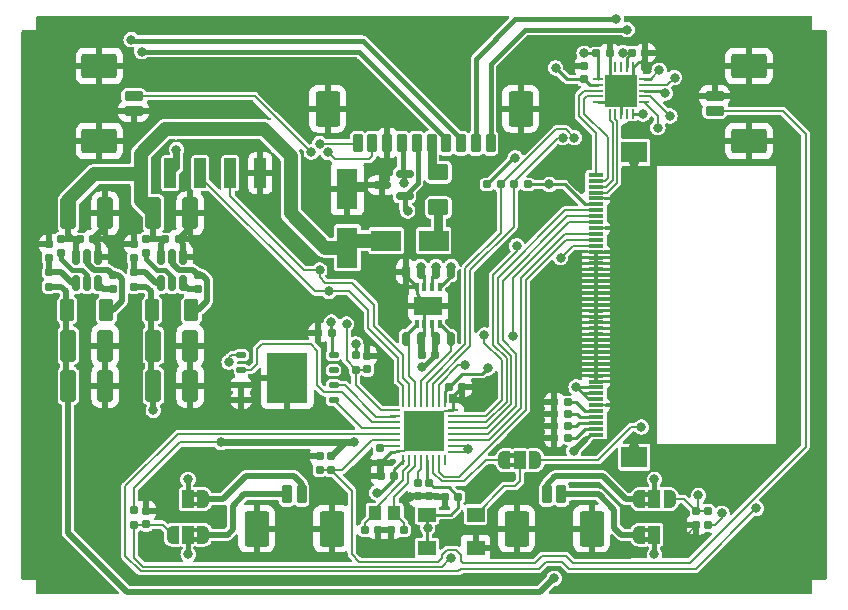
<source format=gtl>
%TF.GenerationSoftware,KiCad,Pcbnew,7.0.1*%
%TF.CreationDate,2023-05-13T16:18:37+01:00*%
%TF.ProjectId,UGR-22 Screen,5547522d-3232-4205-9363-7265656e2e6b,rev?*%
%TF.SameCoordinates,Original*%
%TF.FileFunction,Copper,L1,Top*%
%TF.FilePolarity,Positive*%
%FSLAX46Y46*%
G04 Gerber Fmt 4.6, Leading zero omitted, Abs format (unit mm)*
G04 Created by KiCad (PCBNEW 7.0.1) date 2023-05-13 16:18:37*
%MOMM*%
%LPD*%
G01*
G04 APERTURE LIST*
G04 Aperture macros list*
%AMRoundRect*
0 Rectangle with rounded corners*
0 $1 Rounding radius*
0 $2 $3 $4 $5 $6 $7 $8 $9 X,Y pos of 4 corners*
0 Add a 4 corners polygon primitive as box body*
4,1,4,$2,$3,$4,$5,$6,$7,$8,$9,$2,$3,0*
0 Add four circle primitives for the rounded corners*
1,1,$1+$1,$2,$3*
1,1,$1+$1,$4,$5*
1,1,$1+$1,$6,$7*
1,1,$1+$1,$8,$9*
0 Add four rect primitives between the rounded corners*
20,1,$1+$1,$2,$3,$4,$5,0*
20,1,$1+$1,$4,$5,$6,$7,0*
20,1,$1+$1,$6,$7,$8,$9,0*
20,1,$1+$1,$8,$9,$2,$3,0*%
%AMFreePoly0*
4,1,19,0.550000,-0.750000,0.000000,-0.750000,0.000000,-0.744911,-0.071157,-0.744911,-0.207708,-0.704816,-0.327430,-0.627875,-0.420627,-0.520320,-0.479746,-0.390866,-0.500000,-0.250000,-0.500000,0.250000,-0.479746,0.390866,-0.420627,0.520320,-0.327430,0.627875,-0.207708,0.704816,-0.071157,0.744911,0.000000,0.744911,0.000000,0.750000,0.550000,0.750000,0.550000,-0.750000,0.550000,-0.750000,
$1*%
%AMFreePoly1*
4,1,19,0.000000,0.744911,0.071157,0.744911,0.207708,0.704816,0.327430,0.627875,0.420627,0.520320,0.479746,0.390866,0.500000,0.250000,0.500000,-0.250000,0.479746,-0.390866,0.420627,-0.520320,0.327430,-0.627875,0.207708,-0.704816,0.071157,-0.744911,0.000000,-0.744911,0.000000,-0.750000,-0.550000,-0.750000,-0.550000,0.750000,0.000000,0.750000,0.000000,0.744911,0.000000,0.744911,
$1*%
G04 Aperture macros list end*
%TA.AperFunction,SMDPad,CuDef*%
%ADD10RoundRect,0.160000X-0.160000X0.197500X-0.160000X-0.197500X0.160000X-0.197500X0.160000X0.197500X0*%
%TD*%
%TA.AperFunction,SMDPad,CuDef*%
%ADD11RoundRect,0.155000X-0.212500X-0.155000X0.212500X-0.155000X0.212500X0.155000X-0.212500X0.155000X0*%
%TD*%
%TA.AperFunction,SMDPad,CuDef*%
%ADD12R,1.500000X1.200000*%
%TD*%
%TA.AperFunction,SMDPad,CuDef*%
%ADD13RoundRect,0.155000X0.155000X-0.212500X0.155000X0.212500X-0.155000X0.212500X-0.155000X-0.212500X0*%
%TD*%
%TA.AperFunction,SMDPad,CuDef*%
%ADD14RoundRect,0.160000X0.160000X-0.197500X0.160000X0.197500X-0.160000X0.197500X-0.160000X-0.197500X0*%
%TD*%
%TA.AperFunction,SMDPad,CuDef*%
%ADD15RoundRect,0.155000X-0.155000X0.212500X-0.155000X-0.212500X0.155000X-0.212500X0.155000X0.212500X0*%
%TD*%
%TA.AperFunction,SMDPad,CuDef*%
%ADD16R,1.000000X2.500000*%
%TD*%
%TA.AperFunction,SMDPad,CuDef*%
%ADD17RoundRect,0.160000X0.197500X0.160000X-0.197500X0.160000X-0.197500X-0.160000X0.197500X-0.160000X0*%
%TD*%
%TA.AperFunction,SMDPad,CuDef*%
%ADD18RoundRect,0.062500X0.062500X-0.375000X0.062500X0.375000X-0.062500X0.375000X-0.062500X-0.375000X0*%
%TD*%
%TA.AperFunction,SMDPad,CuDef*%
%ADD19RoundRect,0.062500X0.375000X-0.062500X0.375000X0.062500X-0.375000X0.062500X-0.375000X-0.062500X0*%
%TD*%
%TA.AperFunction,SMDPad,CuDef*%
%ADD20R,3.500000X3.500000*%
%TD*%
%TA.AperFunction,SMDPad,CuDef*%
%ADD21RoundRect,0.155000X0.212500X0.155000X-0.212500X0.155000X-0.212500X-0.155000X0.212500X-0.155000X0*%
%TD*%
%TA.AperFunction,SMDPad,CuDef*%
%ADD22RoundRect,0.200000X0.200000X0.600000X-0.200000X0.600000X-0.200000X-0.600000X0.200000X-0.600000X0*%
%TD*%
%TA.AperFunction,SMDPad,CuDef*%
%ADD23RoundRect,0.250001X0.799999X1.249999X-0.799999X1.249999X-0.799999X-1.249999X0.799999X-1.249999X0*%
%TD*%
%TA.AperFunction,SMDPad,CuDef*%
%ADD24RoundRect,0.250000X0.362500X0.700000X-0.362500X0.700000X-0.362500X-0.700000X0.362500X-0.700000X0*%
%TD*%
%TA.AperFunction,SMDPad,CuDef*%
%ADD25RoundRect,0.150000X-0.150000X0.512500X-0.150000X-0.512500X0.150000X-0.512500X0.150000X0.512500X0*%
%TD*%
%TA.AperFunction,SMDPad,CuDef*%
%ADD26RoundRect,0.250001X-0.624999X0.462499X-0.624999X-0.462499X0.624999X-0.462499X0.624999X0.462499X0*%
%TD*%
%TA.AperFunction,SMDPad,CuDef*%
%ADD27RoundRect,0.250000X-0.412500X-1.100000X0.412500X-1.100000X0.412500X1.100000X-0.412500X1.100000X0*%
%TD*%
%TA.AperFunction,SMDPad,CuDef*%
%ADD28RoundRect,0.150000X0.150000X-0.450000X0.150000X0.450000X-0.150000X0.450000X-0.150000X-0.450000X0*%
%TD*%
%TA.AperFunction,SMDPad,CuDef*%
%ADD29RoundRect,0.150000X0.587500X0.150000X-0.587500X0.150000X-0.587500X-0.150000X0.587500X-0.150000X0*%
%TD*%
%TA.AperFunction,SMDPad,CuDef*%
%ADD30RoundRect,0.160000X-0.197500X-0.160000X0.197500X-0.160000X0.197500X0.160000X-0.197500X0.160000X0*%
%TD*%
%TA.AperFunction,SMDPad,CuDef*%
%ADD31RoundRect,0.200000X-0.200000X-0.600000X0.200000X-0.600000X0.200000X0.600000X-0.200000X0.600000X0*%
%TD*%
%TA.AperFunction,SMDPad,CuDef*%
%ADD32RoundRect,0.250001X-0.799999X-1.249999X0.799999X-1.249999X0.799999X1.249999X-0.799999X1.249999X0*%
%TD*%
%TA.AperFunction,SMDPad,CuDef*%
%ADD33RoundRect,0.200000X0.600000X-0.200000X0.600000X0.200000X-0.600000X0.200000X-0.600000X-0.200000X0*%
%TD*%
%TA.AperFunction,SMDPad,CuDef*%
%ADD34RoundRect,0.250001X1.249999X-0.799999X1.249999X0.799999X-1.249999X0.799999X-1.249999X-0.799999X0*%
%TD*%
%TA.AperFunction,SMDPad,CuDef*%
%ADD35FreePoly0,180.000000*%
%TD*%
%TA.AperFunction,SMDPad,CuDef*%
%ADD36R,1.000000X1.500000*%
%TD*%
%TA.AperFunction,SMDPad,CuDef*%
%ADD37FreePoly1,180.000000*%
%TD*%
%TA.AperFunction,SMDPad,CuDef*%
%ADD38R,1.050000X1.200000*%
%TD*%
%TA.AperFunction,SMDPad,CuDef*%
%ADD39FreePoly0,0.000000*%
%TD*%
%TA.AperFunction,SMDPad,CuDef*%
%ADD40FreePoly1,0.000000*%
%TD*%
%TA.AperFunction,SMDPad,CuDef*%
%ADD41R,1.800000X3.500000*%
%TD*%
%TA.AperFunction,SMDPad,CuDef*%
%ADD42RoundRect,0.125000X-0.262500X-0.125000X0.262500X-0.125000X0.262500X0.125000X-0.262500X0.125000X0*%
%TD*%
%TA.AperFunction,SMDPad,CuDef*%
%ADD43R,3.400000X4.300000*%
%TD*%
%TA.AperFunction,SMDPad,CuDef*%
%ADD44R,2.500000X1.800000*%
%TD*%
%TA.AperFunction,SMDPad,CuDef*%
%ADD45R,1.300000X0.300000*%
%TD*%
%TA.AperFunction,SMDPad,CuDef*%
%ADD46R,2.200000X1.800000*%
%TD*%
%TA.AperFunction,SMDPad,CuDef*%
%ADD47R,0.350000X0.650000*%
%TD*%
%TA.AperFunction,SMDPad,CuDef*%
%ADD48R,2.400000X1.550000*%
%TD*%
%TA.AperFunction,SMDPad,CuDef*%
%ADD49RoundRect,0.062500X0.337500X0.062500X-0.337500X0.062500X-0.337500X-0.062500X0.337500X-0.062500X0*%
%TD*%
%TA.AperFunction,SMDPad,CuDef*%
%ADD50RoundRect,0.062500X0.062500X0.337500X-0.062500X0.337500X-0.062500X-0.337500X0.062500X-0.337500X0*%
%TD*%
%TA.AperFunction,SMDPad,CuDef*%
%ADD51R,2.700000X2.700000*%
%TD*%
%TA.AperFunction,SMDPad,CuDef*%
%ADD52RoundRect,0.200000X-0.600000X0.200000X-0.600000X-0.200000X0.600000X-0.200000X0.600000X0.200000X0*%
%TD*%
%TA.AperFunction,SMDPad,CuDef*%
%ADD53RoundRect,0.250001X-1.249999X0.799999X-1.249999X-0.799999X1.249999X-0.799999X1.249999X0.799999X0*%
%TD*%
%TA.AperFunction,ViaPad*%
%ADD54C,0.800000*%
%TD*%
%TA.AperFunction,Conductor*%
%ADD55C,0.200000*%
%TD*%
%TA.AperFunction,Conductor*%
%ADD56C,0.203200*%
%TD*%
%TA.AperFunction,Conductor*%
%ADD57C,0.254000*%
%TD*%
%TA.AperFunction,Conductor*%
%ADD58C,0.508000*%
%TD*%
%TA.AperFunction,Conductor*%
%ADD59C,0.625000*%
%TD*%
%TA.AperFunction,Conductor*%
%ADD60C,0.381000*%
%TD*%
%TA.AperFunction,Conductor*%
%ADD61C,1.200000*%
%TD*%
%TA.AperFunction,Conductor*%
%ADD62C,0.750000*%
%TD*%
G04 APERTURE END LIST*
%TA.AperFunction,EtchedComponent*%
%TO.C,JP4*%
G36*
X95200000Y-159300000D02*
G01*
X94700000Y-159300000D01*
X94700000Y-158900000D01*
X95200000Y-158900000D01*
X95200000Y-159300000D01*
G37*
%TD.AperFunction*%
%TA.AperFunction,EtchedComponent*%
G36*
X95200000Y-158500000D02*
G01*
X94700000Y-158500000D01*
X94700000Y-158100000D01*
X95200000Y-158100000D01*
X95200000Y-158500000D01*
G37*
%TD.AperFunction*%
%TA.AperFunction,EtchedComponent*%
%TO.C,JP5*%
G36*
X122000000Y-155200000D02*
G01*
X121500000Y-155200000D01*
X121500000Y-154800000D01*
X122000000Y-154800000D01*
X122000000Y-155200000D01*
G37*
%TD.AperFunction*%
%TA.AperFunction,EtchedComponent*%
G36*
X122000000Y-156000000D02*
G01*
X121500000Y-156000000D01*
X121500000Y-155600000D01*
X122000000Y-155600000D01*
X122000000Y-156000000D01*
G37*
%TD.AperFunction*%
%TA.AperFunction,EtchedComponent*%
%TO.C,JP3*%
G36*
X95200000Y-162300000D02*
G01*
X94700000Y-162300000D01*
X94700000Y-161900000D01*
X95200000Y-161900000D01*
X95200000Y-162300000D01*
G37*
%TD.AperFunction*%
%TA.AperFunction,EtchedComponent*%
G36*
X95200000Y-161500000D02*
G01*
X94700000Y-161500000D01*
X94700000Y-161100000D01*
X95200000Y-161100000D01*
X95200000Y-161500000D01*
G37*
%TD.AperFunction*%
%TA.AperFunction,EtchedComponent*%
%TO.C,JP2*%
G36*
X133400000Y-161500000D02*
G01*
X132900000Y-161500000D01*
X132900000Y-161100000D01*
X133400000Y-161100000D01*
X133400000Y-161500000D01*
G37*
%TD.AperFunction*%
%TA.AperFunction,EtchedComponent*%
G36*
X133400000Y-162300000D02*
G01*
X132900000Y-162300000D01*
X132900000Y-161900000D01*
X133400000Y-161900000D01*
X133400000Y-162300000D01*
G37*
%TD.AperFunction*%
%TA.AperFunction,EtchedComponent*%
%TO.C,JP1*%
G36*
X133400000Y-158500000D02*
G01*
X132900000Y-158500000D01*
X132900000Y-158100000D01*
X133400000Y-158100000D01*
X133400000Y-158500000D01*
G37*
%TD.AperFunction*%
%TA.AperFunction,EtchedComponent*%
G36*
X133400000Y-159300000D02*
G01*
X132900000Y-159300000D01*
X132900000Y-158900000D01*
X133400000Y-158900000D01*
X133400000Y-159300000D01*
G37*
%TD.AperFunction*%
%TD*%
D10*
%TO.P,R5,1*%
%TO.N,12V Protected*%
X90737500Y-136702500D03*
%TO.P,R5,2*%
%TO.N,Net-(R5-Pad2)*%
X90737500Y-137897500D03*
%TD*%
D11*
%TO.P,C6,1*%
%TO.N,GND*%
X105332500Y-144600000D03*
%TO.P,C6,2*%
%TO.N,+3V3*%
X106467500Y-144600000D03*
%TD*%
D12*
%TO.P,X1,1,Vctrl*%
%TO.N,+3V3*%
X114550000Y-162800000D03*
%TO.P,X1,2,GND*%
%TO.N,GND*%
X118650000Y-162800000D03*
%TO.P,X1,3,OUT*%
%TO.N,Net-(JP5-Pad2)*%
X118650000Y-160000000D03*
%TO.P,X1,4,V+*%
%TO.N,+3V3*%
X114550000Y-160000000D03*
%TD*%
D13*
%TO.P,C21,1*%
%TO.N,SWITCH_3*%
X105450000Y-156217500D03*
%TO.P,C21,2*%
%TO.N,GND*%
X105450000Y-155082500D03*
%TD*%
D14*
%TO.P,R1,1*%
%TO.N,GND*%
X110550000Y-155595000D03*
%TO.P,R1,2*%
%TO.N,Net-(R1-Pad2)*%
X110550000Y-154400000D03*
%TD*%
D15*
%TO.P,C1,1*%
%TO.N,Net-(C1-Pad1)*%
X113750000Y-157332500D03*
%TO.P,C1,2*%
%TO.N,GND*%
X113750000Y-158467500D03*
%TD*%
D10*
%TO.P,R12,1*%
%TO.N,SWITCH_1*%
X138350000Y-159702500D03*
%TO.P,R12,2*%
%TO.N,+3V3*%
X138350000Y-160897500D03*
%TD*%
D16*
%TO.P,J2,1,Pin_1*%
%TO.N,+3V3*%
X92815000Y-131100000D03*
%TO.P,J2,2,Pin_2*%
%TO.N,SWCLK*%
X95355000Y-131100000D03*
%TO.P,J2,3,Pin_3*%
%TO.N,SWDIO*%
X97895000Y-131100000D03*
%TO.P,J2,4,Pin_4*%
%TO.N,GND*%
X100435000Y-131100000D03*
%TD*%
D17*
%TO.P,R6,1*%
%TO.N,Net-(J3-Pad2)*%
X126497500Y-153500000D03*
%TO.P,R6,2*%
%TO.N,GND*%
X125302500Y-153500000D03*
%TD*%
D18*
%TO.P,U1,1,VDD*%
%TO.N,+3V3*%
X112525000Y-155362500D03*
%TO.P,U1,2,PC14-OSC32_IN*%
%TO.N,Net-(C3-Pad1)*%
X113025000Y-155362500D03*
%TO.P,U1,3,PC15-OSC32_OUT*%
%TO.N,Net-(C2-Pad1)*%
X113525000Y-155362500D03*
%TO.P,U1,4,NRST*%
%TO.N,Net-(C1-Pad1)*%
X114025000Y-155362500D03*
%TO.P,U1,5,VDDA/VREF+*%
%TO.N,+3V3*%
X114525000Y-155362500D03*
%TO.P,U1,6,PA0/CK_IN*%
%TO.N,Net-(JP5-Pad1)*%
X115025000Y-155362500D03*
%TO.P,U1,7,PA1*%
%TO.N,LCD_DC*%
X115525000Y-155362500D03*
%TO.P,U1,8,PA2*%
%TO.N,MCU_TX*%
X116025000Y-155362500D03*
D19*
%TO.P,U1,9,PA3*%
%TO.N,FLASH_CS*%
X116712500Y-154675000D03*
%TO.P,U1,10,PA4*%
X116712500Y-154175000D03*
%TO.P,U1,11,PA5*%
%TO.N,LCD_SCL*%
X116712500Y-153675000D03*
%TO.P,U1,12,PA6*%
%TO.N,LCD_MISO*%
X116712500Y-153175000D03*
%TO.P,U1,13,PA7*%
%TO.N,LCD_MOSI*%
X116712500Y-152675000D03*
%TO.P,U1,14,PB0*%
%TO.N,LCD_CS*%
X116712500Y-152175000D03*
%TO.P,U1,15,PB1*%
%TO.N,LCD_RST*%
X116712500Y-151675000D03*
%TO.P,U1,16,VSS*%
%TO.N,GND*%
X116712500Y-151175000D03*
D18*
%TO.P,U1,17,VDD*%
%TO.N,+3V3*%
X116025000Y-150487500D03*
%TO.P,U1,18,PA8*%
%TO.N,SWITCH_2*%
X115525000Y-150487500D03*
%TO.P,U1,19,PA9*%
%TO.N,I2C1_SCL*%
X115025000Y-150487500D03*
%TO.P,U1,20,PA10*%
%TO.N,I2C1_SDA*%
X114525000Y-150487500D03*
%TO.P,U1,21,PA11*%
%TO.N,CAN1_RX*%
X114025000Y-150487500D03*
%TO.P,U1,22,PA12*%
%TO.N,CAN1_TX*%
X113525000Y-150487500D03*
%TO.P,U1,23,PA13*%
%TO.N,SWDIO*%
X113025000Y-150487500D03*
%TO.P,U1,24,PA14*%
%TO.N,SWCLK*%
X112525000Y-150487500D03*
D19*
%TO.P,U1,25,PA15*%
%TO.N,MCU_RX*%
X111837500Y-151175000D03*
%TO.P,U1,26,PB3*%
%TO.N,FLASH_SCK*%
X111837500Y-151675000D03*
%TO.P,U1,27,PB4*%
%TO.N,FLASH_MISO*%
X111837500Y-152175000D03*
%TO.P,U1,28,PB5*%
%TO.N,FLASH_MOSI*%
X111837500Y-152675000D03*
%TO.P,U1,29,PB6*%
%TO.N,SWITCH_1*%
X111837500Y-153175000D03*
%TO.P,U1,30,PB7*%
%TO.N,SWITCH_3*%
X111837500Y-153675000D03*
%TO.P,U1,31,PH3/BOOT0*%
%TO.N,Net-(R1-Pad2)*%
X111837500Y-154175000D03*
%TO.P,U1,32,VSS*%
%TO.N,GND*%
X111837500Y-154675000D03*
D20*
%TO.P,U1,33,PAD*%
X114275000Y-152925000D03*
%TD*%
D21*
%TO.P,C2,1*%
%TO.N,Net-(C2-Pad1)*%
X112592500Y-161300000D03*
%TO.P,C2,2*%
%TO.N,GND*%
X111457500Y-161300000D03*
%TD*%
D22*
%TO.P,J1,1,Pin_1*%
%TO.N,SW1_1*%
X119925000Y-128550000D03*
%TO.P,J1,2,Pin_2*%
%TO.N,SW1_2*%
X118675000Y-128550000D03*
%TO.P,J1,3,Pin_3*%
%TO.N,SW2_2*%
X117425000Y-128550000D03*
%TO.P,J1,4,Pin_4*%
X116175000Y-128550000D03*
%TO.P,J1,5,Pin_5*%
%TO.N,Net-(F1-Pad1)*%
X114925000Y-128550000D03*
%TO.P,J1,6,Pin_6*%
%TO.N,CANL*%
X113675000Y-128550000D03*
%TO.P,J1,7,Pin_7*%
%TO.N,CANH*%
X112425000Y-128550000D03*
%TO.P,J1,8,Pin_8*%
%TO.N,GND*%
X111175000Y-128550000D03*
%TO.P,J1,9,Pin_9*%
%TO.N,SWCLK*%
X109925000Y-128550000D03*
%TO.P,J1,10,Pin_10*%
%TO.N,SWDIO*%
X108675000Y-128550000D03*
D23*
%TO.P,J1,MP,MountPin*%
%TO.N,GND*%
X122475000Y-125650000D03*
X106125000Y-125650000D03*
%TD*%
D14*
%TO.P,R10,1*%
%TO.N,+3V3*%
X89737500Y-140697500D03*
%TO.P,R10,2*%
%TO.N,Net-(R10-Pad2)*%
X89737500Y-139502500D03*
%TD*%
D11*
%TO.P,C3,1*%
%TO.N,Net-(C3-Pad1)*%
X109290000Y-161300000D03*
%TO.P,C3,2*%
%TO.N,GND*%
X110425000Y-161300000D03*
%TD*%
D24*
%TO.P,L2,1,1*%
%TO.N,Net-(C14-Pad1)*%
X94600000Y-142700000D03*
%TO.P,L2,2,2*%
%TO.N,+3V3*%
X91275000Y-142700000D03*
%TD*%
D11*
%TO.P,C8,1*%
%TO.N,GND*%
X114082500Y-146500000D03*
%TO.P,C8,2*%
%TO.N,+5V*%
X115217500Y-146500000D03*
%TD*%
D14*
%TO.P,R8,1*%
%TO.N,+5V*%
X82537500Y-140697500D03*
%TO.P,R8,2*%
%TO.N,Net-(R8-Pad2)*%
X82537500Y-139502500D03*
%TD*%
D25*
%TO.P,U5,1,GND*%
%TO.N,GND*%
X93887500Y-138162500D03*
%TO.P,U5,2,SW*%
%TO.N,Net-(C14-Pad1)*%
X92937500Y-138162500D03*
%TO.P,U5,3,VIN*%
%TO.N,12V Protected*%
X91987500Y-138162500D03*
%TO.P,U5,4,VFB*%
%TO.N,Net-(R10-Pad2)*%
X91987500Y-140437500D03*
%TO.P,U5,5,EN*%
%TO.N,Net-(R5-Pad2)*%
X92937500Y-140437500D03*
%TO.P,U5,6,VBST*%
%TO.N,Net-(C14-Pad2)*%
X93887500Y-140437500D03*
%TD*%
D26*
%TO.P,F1,1*%
%TO.N,Net-(F1-Pad1)*%
X115500000Y-131012500D03*
%TO.P,F1,2*%
%TO.N,Net-(D1-Pad2)*%
X115500000Y-133987500D03*
%TD*%
D27*
%TO.P,C16,1*%
%TO.N,+3V3*%
X91375000Y-145700000D03*
%TO.P,C16,2*%
%TO.N,GND*%
X94500000Y-145700000D03*
%TD*%
D11*
%TO.P,C24,1*%
%TO.N,+3V3*%
X128882500Y-120950000D03*
%TO.P,C24,2*%
%TO.N,GND*%
X130017500Y-120950000D03*
%TD*%
D28*
%TO.P,U7,1,TXD*%
%TO.N,CAN1_TX*%
X112745000Y-145162500D03*
%TO.P,U7,2,VSS*%
%TO.N,GND*%
X114015000Y-145162500D03*
%TO.P,U7,3,VDD*%
%TO.N,+5V*%
X115285000Y-145162500D03*
%TO.P,U7,4,RXD*%
%TO.N,CAN1_RX*%
X116555000Y-145162500D03*
%TO.P,U7,5,Vio*%
%TO.N,+3V3*%
X116555000Y-139462500D03*
%TO.P,U7,6,CANL*%
%TO.N,CANL*%
X115285000Y-139462500D03*
%TO.P,U7,7,CANH*%
%TO.N,CANH*%
X114015000Y-139462500D03*
%TO.P,U7,8,STBY*%
%TO.N,GND*%
X112745000Y-139462500D03*
%TD*%
D29*
%TO.P,D3,1,A1*%
%TO.N,CANL*%
X112637500Y-133050000D03*
%TO.P,D3,2,A2*%
%TO.N,CANH*%
X112637500Y-131150000D03*
%TO.P,D3,3,common*%
%TO.N,GND*%
X110762500Y-132100000D03*
%TD*%
D30*
%TO.P,R3,1*%
%TO.N,GND*%
X125302500Y-150500000D03*
%TO.P,R3,2*%
%TO.N,Net-(J3-Pad5)*%
X126497500Y-150500000D03*
%TD*%
D13*
%TO.P,C26,1*%
%TO.N,+3V3*%
X127850000Y-123150000D03*
%TO.P,C26,2*%
%TO.N,GND*%
X127850000Y-122015000D03*
%TD*%
D10*
%TO.P,R4,1*%
%TO.N,12V Protected*%
X83537500Y-136702500D03*
%TO.P,R4,2*%
%TO.N,Net-(R4-Pad2)*%
X83537500Y-137897500D03*
%TD*%
D15*
%TO.P,C13,1*%
%TO.N,Net-(C13-Pad1)*%
X87937500Y-139732500D03*
%TO.P,C13,2*%
%TO.N,Net-(C13-Pad2)*%
X87937500Y-140867500D03*
%TD*%
D31*
%TO.P,J5,1,Pin_1*%
%TO.N,Net-(J5-Pad1)*%
X102675000Y-158300000D03*
%TO.P,J5,2,Pin_2*%
%TO.N,Net-(J5-Pad2)*%
X103925000Y-158300000D03*
D32*
%TO.P,J5,MP,MountPin*%
%TO.N,GND*%
X106475000Y-161200000D03*
X100125000Y-161200000D03*
%TD*%
D15*
%TO.P,C14,1*%
%TO.N,Net-(C14-Pad1)*%
X95137500Y-139732500D03*
%TO.P,C14,2*%
%TO.N,Net-(C14-Pad2)*%
X95137500Y-140867500D03*
%TD*%
D27*
%TO.P,C17,1*%
%TO.N,+5V*%
X84175000Y-149100000D03*
%TO.P,C17,2*%
%TO.N,GND*%
X87300000Y-149100000D03*
%TD*%
D24*
%TO.P,L1,1,1*%
%TO.N,Net-(C13-Pad1)*%
X87400000Y-142700000D03*
%TO.P,L1,2,2*%
%TO.N,+5V*%
X84075000Y-142700000D03*
%TD*%
D33*
%TO.P,J6,1,Pin_1*%
%TO.N,SWITCH_3*%
X138900000Y-125825000D03*
%TO.P,J6,2,Pin_2*%
%TO.N,GND*%
X138900000Y-124575000D03*
D34*
%TO.P,J6,MP,MountPin*%
X141800000Y-128375000D03*
X141800000Y-122025000D03*
%TD*%
D11*
%TO.P,C12,1*%
%TO.N,12V Protected*%
X92370000Y-136700000D03*
%TO.P,C12,2*%
%TO.N,GND*%
X93505000Y-136700000D03*
%TD*%
D35*
%TO.P,JP4,1,A*%
%TO.N,Net-(J5-Pad2)*%
X95600000Y-158700000D03*
D36*
%TO.P,JP4,2,C*%
%TO.N,SW2_2*%
X94300000Y-158700000D03*
D37*
%TO.P,JP4,3,B*%
%TO.N,GND*%
X93000000Y-158700000D03*
%TD*%
D38*
%TO.P,Y1,1,1*%
%TO.N,Net-(C2-Pad1)*%
X111775000Y-159900000D03*
%TO.P,Y1,2,2*%
%TO.N,Net-(C3-Pad1)*%
X110125000Y-159900000D03*
%TD*%
D11*
%TO.P,C11,1*%
%TO.N,12V Protected*%
X85137500Y-136700000D03*
%TO.P,C11,2*%
%TO.N,GND*%
X86272500Y-136700000D03*
%TD*%
D15*
%TO.P,C19,1*%
%TO.N,SWITCH_1*%
X137350000Y-159732500D03*
%TO.P,C19,2*%
%TO.N,GND*%
X137350000Y-160867500D03*
%TD*%
D27*
%TO.P,C18,1*%
%TO.N,+3V3*%
X91375000Y-149100000D03*
%TO.P,C18,2*%
%TO.N,GND*%
X94500000Y-149100000D03*
%TD*%
D39*
%TO.P,JP5,1,A*%
%TO.N,Net-(JP5-Pad1)*%
X121100000Y-155400000D03*
D36*
%TO.P,JP5,2,C*%
%TO.N,Net-(JP5-Pad2)*%
X122400000Y-155400000D03*
D40*
%TO.P,JP5,3,B*%
%TO.N,TS_IRQ*%
X123700000Y-155400000D03*
%TD*%
D14*
%TO.P,R15,1*%
%TO.N,MCU_RX*%
X108500000Y-147722500D03*
%TO.P,R15,2*%
%TO.N,+3V3*%
X108500000Y-146527500D03*
%TD*%
D35*
%TO.P,JP3,1,A*%
%TO.N,Net-(J5-Pad1)*%
X95600000Y-161700000D03*
D36*
%TO.P,JP3,2,C*%
%TO.N,SW2_1*%
X94300000Y-161700000D03*
D37*
%TO.P,JP3,3,B*%
%TO.N,SWITCH_2*%
X93000000Y-161700000D03*
%TD*%
D41*
%TO.P,D2,1,K*%
%TO.N,12V Protected*%
X107800000Y-137400000D03*
%TO.P,D2,2,A*%
%TO.N,GND*%
X107800000Y-132400000D03*
%TD*%
D25*
%TO.P,U4,1,GND*%
%TO.N,GND*%
X86687500Y-138162500D03*
%TO.P,U4,2,SW*%
%TO.N,Net-(C13-Pad1)*%
X85737500Y-138162500D03*
%TO.P,U4,3,VIN*%
%TO.N,12V Protected*%
X84787500Y-138162500D03*
%TO.P,U4,4,VFB*%
%TO.N,Net-(R8-Pad2)*%
X84787500Y-140437500D03*
%TO.P,U4,5,EN*%
%TO.N,Net-(R4-Pad2)*%
X85737500Y-140437500D03*
%TO.P,U4,6,VBST*%
%TO.N,Net-(C13-Pad2)*%
X86687500Y-140437500D03*
%TD*%
D42*
%TO.P,U2,1,CS#*%
%TO.N,FLASH_CS*%
X98825000Y-146500000D03*
%TO.P,U2,2,SO/IO1*%
%TO.N,FLASH_MISO*%
X98825000Y-147765000D03*
%TO.P,U2,3,WP#/IO2*%
%TO.N,GND*%
X98825000Y-149035000D03*
%TO.P,U2,4,VSS*%
X98825000Y-150300000D03*
%TO.P,U2,5,SI/IO0*%
%TO.N,FLASH_MOSI*%
X106625000Y-150300000D03*
%TO.P,U2,6,SCK*%
%TO.N,FLASH_SCK*%
X106625000Y-149035000D03*
%TO.P,U2,7,HOLD#/IO3*%
%TO.N,unconnected-(U2-Pad7)*%
X106625000Y-147765000D03*
%TO.P,U2,8,VCC*%
%TO.N,+3V3*%
X106625000Y-146495000D03*
D43*
%TO.P,U2,9,PAD*%
%TO.N,GND*%
X102725000Y-148400000D03*
%TD*%
D13*
%TO.P,C20,1*%
%TO.N,SWITCH_2*%
X90750000Y-160817500D03*
%TO.P,C20,2*%
%TO.N,GND*%
X90750000Y-159682500D03*
%TD*%
D27*
%TO.P,C9,1*%
%TO.N,12V Protected*%
X84175000Y-134500000D03*
%TO.P,C9,2*%
%TO.N,GND*%
X87300000Y-134500000D03*
%TD*%
D13*
%TO.P,C22,1*%
%TO.N,MCU_RX*%
X109500000Y-147692500D03*
%TO.P,C22,2*%
%TO.N,GND*%
X109500000Y-146557500D03*
%TD*%
D21*
%TO.P,C23,1*%
%TO.N,+3V3*%
X117167500Y-158500000D03*
%TO.P,C23,2*%
%TO.N,GND*%
X116032500Y-158500000D03*
%TD*%
D14*
%TO.P,R13,1*%
%TO.N,SWITCH_2*%
X89750000Y-160847500D03*
%TO.P,R13,2*%
%TO.N,+3V3*%
X89750000Y-159652500D03*
%TD*%
D44*
%TO.P,D1,1,K*%
%TO.N,12V Protected*%
X111100000Y-136800000D03*
%TO.P,D1,2,A*%
%TO.N,Net-(D1-Pad2)*%
X115100000Y-136800000D03*
%TD*%
D17*
%TO.P,R17,1*%
%TO.N,+3V3*%
X123075000Y-132050000D03*
%TO.P,R17,2*%
%TO.N,I2C1_SCL*%
X121880000Y-132050000D03*
%TD*%
D45*
%TO.P,J3,1,LED_A*%
%TO.N,+5V*%
X128850000Y-153240000D03*
%TO.P,J3,2,LED_K1*%
%TO.N,Net-(J3-Pad2)*%
X128850000Y-152740000D03*
%TO.P,J3,3,LED_K2*%
%TO.N,Net-(J3-Pad3)*%
X128850000Y-152240000D03*
%TO.P,J3,4,LED_K3*%
%TO.N,Net-(J3-Pad4)*%
X128850000Y-151740000D03*
%TO.P,J3,5,LED_K4*%
%TO.N,Net-(J3-Pad5)*%
X128850000Y-151240000D03*
%TO.P,J3,6,IM0*%
%TO.N,GND*%
X128850000Y-150740000D03*
%TO.P,J3,7,IM1*%
%TO.N,+3V3*%
X128850000Y-150240000D03*
%TO.P,J3,8,IM2*%
X128850000Y-149740000D03*
%TO.P,J3,9,IM3*%
X128850000Y-149240000D03*
%TO.P,J3,10,FMARK*%
%TO.N,GND*%
X128850000Y-148740000D03*
%TO.P,J3,11,VSYNC*%
X128850000Y-148240000D03*
%TO.P,J3,12,HSYNC*%
X128850000Y-147740000D03*
%TO.P,J3,13,DOTCLK*%
X128850000Y-147240000D03*
%TO.P,J3,14,ENABLE*%
X128850000Y-146740000D03*
%TO.P,J3,15,DB17*%
X128850000Y-146240000D03*
%TO.P,J3,16,DB16*%
X128850000Y-145740000D03*
%TO.P,J3,17,DB15*%
X128850000Y-145240000D03*
%TO.P,J3,18,DB14*%
X128850000Y-144740000D03*
%TO.P,J3,19,DB13*%
X128850000Y-144240000D03*
%TO.P,J3,20,DB12*%
X128850000Y-143740000D03*
%TO.P,J3,21,DB11*%
X128850000Y-143240000D03*
%TO.P,J3,22,DB10*%
X128850000Y-142740000D03*
%TO.P,J3,23,DB9*%
X128850000Y-142240000D03*
%TO.P,J3,24,DB8*%
X128850000Y-141740000D03*
%TO.P,J3,25,DB7*%
X128850000Y-141240000D03*
%TO.P,J3,26,DB6*%
X128850000Y-140740000D03*
%TO.P,J3,27,DB5*%
X128850000Y-140240000D03*
%TO.P,J3,28,DB4*%
X128850000Y-139740000D03*
%TO.P,J3,29,DB3*%
X128850000Y-139240000D03*
%TO.P,J3,30,DB2*%
X128850000Y-138740000D03*
%TO.P,J3,31,DB1*%
X128850000Y-138240000D03*
%TO.P,J3,32,DB0*%
X128850000Y-137740000D03*
%TO.P,J3,33,CS*%
%TO.N,LCD_CS*%
X128850000Y-137240000D03*
%TO.P,J3,34,WR*%
%TO.N,LCD_DC*%
X128850000Y-136740000D03*
%TO.P,J3,35,RS/SCL*%
%TO.N,LCD_SCL*%
X128850000Y-136240000D03*
%TO.P,J3,36,RD*%
%TO.N,GND*%
X128850000Y-135740000D03*
%TO.P,J3,37,RESET*%
%TO.N,LCD_RST*%
X128850000Y-135240000D03*
%TO.P,J3,38,SDO*%
%TO.N,LCD_MISO*%
X128850000Y-134740000D03*
%TO.P,J3,39,SDI*%
%TO.N,LCD_MOSI*%
X128850000Y-134240000D03*
%TO.P,J3,40,VCC*%
%TO.N,+3V3*%
X128850000Y-133740000D03*
%TO.P,J3,41,GND*%
%TO.N,GND*%
X128850000Y-133240000D03*
%TO.P,J3,42,NC/TD*%
%TO.N,LCD_YD*%
X128850000Y-132740000D03*
%TO.P,J3,43,NC/XR*%
%TO.N,LCD_XR*%
X128850000Y-132240000D03*
%TO.P,J3,44,NC/YU*%
%TO.N,LCD_YU*%
X128850000Y-131740000D03*
%TO.P,J3,45,NC/XL*%
%TO.N,LCD_XL*%
X128850000Y-131240000D03*
D46*
%TO.P,J3,MP*%
%TO.N,N/C*%
X132100000Y-129340000D03*
X132100000Y-155140000D03*
%TD*%
D47*
%TO.P,U3,1,TXD*%
%TO.N,CAN1_TX*%
X113675000Y-143862500D03*
%TO.P,U3,2,VSS*%
%TO.N,GND*%
X114325000Y-143862500D03*
%TO.P,U3,3,VDD*%
%TO.N,+5V*%
X114975000Y-143862500D03*
%TO.P,U3,4,RXD*%
%TO.N,CAN1_RX*%
X115625000Y-143862500D03*
%TO.P,U3,5,Vio*%
%TO.N,+3V3*%
X115625000Y-140762500D03*
%TO.P,U3,6,CANL*%
%TO.N,CANL*%
X114975000Y-140762500D03*
%TO.P,U3,7,CANH*%
%TO.N,CANH*%
X114325000Y-140762500D03*
%TO.P,U3,8,SHDN*%
%TO.N,GND*%
X113675000Y-140762500D03*
D48*
%TO.P,U3,9,PAD*%
X114650000Y-142312500D03*
%TD*%
D21*
%TO.P,C4,1*%
%TO.N,+3V3*%
X111785000Y-156700000D03*
%TO.P,C4,2*%
%TO.N,GND*%
X110650000Y-156700000D03*
%TD*%
D30*
%TO.P,R16,1*%
%TO.N,+3V3*%
X119600000Y-132050000D03*
%TO.P,R16,2*%
%TO.N,I2C1_SDA*%
X120795000Y-132050000D03*
%TD*%
D14*
%TO.P,R14,1*%
%TO.N,SWITCH_3*%
X106450000Y-156247500D03*
%TO.P,R14,2*%
%TO.N,+3V3*%
X106450000Y-155052500D03*
%TD*%
D11*
%TO.P,C5,1*%
%TO.N,+3V3*%
X116382500Y-149200000D03*
%TO.P,C5,2*%
%TO.N,GND*%
X117517500Y-149200000D03*
%TD*%
D14*
%TO.P,R9,1*%
%TO.N,Net-(R8-Pad2)*%
X82537500Y-138297500D03*
%TO.P,R9,2*%
%TO.N,GND*%
X82537500Y-137102500D03*
%TD*%
D49*
%TO.P,U6,1,SDA*%
%TO.N,I2C1_SDA*%
X132950000Y-125100000D03*
%TO.P,U6,2,SCL*%
%TO.N,I2C1_SCL*%
X132950000Y-124600000D03*
%TO.P,U6,3,AD1*%
%TO.N,+3V3*%
X132950000Y-124100000D03*
%TO.P,U6,4,~PINTDAV*%
%TO.N,TS_IRQ*%
X132950000Y-123600000D03*
%TO.P,U6,5,~RESET*%
%TO.N,+3V3*%
X132950000Y-123100000D03*
D50*
%TO.P,U6,6,DGND*%
%TO.N,GND*%
X132000000Y-122150000D03*
%TO.P,U6,7,I/OVDD*%
%TO.N,+3V3*%
X131500000Y-122150000D03*
%TO.P,U6,8,NC*%
%TO.N,unconnected-(U6-Pad8)*%
X131000000Y-122150000D03*
%TO.P,U6,9,AUX*%
%TO.N,unconnected-(U6-Pad9)*%
X130500000Y-122150000D03*
%TO.P,U6,10,AGND*%
%TO.N,GND*%
X130000000Y-122150000D03*
D49*
%TO.P,U6,11,VREF*%
%TO.N,+3V3*%
X129050000Y-123100000D03*
%TO.P,U6,12,SNSVDD*%
X129050000Y-123600000D03*
%TO.P,U6,13,X+*%
%TO.N,LCD_XL*%
X129050000Y-124100000D03*
%TO.P,U6,14,Y+*%
%TO.N,LCD_YU*%
X129050000Y-124600000D03*
%TO.P,U6,15,SUBGND*%
%TO.N,GND*%
X129050000Y-125100000D03*
D50*
%TO.P,U6,16,X-*%
%TO.N,LCD_XR*%
X130000000Y-126050000D03*
%TO.P,U6,17,Y-*%
%TO.N,LCD_YD*%
X130500000Y-126050000D03*
%TO.P,U6,18,SNSGND*%
%TO.N,GND*%
X131000000Y-126050000D03*
%TO.P,U6,19,NC*%
%TO.N,unconnected-(U6-Pad19)*%
X131500000Y-126050000D03*
%TO.P,U6,20,AD0*%
%TO.N,+3V3*%
X132000000Y-126050000D03*
D51*
%TO.P,U6,21,PAD*%
%TO.N,GND*%
X131000000Y-124100000D03*
%TD*%
D17*
%TO.P,R7,1*%
%TO.N,Net-(J3-Pad4)*%
X126500000Y-151500000D03*
%TO.P,R7,2*%
%TO.N,GND*%
X125305000Y-151500000D03*
%TD*%
D14*
%TO.P,R11,1*%
%TO.N,Net-(R10-Pad2)*%
X89737500Y-138297500D03*
%TO.P,R11,2*%
%TO.N,GND*%
X89737500Y-137102500D03*
%TD*%
D31*
%TO.P,J4,1,Pin_1*%
%TO.N,Net-(J4-Pad1)*%
X124675000Y-158300000D03*
%TO.P,J4,2,Pin_2*%
%TO.N,Net-(J4-Pad2)*%
X125925000Y-158300000D03*
D32*
%TO.P,J4,MP,MountPin*%
%TO.N,GND*%
X122125000Y-161200000D03*
X128475000Y-161200000D03*
%TD*%
D39*
%TO.P,JP2,1,A*%
%TO.N,Net-(J4-Pad2)*%
X132500000Y-161700000D03*
D36*
%TO.P,JP2,2,C*%
%TO.N,SW1_2*%
X133800000Y-161700000D03*
D40*
%TO.P,JP2,3,B*%
%TO.N,GND*%
X135100000Y-161700000D03*
%TD*%
D30*
%TO.P,R2,1*%
%TO.N,GND*%
X125305000Y-152500000D03*
%TO.P,R2,2*%
%TO.N,Net-(J3-Pad3)*%
X126500000Y-152500000D03*
%TD*%
D52*
%TO.P,J7,1,Pin_1*%
%TO.N,MCU_RX*%
X89700000Y-124575000D03*
%TO.P,J7,2,Pin_2*%
%TO.N,GND*%
X89700000Y-125825000D03*
D53*
%TO.P,J7,MP,MountPin*%
X86800000Y-128375000D03*
X86800000Y-122025000D03*
%TD*%
D27*
%TO.P,C10,1*%
%TO.N,12V Protected*%
X91375000Y-134500000D03*
%TO.P,C10,2*%
%TO.N,GND*%
X94500000Y-134500000D03*
%TD*%
D39*
%TO.P,JP1,1,A*%
%TO.N,Net-(J4-Pad1)*%
X132500000Y-158700000D03*
D36*
%TO.P,JP1,2,C*%
%TO.N,SW1_1*%
X133800000Y-158700000D03*
D40*
%TO.P,JP1,3,B*%
%TO.N,SWITCH_1*%
X135100000Y-158700000D03*
%TD*%
D15*
%TO.P,C7,1*%
%TO.N,+3V3*%
X114750000Y-157332500D03*
%TO.P,C7,2*%
%TO.N,GND*%
X114750000Y-158467500D03*
%TD*%
D27*
%TO.P,C15,1*%
%TO.N,+5V*%
X84175000Y-145700000D03*
%TO.P,C15,2*%
%TO.N,GND*%
X87300000Y-145700000D03*
%TD*%
D11*
%TO.P,C25,1*%
%TO.N,+3V3*%
X131900000Y-120900000D03*
%TO.P,C25,2*%
%TO.N,GND*%
X133035000Y-120900000D03*
%TD*%
D54*
%TO.N,GND*%
X126500000Y-144800000D03*
X110300000Y-125500000D03*
X147700000Y-129000000D03*
X114300000Y-152900000D03*
X126875000Y-130350000D03*
X103775000Y-143800000D03*
X132100000Y-146200000D03*
X110200000Y-140900000D03*
X97200000Y-145900000D03*
X110075000Y-133475000D03*
X97300000Y-140900000D03*
X106025000Y-158175000D03*
X116800000Y-124900000D03*
X139600000Y-155300000D03*
X118425000Y-135250000D03*
X144700000Y-129000000D03*
X123125000Y-121500000D03*
X107900000Y-142400000D03*
X113075000Y-158475000D03*
X86700000Y-161400000D03*
X110000000Y-139600000D03*
X119200000Y-156700000D03*
X91475000Y-163375000D03*
X110925000Y-148900000D03*
X119300000Y-149700000D03*
X110400000Y-130700000D03*
X109625000Y-155625000D03*
X100400000Y-139500000D03*
X110925000Y-162650000D03*
X125350000Y-125200000D03*
X102700000Y-151800000D03*
X119025000Y-140375000D03*
X100475000Y-133700000D03*
X125800000Y-149300000D03*
X97475000Y-163375000D03*
X118100000Y-165500000D03*
X132100000Y-130200000D03*
X97300000Y-155300000D03*
X97200000Y-150900000D03*
X136600000Y-128800000D03*
X89375000Y-149125000D03*
X89350000Y-145675000D03*
X101200000Y-155325000D03*
X132100000Y-138200000D03*
X114400000Y-118700000D03*
X147700000Y-155300000D03*
X124100000Y-141300000D03*
X136675000Y-162350000D03*
X143400000Y-164000000D03*
X81825000Y-163400000D03*
X89075000Y-134475000D03*
X132100000Y-150200000D03*
X124225000Y-134250000D03*
X96250000Y-134475000D03*
X103600000Y-122600000D03*
X132100000Y-142200000D03*
X132100000Y-154200000D03*
X83825000Y-130250000D03*
X132100000Y-134200000D03*
%TO.N,+3V3*%
X127175000Y-149200000D03*
X132850000Y-126073900D03*
X93325000Y-129100000D03*
X116600000Y-139000000D03*
X97100000Y-153900000D03*
X91375000Y-151175000D03*
X122000000Y-129800000D03*
X110300000Y-158150000D03*
X106450000Y-143700000D03*
X119700500Y-147590000D03*
X125425000Y-122175000D03*
X139500000Y-159900000D03*
X134700000Y-124325000D03*
X131100000Y-120900000D03*
X134200000Y-122400000D03*
X127850000Y-120950000D03*
X108375000Y-153900000D03*
X124900000Y-132050000D03*
X108500000Y-145550000D03*
X114600000Y-161100000D03*
%TO.N,+5V*%
X114100000Y-147500000D03*
X125300000Y-165400000D03*
X126975000Y-154625000D03*
%TO.N,MCU_RX*%
X107725000Y-143875000D03*
X104748900Y-129319486D03*
%TO.N,LCD_CS*%
X122150000Y-137250000D03*
X125850000Y-138250000D03*
%TO.N,LCD_RST*%
X119400000Y-144800000D03*
X121800000Y-144850000D03*
%TO.N,FLASH_CS*%
X118025000Y-154425000D03*
X97800000Y-147100000D03*
%TO.N,I2C1_SCL*%
X135100000Y-126250000D03*
X126025000Y-128100000D03*
%TO.N,I2C1_SDA*%
X134075000Y-127250000D03*
X127025000Y-128100000D03*
%TO.N,SWDIO*%
X105450000Y-128600000D03*
X105450000Y-139300000D03*
%TO.N,SWCLK*%
X106151100Y-129325000D03*
X106225000Y-141101100D03*
%TO.N,CANL*%
X112900000Y-134300000D03*
X115300000Y-139000000D03*
%TO.N,CANH*%
X112635135Y-131935135D03*
X114000000Y-139000000D03*
%TO.N,SWITCH_1*%
X142425000Y-159475000D03*
X137525000Y-158375000D03*
%TO.N,SWITCH_2*%
X117716024Y-147365985D03*
X116600000Y-163700000D03*
%TO.N,SW1_1*%
X131475000Y-118950000D03*
X133800000Y-157025000D03*
%TO.N,SW1_2*%
X133800000Y-163375000D03*
X130550000Y-118075000D03*
%TO.N,SW2_2*%
X89500000Y-119800000D03*
X94325000Y-163375000D03*
X94300000Y-157025000D03*
X90400000Y-120800000D03*
%TO.N,TS_IRQ*%
X135500000Y-123000000D03*
X132700000Y-152600000D03*
%TD*%
D55*
%TO.N,Net-(C1-Pad1)*%
X114025000Y-155362500D02*
X114025000Y-156125000D01*
X113750000Y-156400000D02*
X113750000Y-157332500D01*
X114025000Y-156125000D02*
X113750000Y-156400000D01*
D56*
%TO.N,GND*%
X130365000Y-133240000D02*
X130525000Y-133400000D01*
X111888620Y-154623880D02*
X112576120Y-154623880D01*
D57*
X128850000Y-137740000D02*
X130215000Y-137740000D01*
D58*
X87300000Y-134500000D02*
X87300000Y-135672500D01*
D56*
X93000000Y-158700000D02*
X92017500Y-159682500D01*
X128850000Y-148740000D02*
X130215000Y-148740000D01*
D57*
X130225000Y-148750000D02*
X130650000Y-148750000D01*
D58*
X94500000Y-134500000D02*
X94500000Y-135705000D01*
X110762500Y-132100000D02*
X108100000Y-132100000D01*
D57*
X132475000Y-121675000D02*
X132675000Y-121675000D01*
X130000000Y-120967500D02*
X130017500Y-120950000D01*
D56*
X128850000Y-135740000D02*
X130190000Y-135740000D01*
D57*
X130000000Y-122150000D02*
X130000000Y-123100000D01*
X112745000Y-139462500D02*
X112745000Y-139832500D01*
D56*
X111837500Y-154675000D02*
X111888620Y-154623880D01*
D57*
X132000000Y-122150000D02*
X132000000Y-123100000D01*
X112745000Y-139832500D02*
X113675000Y-140762500D01*
X130215000Y-137740000D02*
X131640000Y-137740000D01*
D58*
X86687500Y-138162500D02*
X86687500Y-137115000D01*
X93887500Y-137082500D02*
X93505000Y-136700000D01*
D57*
X113675000Y-140762500D02*
X113675000Y-141337500D01*
X133035000Y-121315000D02*
X133035000Y-120900000D01*
X110650000Y-156700000D02*
X110650000Y-155695000D01*
D58*
X111175000Y-131687500D02*
X110762500Y-132100000D01*
D56*
X130190000Y-135740000D02*
X130200000Y-135750000D01*
X135100000Y-161700000D02*
X136517500Y-161700000D01*
D57*
X111470000Y-154675000D02*
X110550000Y-155595000D01*
D56*
X115973880Y-151226120D02*
X114300000Y-152900000D01*
D57*
X113782500Y-158500000D02*
X113750000Y-158467500D01*
X114325000Y-144852500D02*
X114015000Y-145162500D01*
X114325000Y-142637500D02*
X114650000Y-142312500D01*
X113675000Y-141337500D02*
X114650000Y-142312500D01*
X130000000Y-122150000D02*
X130000000Y-120967500D01*
X114325000Y-143862500D02*
X114325000Y-144852500D01*
D58*
X87300000Y-135672500D02*
X86272500Y-136700000D01*
D57*
X116712500Y-150005000D02*
X117517500Y-149200000D01*
X132675000Y-121675000D02*
X133035000Y-121315000D01*
D56*
X128850000Y-150740000D02*
X128860000Y-150750000D01*
X128860000Y-150750000D02*
X130150000Y-150750000D01*
D58*
X114082500Y-145230000D02*
X114015000Y-145162500D01*
D56*
X130150000Y-150750000D02*
X130200000Y-150700000D01*
D57*
X116712500Y-151175000D02*
X116712500Y-150005000D01*
D56*
X116661380Y-151226120D02*
X115973880Y-151226120D01*
X92017500Y-159682500D02*
X90750000Y-159682500D01*
D58*
X86687500Y-137115000D02*
X86272500Y-136700000D01*
X108100000Y-132100000D02*
X107800000Y-132400000D01*
D57*
X130000000Y-125100000D02*
X131000000Y-124100000D01*
X132000000Y-122150000D02*
X132475000Y-121675000D01*
D58*
X93887500Y-138162500D02*
X93887500Y-137082500D01*
X114082500Y-146500000D02*
X114082500Y-145230000D01*
D57*
X130650000Y-148750000D02*
X132100000Y-150200000D01*
X131640000Y-137740000D02*
X132100000Y-138200000D01*
X110650000Y-155695000D02*
X110550000Y-155595000D01*
D55*
X110425000Y-161300000D02*
X111457500Y-161300000D01*
D56*
X136517500Y-161700000D02*
X137350000Y-160867500D01*
D57*
X111837500Y-154675000D02*
X111470000Y-154675000D01*
X114325000Y-143862500D02*
X114325000Y-142637500D01*
X116032500Y-158500000D02*
X113782500Y-158500000D01*
D56*
X116712500Y-151175000D02*
X116661380Y-151226120D01*
X112576120Y-154623880D02*
X114275000Y-152925000D01*
X114300000Y-152900000D02*
X114275000Y-152925000D01*
D57*
X130000000Y-123100000D02*
X131000000Y-124100000D01*
D58*
X94500000Y-135705000D02*
X93505000Y-136700000D01*
D57*
X131000000Y-126050000D02*
X131000000Y-124100000D01*
D56*
X128850000Y-133240000D02*
X130365000Y-133240000D01*
X130215000Y-148740000D02*
X130225000Y-148750000D01*
D57*
X129050000Y-125100000D02*
X130000000Y-125100000D01*
X132000000Y-123100000D02*
X131000000Y-124100000D01*
D58*
X111175000Y-128600000D02*
X111175000Y-131687500D01*
D55*
%TO.N,Net-(C2-Pad1)*%
X112950000Y-156465006D02*
X112950000Y-157300000D01*
X113525000Y-155362500D02*
X113525000Y-155890006D01*
X113525000Y-155890006D02*
X112950000Y-156465006D01*
X112950000Y-157300000D02*
X111775000Y-158475000D01*
X111775000Y-158475000D02*
X111775000Y-159900000D01*
X112592500Y-160717500D02*
X111775000Y-159900000D01*
X112592500Y-161300000D02*
X112592500Y-160717500D01*
%TO.N,Net-(C3-Pad1)*%
X112550000Y-156300000D02*
X112550000Y-157100000D01*
X109290000Y-160735000D02*
X110125000Y-159900000D01*
X113025000Y-155825000D02*
X112550000Y-156300000D01*
X110125000Y-159525000D02*
X110125000Y-159900000D01*
X113025000Y-155362500D02*
X113025000Y-155825000D01*
X112550000Y-157100000D02*
X110125000Y-159525000D01*
X109290000Y-161300000D02*
X109290000Y-160735000D01*
D57*
%TO.N,+3V3*%
X114525000Y-155362500D02*
X114525000Y-157107500D01*
D56*
X138927500Y-160897500D02*
X138350000Y-160897500D01*
D57*
X127896978Y-133740000D02*
X126206978Y-132050000D01*
X116025000Y-149557500D02*
X116382500Y-149200000D01*
X116555000Y-139462500D02*
X116555000Y-139045000D01*
X111785000Y-156700000D02*
X111785000Y-156965000D01*
X131500000Y-122150000D02*
X131500000Y-121300000D01*
X116401873Y-149200000D02*
X117509388Y-148092485D01*
D56*
X93600000Y-153900000D02*
X89750000Y-157750000D01*
X89750000Y-157750000D02*
X89750000Y-159652500D01*
D57*
X116555000Y-139832500D02*
X115625000Y-140762500D01*
D59*
X107602500Y-153900000D02*
X106450000Y-155052500D01*
D57*
X126400000Y-123150000D02*
X125425000Y-122175000D01*
D58*
X91137500Y-141100000D02*
X91137500Y-148862500D01*
D57*
X114525000Y-157107500D02*
X114750000Y-157332500D01*
D58*
X91375000Y-149100000D02*
X91375000Y-151175000D01*
D57*
X106467500Y-146337500D02*
X106625000Y-146495000D01*
X127850000Y-123150000D02*
X126400000Y-123150000D01*
X106467500Y-144600000D02*
X106467500Y-146337500D01*
X131500000Y-121300000D02*
X131900000Y-120900000D01*
X127215000Y-149240000D02*
X127175000Y-149200000D01*
X117167500Y-158500000D02*
X116367500Y-157700000D01*
D59*
X93325000Y-129100000D02*
X93325000Y-130590000D01*
D57*
X128300000Y-123600000D02*
X127850000Y-123150000D01*
X128850000Y-149240000D02*
X127215000Y-149240000D01*
X111785000Y-156965000D02*
X110600000Y-158150000D01*
X117175000Y-159375000D02*
X117175000Y-158507500D01*
X132000000Y-126050000D02*
X132826100Y-126050000D01*
D59*
X93325000Y-130590000D02*
X92815000Y-131100000D01*
D57*
X116382500Y-149200000D02*
X116401873Y-149200000D01*
D56*
X139500000Y-160325000D02*
X138927500Y-160897500D01*
D57*
X134475000Y-124100000D02*
X134700000Y-124325000D01*
X110600000Y-158150000D02*
X110300000Y-158150000D01*
X112525000Y-155362500D02*
X112525000Y-155425000D01*
X124900000Y-132050000D02*
X123075000Y-132050000D01*
D58*
X91137500Y-148862500D02*
X91375000Y-149100000D01*
D56*
X133500000Y-123100000D02*
X134200000Y-122400000D01*
D59*
X108375000Y-153900000D02*
X107602500Y-153900000D01*
D57*
X111785000Y-156165000D02*
X111785000Y-156700000D01*
X106450000Y-143700000D02*
X106450000Y-144582500D01*
X108500000Y-146527500D02*
X108500000Y-145550000D01*
X114550000Y-160000000D02*
X116550000Y-160000000D01*
D58*
X89737500Y-140697500D02*
X90735000Y-140697500D01*
D57*
X121850000Y-129800000D02*
X122000000Y-129800000D01*
X132950000Y-123100000D02*
X133475000Y-123100000D01*
D59*
X107602500Y-153900000D02*
X97100000Y-153900000D01*
D57*
X112525000Y-155425000D02*
X111785000Y-156165000D01*
X128882500Y-120950000D02*
X127850000Y-120950000D01*
X129050000Y-123100000D02*
X129050000Y-121117500D01*
D56*
X97100000Y-153900000D02*
X93600000Y-153900000D01*
D57*
X114550000Y-162800000D02*
X114550000Y-160000000D01*
X116555000Y-139045000D02*
X116600000Y-139000000D01*
X128850000Y-150240000D02*
X128215000Y-150240000D01*
X115117500Y-157700000D02*
X114750000Y-157332500D01*
X119600000Y-132050000D02*
X121850000Y-129800000D01*
X132826100Y-126050000D02*
X132850000Y-126073900D01*
X129050000Y-121117500D02*
X128882500Y-120950000D01*
X116550000Y-160000000D02*
X117175000Y-159375000D01*
X126206978Y-132050000D02*
X124900000Y-132050000D01*
X128850000Y-133740000D02*
X127896978Y-133740000D01*
X116025000Y-150487500D02*
X116025000Y-149557500D01*
X117175000Y-158507500D02*
X117167500Y-158500000D01*
X106450000Y-144582500D02*
X106467500Y-144600000D01*
D56*
X139500000Y-159900000D02*
X139500000Y-160325000D01*
D58*
X90735000Y-140697500D02*
X91137500Y-141100000D01*
D57*
X119198015Y-148092485D02*
X119700500Y-147590000D01*
X127715000Y-149740000D02*
X127175000Y-149200000D01*
X116367500Y-157700000D02*
X115117500Y-157700000D01*
D56*
X133475000Y-123100000D02*
X133500000Y-123100000D01*
D57*
X128215000Y-150240000D02*
X127175000Y-149200000D01*
X116555000Y-139462500D02*
X116555000Y-139832500D01*
X131900000Y-120900000D02*
X131100000Y-120900000D01*
X128850000Y-149740000D02*
X127715000Y-149740000D01*
X117509388Y-148092485D02*
X119198015Y-148092485D01*
X129050000Y-123600000D02*
X128300000Y-123600000D01*
X132950000Y-124100000D02*
X134475000Y-124100000D01*
%TO.N,+5V*%
X128360000Y-153240000D02*
X128000000Y-153600000D01*
D58*
X89150000Y-166550000D02*
X84125000Y-161525000D01*
X124150000Y-166550000D02*
X89150000Y-166550000D01*
X83535000Y-140697500D02*
X83937500Y-141100000D01*
X115217500Y-145230000D02*
X115285000Y-145162500D01*
X128000000Y-153600000D02*
X126975000Y-154625000D01*
X83937500Y-141100000D02*
X83937500Y-148862500D01*
D57*
X114975000Y-144852500D02*
X115285000Y-145162500D01*
D58*
X84125000Y-161525000D02*
X84125000Y-149150000D01*
X115217500Y-146500000D02*
X115217500Y-145230000D01*
X83937500Y-148862500D02*
X84175000Y-149100000D01*
X84125000Y-149150000D02*
X84175000Y-149100000D01*
X125300000Y-165400000D02*
X124150000Y-166550000D01*
D60*
X115217500Y-146503953D02*
X114221453Y-147500000D01*
X114221453Y-147500000D02*
X114100000Y-147500000D01*
X115217500Y-146500000D02*
X115217500Y-146503953D01*
D58*
X82537500Y-140697500D02*
X83535000Y-140697500D01*
D57*
X114975000Y-143862500D02*
X114975000Y-144852500D01*
X128850000Y-153240000D02*
X128360000Y-153240000D01*
D58*
%TO.N,12V Protected*%
X91375000Y-134500000D02*
X91375000Y-136467500D01*
X84175000Y-134500000D02*
X84175000Y-136337500D01*
X84787500Y-138162500D02*
X84787500Y-137050000D01*
D61*
X92400000Y-127350000D02*
X90300000Y-129450000D01*
D58*
X84787500Y-137050000D02*
X85137500Y-136700000D01*
X83540000Y-136700000D02*
X83537500Y-136702500D01*
D61*
X84175000Y-134500000D02*
X84175000Y-133375000D01*
X107800000Y-137400000D02*
X105900000Y-137400000D01*
D58*
X84175000Y-136337500D02*
X84537500Y-136700000D01*
X84537500Y-136700000D02*
X83540000Y-136700000D01*
X91140000Y-136702500D02*
X92367500Y-136702500D01*
X92367500Y-136702500D02*
X92370000Y-136700000D01*
D61*
X105900000Y-137400000D02*
X103000000Y-134500000D01*
X100700000Y-127350000D02*
X92400000Y-127350000D01*
X84175000Y-133375000D02*
X86375000Y-131175000D01*
X111100000Y-136800000D02*
X108400000Y-136800000D01*
X90300000Y-129450000D02*
X90300000Y-131175000D01*
D58*
X90737500Y-136702500D02*
X91140000Y-136702500D01*
D61*
X90300000Y-131175000D02*
X90300000Y-133425000D01*
D58*
X85137500Y-136700000D02*
X84537500Y-136700000D01*
X91987500Y-138162500D02*
X91987500Y-137082500D01*
D61*
X103000000Y-134500000D02*
X103000000Y-129650000D01*
X103000000Y-129650000D02*
X100700000Y-127350000D01*
X90300000Y-133425000D02*
X91375000Y-134500000D01*
X108400000Y-136800000D02*
X107800000Y-137400000D01*
X86375000Y-131175000D02*
X90300000Y-131175000D01*
D58*
X91987500Y-137082500D02*
X92370000Y-136700000D01*
X91375000Y-136467500D02*
X91140000Y-136702500D01*
%TO.N,Net-(C13-Pad1)*%
X88370000Y-139732500D02*
X87937500Y-139732500D01*
X88701020Y-140063520D02*
X88370000Y-139732500D01*
X85737500Y-138728506D02*
X86330474Y-139321480D01*
X86330474Y-139321480D02*
X87526480Y-139321480D01*
X87937500Y-142700000D02*
X88701020Y-141936480D01*
X87526480Y-139321480D02*
X87937500Y-139732500D01*
X85737500Y-138162500D02*
X85737500Y-138728506D01*
X87400000Y-142700000D02*
X87937500Y-142700000D01*
X88701020Y-141936480D02*
X88701020Y-140063520D01*
%TO.N,Net-(C13-Pad2)*%
X87117500Y-140867500D02*
X86687500Y-140437500D01*
X87937500Y-140867500D02*
X87117500Y-140867500D01*
%TO.N,Net-(C14-Pad1)*%
X93530474Y-139321480D02*
X94726480Y-139321480D01*
X95137500Y-142700000D02*
X95901020Y-141936480D01*
X92937500Y-138728506D02*
X93530474Y-139321480D01*
X95901020Y-140133232D02*
X95500288Y-139732500D01*
X95901020Y-141936480D02*
X95901020Y-140133232D01*
X95500288Y-139732500D02*
X95137500Y-139732500D01*
X94600000Y-142700000D02*
X95137500Y-142700000D01*
X94726480Y-139321480D02*
X95137500Y-139732500D01*
X92937500Y-138162500D02*
X92937500Y-138728506D01*
%TO.N,Net-(C14-Pad2)*%
X94317500Y-140867500D02*
X95137500Y-140867500D01*
X93887500Y-140437500D02*
X94317500Y-140867500D01*
D62*
%TO.N,Net-(D1-Pad2)*%
X115500000Y-133987500D02*
X115500000Y-136400000D01*
X115500000Y-136400000D02*
X115100000Y-136800000D01*
%TO.N,Net-(F1-Pad1)*%
X114925000Y-128600000D02*
X114925000Y-130437500D01*
X114925000Y-130437500D02*
X115500000Y-131012500D01*
D56*
%TO.N,MCU_RX*%
X110675000Y-151175000D02*
X108500000Y-149000000D01*
X108500000Y-147722500D02*
X109470000Y-147722500D01*
X109470000Y-147722500D02*
X109500000Y-147692500D01*
X104694486Y-129319486D02*
X99950000Y-124575000D01*
X99950000Y-124575000D02*
X89700000Y-124575000D01*
X111837500Y-151175000D02*
X110675000Y-151175000D01*
X107725000Y-146947500D02*
X108500000Y-147722500D01*
X108500000Y-149000000D02*
X108500000Y-147722500D01*
X107725000Y-143875000D02*
X107725000Y-146947500D01*
X104748900Y-129319486D02*
X104694486Y-129319486D01*
D57*
%TO.N,Net-(J3-Pad3)*%
X127435000Y-152240000D02*
X127175000Y-152500000D01*
X127175000Y-152500000D02*
X126500000Y-152500000D01*
X128850000Y-152240000D02*
X127435000Y-152240000D01*
%TO.N,Net-(J3-Pad2)*%
X127150000Y-153486978D02*
X127150000Y-153500000D01*
X127896978Y-152740000D02*
X127150000Y-153486978D01*
X128850000Y-152740000D02*
X127896978Y-152740000D01*
X127150000Y-153500000D02*
X126497500Y-153500000D01*
%TO.N,Net-(J3-Pad5)*%
X128850000Y-151240000D02*
X127915000Y-151240000D01*
X127175000Y-150500000D02*
X126497500Y-150500000D01*
X127915000Y-151240000D02*
X127175000Y-150500000D01*
D55*
%TO.N,LCD_CS*%
X127690000Y-137240000D02*
X128850000Y-137240000D01*
D56*
X120147280Y-139702720D02*
X122150000Y-137700000D01*
X126860000Y-137240000D02*
X127690000Y-137240000D01*
X116712500Y-152175000D02*
X119566404Y-152175000D01*
X119566404Y-152175000D02*
X121284794Y-150456610D01*
X120147280Y-145616812D02*
X120147280Y-139702720D01*
X125850000Y-138250000D02*
X126860000Y-137240000D01*
X122150000Y-137700000D02*
X122150000Y-137250000D01*
X121284794Y-150456610D02*
X121284794Y-146754326D01*
X121284794Y-146754326D02*
X120147280Y-145616812D01*
%TO.N,LCD_SCL*%
X122500000Y-145300000D02*
X122500000Y-150950000D01*
D55*
X122499511Y-139950489D02*
X126210000Y-136240000D01*
X122500000Y-144650000D02*
X122499511Y-144649511D01*
X122500000Y-145300000D02*
X122500000Y-144650000D01*
X126210000Y-136240000D02*
X128850000Y-136240000D01*
D56*
X122500000Y-150950000D02*
X119775000Y-153675000D01*
D55*
X122499511Y-144649511D02*
X122499511Y-139950489D01*
D56*
X119775000Y-153675000D02*
X116712500Y-153675000D01*
D55*
%TO.N,LCD_RST*%
X127690000Y-135240000D02*
X128850000Y-135240000D01*
D56*
X120882074Y-146921138D02*
X120882074Y-150289798D01*
X120882074Y-150289798D02*
X119496872Y-151675000D01*
X119496872Y-151675000D02*
X116712500Y-151675000D01*
X121800000Y-140000000D02*
X121800000Y-144850000D01*
X125950000Y-135850000D02*
X121800000Y-140000000D01*
X119400000Y-145439064D02*
X120882074Y-146921138D01*
X126550000Y-135250000D02*
X125950000Y-135850000D01*
X127690000Y-135240000D02*
X126560000Y-135240000D01*
X126560000Y-135240000D02*
X126550000Y-135250000D01*
X119400000Y-144800000D02*
X119400000Y-145439064D01*
%TO.N,LCD_MISO*%
X120952720Y-140197280D02*
X126410000Y-134740000D01*
X126410000Y-134740000D02*
X127690000Y-134740000D01*
X116712500Y-153175000D02*
X119705468Y-153175000D01*
X122090234Y-150790234D02*
X122090234Y-146390234D01*
X119705468Y-153175000D02*
X122090234Y-150790234D01*
D55*
X128850000Y-134740000D02*
X127690000Y-134740000D01*
D56*
X120952720Y-145252720D02*
X120952720Y-140197280D01*
X122090234Y-146390234D02*
X120952720Y-145252720D01*
%TO.N,LCD_MOSI*%
X127690000Y-134240000D02*
X126260000Y-134240000D01*
X116712500Y-152675000D02*
X119635936Y-152675000D01*
D55*
X127690000Y-134240000D02*
X128850000Y-134240000D01*
D56*
X120550000Y-139950000D02*
X120550000Y-145450000D01*
X119635936Y-152675000D02*
X121687514Y-150623422D01*
X121687514Y-150623422D02*
X121687514Y-146587514D01*
X126260000Y-134240000D02*
X120550000Y-139950000D01*
X121687514Y-146587514D02*
X120550000Y-145450000D01*
D57*
%TO.N,Net-(J3-Pad4)*%
X127225000Y-151500000D02*
X126500000Y-151500000D01*
X127465000Y-151740000D02*
X127225000Y-151500000D01*
X128850000Y-151740000D02*
X127465000Y-151740000D01*
D55*
%TO.N,LCD_YD*%
X130649039Y-131900961D02*
X129810000Y-132740000D01*
X130500000Y-126050000D02*
X130500000Y-126537972D01*
X130649039Y-126687011D02*
X130649039Y-131900961D01*
X130500000Y-126537972D02*
X130649039Y-126687011D01*
X129810000Y-132740000D02*
X128850000Y-132740000D01*
%TO.N,LCD_XR*%
X128850000Y-132240000D02*
X128860000Y-132250000D01*
X130000000Y-126602978D02*
X130000000Y-126050000D01*
X130249519Y-131665487D02*
X130249519Y-126852497D01*
X129665006Y-132250000D02*
X130249519Y-131665487D01*
X130249519Y-126852497D02*
X130000000Y-126602978D01*
X128860000Y-132250000D02*
X129665006Y-132250000D01*
%TO.N,LCD_YU*%
X127850000Y-126050000D02*
X127850000Y-124850000D01*
X127850000Y-124850000D02*
X128100000Y-124600000D01*
X128100000Y-124600000D02*
X129050000Y-124600000D01*
X129610000Y-131740000D02*
X129850000Y-131500000D01*
X129850000Y-128050000D02*
X127850000Y-126050000D01*
X129850000Y-131500000D02*
X129850000Y-128050000D01*
X128850000Y-131740000D02*
X129610000Y-131740000D01*
%TO.N,Net-(R1-Pad2)*%
X110775000Y-154175000D02*
X110550000Y-154400000D01*
X111837500Y-154175000D02*
X110775000Y-154175000D01*
D60*
%TO.N,Net-(R4-Pad2)*%
X84498797Y-139300000D02*
X83537500Y-138338703D01*
X83537500Y-138338703D02*
X83537500Y-137897500D01*
X85337500Y-139300000D02*
X84498797Y-139300000D01*
X85737500Y-140437500D02*
X85737500Y-139700000D01*
X85737500Y-139700000D02*
X85337500Y-139300000D01*
%TO.N,Net-(R5-Pad2)*%
X90737500Y-137897500D02*
X90737500Y-138338703D01*
X91698797Y-139300000D02*
X92337500Y-139300000D01*
X92337500Y-139300000D02*
X92937500Y-139900000D01*
X90737500Y-138338703D02*
X91698797Y-139300000D01*
X92937500Y-139900000D02*
X92937500Y-140437500D01*
D58*
%TO.N,Net-(R8-Pad2)*%
X83537500Y-139500000D02*
X82540000Y-139500000D01*
X84475000Y-140437500D02*
X83537500Y-139500000D01*
X82540000Y-139500000D02*
X82537500Y-139502500D01*
X82537500Y-138297500D02*
X82537500Y-139502500D01*
X84787500Y-140437500D02*
X84475000Y-140437500D01*
%TO.N,Net-(R10-Pad2)*%
X90690146Y-139502500D02*
X91625146Y-140437500D01*
X91625146Y-140437500D02*
X91987500Y-140437500D01*
X89737500Y-138297500D02*
X89737500Y-139502500D01*
X89737500Y-139502500D02*
X90690146Y-139502500D01*
D56*
%TO.N,FLASH_CS*%
X97800000Y-146700000D02*
X98000000Y-146500000D01*
D55*
X117775000Y-154675000D02*
X118025000Y-154425000D01*
X116712500Y-154175000D02*
X117775000Y-154175000D01*
X116712500Y-154675000D02*
X117775000Y-154675000D01*
D56*
X97800000Y-147100000D02*
X97800000Y-146700000D01*
X98000000Y-146500000D02*
X98825000Y-146500000D01*
D55*
X117775000Y-154175000D02*
X118025000Y-154425000D01*
D56*
%TO.N,LCD_DC*%
X122900631Y-144400000D02*
X122902720Y-144402089D01*
X115525000Y-156375000D02*
X115525000Y-155362500D01*
X117219532Y-156800000D02*
X115950000Y-156800000D01*
X122902720Y-144402089D02*
X122902720Y-151116812D01*
D55*
X127690000Y-136740000D02*
X128850000Y-136740000D01*
D56*
X122900631Y-140116639D02*
X122900631Y-144400000D01*
X115950000Y-156800000D02*
X115525000Y-156375000D01*
X127690000Y-136740000D02*
X126277270Y-136740000D01*
X122902720Y-151116812D02*
X117219532Y-156800000D01*
X126277270Y-136740000D02*
X122900631Y-140116639D01*
%TO.N,I2C1_SCL*%
X125625000Y-128100000D02*
X121800000Y-131925000D01*
X121880000Y-135614532D02*
X118200000Y-139294532D01*
X132950000Y-124600000D02*
X133450000Y-124600000D01*
X118200000Y-145750000D02*
X115025000Y-148925000D01*
X115025000Y-148925000D02*
X115025000Y-150487500D01*
X133450000Y-124600000D02*
X135100000Y-126250000D01*
X121880000Y-132050000D02*
X121880000Y-135614532D01*
X118200000Y-139294532D02*
X118200000Y-145750000D01*
X121800000Y-131925000D02*
X121800000Y-132052500D01*
X126025000Y-128100000D02*
X125625000Y-128100000D01*
%TO.N,I2C1_SDA*%
X132950000Y-125100000D02*
X134075000Y-126225000D01*
X114525000Y-150487500D02*
X114525000Y-148825000D01*
X117796800Y-145553200D02*
X117796800Y-139128200D01*
X126323889Y-127398889D02*
X125453611Y-127398889D01*
X127025000Y-128100000D02*
X126323889Y-127398889D01*
X117796800Y-139128200D02*
X120795000Y-136130000D01*
X114525000Y-148825000D02*
X117796800Y-145553200D01*
X125453611Y-127398889D02*
X120800000Y-132052500D01*
X134075000Y-126225000D02*
X134075000Y-127250000D01*
X120795000Y-136130000D02*
X120795000Y-132050000D01*
%TO.N,CAN1_RX*%
X116555000Y-146195000D02*
X116555000Y-145162500D01*
X114025000Y-150487500D02*
X114025000Y-148725000D01*
X114025000Y-148725000D02*
X116555000Y-146195000D01*
D57*
X116555000Y-145162500D02*
X116555000Y-144792500D01*
X116555000Y-144792500D02*
X115625000Y-143862500D01*
%TO.N,CAN1_TX*%
X112745000Y-145162500D02*
X112745000Y-144792500D01*
D56*
X113525000Y-150487500D02*
X113525000Y-148775000D01*
X113525000Y-148775000D02*
X113000000Y-148250000D01*
X113000000Y-145417500D02*
X112745000Y-145162500D01*
D57*
X112745000Y-144792500D02*
X113675000Y-143862500D01*
D56*
X113000000Y-148250000D02*
X113000000Y-145417500D01*
%TO.N,SWDIO*%
X105450000Y-128600000D02*
X108675000Y-128600000D01*
X112525000Y-148425000D02*
X112525000Y-146525000D01*
X108200000Y-140400000D02*
X105925000Y-140400000D01*
D55*
X97895000Y-131100000D02*
X97895000Y-133070000D01*
D56*
X105450000Y-139925000D02*
X105450000Y-139300000D01*
X105925000Y-140400000D02*
X105450000Y-139925000D01*
D55*
X97895000Y-133070000D02*
X104125000Y-139300000D01*
D56*
X113025000Y-150487500D02*
X113025000Y-148925000D01*
D55*
X104125000Y-139300000D02*
X105450000Y-139300000D01*
D56*
X110025000Y-144025000D02*
X110025000Y-142225000D01*
X112525000Y-146525000D02*
X110025000Y-144025000D01*
X113025000Y-148925000D02*
X112525000Y-148425000D01*
X110025000Y-142225000D02*
X108200000Y-140400000D01*
%TO.N,SWCLK*%
X107950000Y-141075000D02*
X106251100Y-141075000D01*
D55*
X95355000Y-131380000D02*
X105076100Y-141101100D01*
D56*
X109550000Y-142675000D02*
X107950000Y-141075000D01*
X109550000Y-144200000D02*
X109550000Y-142675000D01*
X112525000Y-150487500D02*
X112525000Y-149125000D01*
X109650000Y-129900000D02*
X109925000Y-129625000D01*
X106251100Y-141075000D02*
X106225000Y-141101100D01*
X112075000Y-148675000D02*
X112075000Y-146725000D01*
D55*
X95355000Y-131100000D02*
X95355000Y-131380000D01*
X105076100Y-141101100D02*
X106225000Y-141101100D01*
D56*
X112525000Y-149125000D02*
X112075000Y-148675000D01*
X106151100Y-129325000D02*
X106726100Y-129900000D01*
X106726100Y-129900000D02*
X109650000Y-129900000D01*
X112075000Y-146725000D02*
X109550000Y-144200000D01*
X109925000Y-129625000D02*
X109925000Y-128600000D01*
D55*
%TO.N,FLASH_SCK*%
X110250000Y-151700000D02*
X111812500Y-151700000D01*
X111812500Y-151700000D02*
X111837500Y-151675000D01*
X107585000Y-149035000D02*
X110250000Y-151700000D01*
X106625000Y-149035000D02*
X107585000Y-149035000D01*
%TO.N,FLASH_MISO*%
X100550000Y-145600000D02*
X100150000Y-146000000D01*
X107350000Y-149650000D02*
X105850000Y-149650000D01*
X100150000Y-146000000D02*
X100150000Y-147250000D01*
X105850000Y-149650000D02*
X105250000Y-149050000D01*
X109875000Y-152175000D02*
X107350000Y-149650000D01*
X104700000Y-145600000D02*
X100550000Y-145600000D01*
X100150000Y-147250000D02*
X99635000Y-147765000D01*
X105250000Y-146150000D02*
X104700000Y-145600000D01*
X111837500Y-152175000D02*
X109875000Y-152175000D01*
X99635000Y-147765000D02*
X98825000Y-147765000D01*
X105250000Y-149050000D02*
X105250000Y-146150000D01*
%TO.N,FLASH_MOSI*%
X111837500Y-152675000D02*
X109000000Y-152675000D01*
X109000000Y-152675000D02*
X106625000Y-150300000D01*
D60*
%TO.N,CANL*%
X113765020Y-131922480D02*
X112637500Y-133050000D01*
D57*
X114975000Y-139772500D02*
X115285000Y-139462500D01*
X113725000Y-131962500D02*
X113725000Y-128600000D01*
X114975000Y-140762500D02*
X114975000Y-139772500D01*
D60*
X112637500Y-133487500D02*
X112637500Y-133050000D01*
D57*
X112637500Y-133050000D02*
X113725000Y-131962500D01*
X115285000Y-139462500D02*
X115285000Y-139015000D01*
D60*
X113675000Y-128600000D02*
X113765020Y-128690020D01*
D57*
X115285000Y-139015000D02*
X115300000Y-139000000D01*
D60*
X112900000Y-134300000D02*
X112637500Y-134037500D01*
X112637500Y-134037500D02*
X112637500Y-133487500D01*
X113765020Y-128690020D02*
X113765020Y-131922480D01*
D57*
%TO.N,CANH*%
X114325000Y-139772500D02*
X114015000Y-139462500D01*
X112475000Y-128600000D02*
X112475000Y-129800000D01*
X114015000Y-139462500D02*
X114015000Y-139015000D01*
X114325000Y-140762500D02*
X114325000Y-139772500D01*
D60*
X112637500Y-131150000D02*
X112475000Y-130987500D01*
X112475000Y-130987500D02*
X112475000Y-129800000D01*
X112635135Y-131935135D02*
X112635135Y-131152365D01*
X112635135Y-131152365D02*
X112637500Y-131150000D01*
D57*
X114015000Y-139015000D02*
X114000000Y-139000000D01*
D60*
X112475000Y-128650000D02*
X112425000Y-128600000D01*
X112475000Y-129800000D02*
X112475000Y-128650000D01*
D58*
%TO.N,Net-(J4-Pad1)*%
X124675000Y-157475000D02*
X125400000Y-156750000D01*
X129400000Y-156750000D02*
X131350000Y-158700000D01*
X125400000Y-156750000D02*
X129400000Y-156750000D01*
X124675000Y-158300000D02*
X124675000Y-157475000D01*
X131350000Y-158700000D02*
X132500000Y-158700000D01*
D56*
%TO.N,SWITCH_1*%
X138320000Y-159732500D02*
X138350000Y-159702500D01*
X126600000Y-164600000D02*
X137300000Y-164600000D01*
D55*
X89000000Y-157600000D02*
X93425000Y-153175000D01*
D56*
X124600000Y-164000000D02*
X126000000Y-164000000D01*
X117400000Y-164600000D02*
X124000000Y-164600000D01*
X135100000Y-158700000D02*
X136317500Y-158700000D01*
D55*
X90301120Y-164801120D02*
X89000000Y-163500000D01*
X89000000Y-163500000D02*
X89000000Y-157600000D01*
D56*
X126000000Y-164000000D02*
X126600000Y-164600000D01*
D55*
X137525000Y-159557500D02*
X137350000Y-159732500D01*
X117400000Y-164600000D02*
X117198880Y-164801120D01*
X142425000Y-159475000D02*
X137300000Y-164600000D01*
X117198880Y-164801120D02*
X90301120Y-164801120D01*
D56*
X136317500Y-158700000D02*
X137350000Y-159732500D01*
X124000000Y-164600000D02*
X124600000Y-164000000D01*
D55*
X93425000Y-153175000D02*
X111837500Y-153175000D01*
X137525000Y-158375000D02*
X137525000Y-159557500D01*
D56*
X137350000Y-159732500D02*
X138320000Y-159732500D01*
%TO.N,SWITCH_2*%
X89750000Y-163650000D02*
X89750000Y-160847500D01*
X115525000Y-149044949D02*
X115525000Y-150487500D01*
X117203964Y-147365985D02*
X115525000Y-149044949D01*
X90500000Y-164400000D02*
X89750000Y-163650000D01*
X89750000Y-160847500D02*
X92147500Y-160847500D01*
X116475000Y-163700000D02*
X115775000Y-164400000D01*
X117716024Y-147365985D02*
X117203964Y-147365985D01*
X116600000Y-163700000D02*
X116475000Y-163700000D01*
X115775000Y-164400000D02*
X90500000Y-164400000D01*
X92147500Y-160847500D02*
X93000000Y-161700000D01*
%TO.N,SWITCH_3*%
X126300000Y-163500000D02*
X124300000Y-163500000D01*
X144675000Y-125825000D02*
X146600000Y-127750000D01*
X123700000Y-164100000D02*
X117600000Y-164100000D01*
X108175000Y-163375000D02*
X108175000Y-157972500D01*
X116201111Y-162998889D02*
X115800000Y-163400000D01*
X117400000Y-163404239D02*
X116994650Y-162998889D01*
X106420000Y-156217500D02*
X106450000Y-156247500D01*
X115800000Y-163400000D02*
X115800000Y-163700000D01*
X109925000Y-153675000D02*
X107352500Y-156247500D01*
X131800000Y-164100000D02*
X126900000Y-164100000D01*
X146600000Y-127750000D02*
X146600000Y-154250000D01*
X117600000Y-164100000D02*
X117400000Y-163900000D01*
X115800000Y-163700000D02*
X115502720Y-163997280D01*
X111837500Y-153675000D02*
X109925000Y-153675000D01*
X138900000Y-125825000D02*
X144675000Y-125825000D01*
X105450000Y-156217500D02*
X106420000Y-156217500D01*
X108797280Y-163997280D02*
X108175000Y-163375000D01*
X126900000Y-164100000D02*
X126300000Y-163500000D01*
X136773889Y-164076111D02*
X131823889Y-164076111D01*
X108175000Y-157972500D02*
X106450000Y-156247500D01*
X146600000Y-154250000D02*
X136773889Y-164076111D01*
X107352500Y-156247500D02*
X106450000Y-156247500D01*
X116994650Y-162998889D02*
X116201111Y-162998889D01*
X115502720Y-163997280D02*
X108797280Y-163997280D01*
X131823889Y-164076111D02*
X131800000Y-164100000D01*
X117400000Y-163900000D02*
X117400000Y-163404239D01*
X124300000Y-163500000D02*
X123700000Y-164100000D01*
D55*
%TO.N,LCD_XL*%
X127400000Y-124550000D02*
X127850000Y-124100000D01*
X128850000Y-131240000D02*
X128850000Y-127700000D01*
X127400000Y-126250000D02*
X127400000Y-124550000D01*
X128850000Y-127700000D02*
X127400000Y-126250000D01*
X127850000Y-124100000D02*
X129050000Y-124100000D01*
D58*
%TO.N,Net-(J4-Pad2)*%
X130400000Y-159615037D02*
X130400000Y-161100000D01*
X131000000Y-161700000D02*
X132500000Y-161700000D01*
X125925000Y-158300000D02*
X129084963Y-158300000D01*
X130400000Y-161100000D02*
X131000000Y-161700000D01*
X129084963Y-158300000D02*
X130400000Y-159615037D01*
D60*
%TO.N,SW1_1*%
X131475000Y-118950000D02*
X122825000Y-118950000D01*
X119925000Y-121850000D02*
X119925000Y-128600000D01*
X133800000Y-158700000D02*
X133800000Y-157025000D01*
X122825000Y-118950000D02*
X119925000Y-121850000D01*
%TO.N,SW1_2*%
X118675000Y-121425000D02*
X118675000Y-128600000D01*
X122025000Y-118075000D02*
X118675000Y-121425000D01*
X133800000Y-161700000D02*
X133800000Y-163375000D01*
X130550000Y-118075000D02*
X122025000Y-118075000D01*
%TO.N,SW2_2*%
X117425000Y-128215586D02*
X117425000Y-128600000D01*
X109084414Y-119875000D02*
X117425000Y-128215586D01*
X116175000Y-128215586D02*
X116175000Y-128600000D01*
X94300000Y-161700000D02*
X94300000Y-163350000D01*
X89575000Y-119875000D02*
X109084414Y-119875000D01*
X94300000Y-163350000D02*
X94325000Y-163375000D01*
X90425000Y-120825000D02*
X108784414Y-120825000D01*
X89500000Y-119800000D02*
X89575000Y-119875000D01*
X94300000Y-158700000D02*
X94300000Y-157025000D01*
X108784414Y-120825000D02*
X116175000Y-128215586D01*
X90400000Y-120800000D02*
X90425000Y-120825000D01*
D58*
%TO.N,Net-(J5-Pad1)*%
X98100000Y-161250000D02*
X98100000Y-159250000D01*
X97650000Y-161700000D02*
X98100000Y-161250000D01*
X98100000Y-159250000D02*
X99050000Y-158300000D01*
X99050000Y-158300000D02*
X102675000Y-158300000D01*
X95600000Y-161700000D02*
X97650000Y-161700000D01*
D56*
%TO.N,TS_IRQ*%
X131800000Y-152600000D02*
X129000000Y-155400000D01*
X134900000Y-123600000D02*
X135500000Y-123000000D01*
X132950000Y-123600000D02*
X134900000Y-123600000D01*
X129000000Y-155400000D02*
X123700000Y-155400000D01*
X132700000Y-152600000D02*
X131800000Y-152600000D01*
D58*
%TO.N,Net-(J5-Pad2)*%
X103925000Y-158300000D02*
X103925000Y-157375000D01*
X97250000Y-158700000D02*
X95600000Y-158700000D01*
X103925000Y-157375000D02*
X103300000Y-156750000D01*
X103300000Y-156750000D02*
X99200000Y-156750000D01*
X99200000Y-156750000D02*
X97250000Y-158700000D01*
D56*
%TO.N,Net-(JP5-Pad1)*%
X117707358Y-157201120D02*
X119508478Y-155400000D01*
D55*
X115783850Y-157201120D02*
X117275000Y-157201120D01*
X115025000Y-156442270D02*
X115783850Y-157201120D01*
D56*
X119508478Y-155400000D02*
X121100000Y-155400000D01*
X117275000Y-157201120D02*
X117707358Y-157201120D01*
D55*
X115025000Y-155362500D02*
X115025000Y-156442270D01*
D56*
%TO.N,Net-(JP5-Pad2)*%
X118650000Y-160000000D02*
X121050000Y-157600000D01*
X121050000Y-157600000D02*
X122000000Y-157600000D01*
X122000000Y-157600000D02*
X122400000Y-157200000D01*
X122400000Y-157200000D02*
X122400000Y-155400000D01*
%TD*%
%TA.AperFunction,Conductor*%
%TO.N,GND*%
G36*
X96542947Y-154270532D02*
G01*
X96588086Y-154310521D01*
X96606502Y-154337201D01*
X96725471Y-154442599D01*
X96866207Y-154516463D01*
X97020529Y-154554500D01*
X97179469Y-154554500D01*
X97179471Y-154554500D01*
X97333793Y-154516463D01*
X97400537Y-154481432D01*
X97459092Y-154467000D01*
X104554897Y-154467000D01*
X104611760Y-154480561D01*
X104656384Y-154518325D01*
X104679162Y-154572162D01*
X104675192Y-154630486D01*
X104638069Y-154749614D01*
X104632000Y-154816410D01*
X104632000Y-154828500D01*
X105578000Y-154828500D01*
X105641000Y-154845381D01*
X105687119Y-154891500D01*
X105704000Y-154954500D01*
X105704000Y-155210500D01*
X105687119Y-155273500D01*
X105641000Y-155319619D01*
X105578000Y-155336500D01*
X104632001Y-155336500D01*
X104632001Y-155348591D01*
X104638069Y-155415385D01*
X104685969Y-155569102D01*
X104769265Y-155706889D01*
X104860564Y-155798188D01*
X104891302Y-155848346D01*
X104895918Y-155906992D01*
X104885499Y-155972774D01*
X104885500Y-155972774D01*
X104885500Y-156462226D01*
X104900688Y-156558120D01*
X104953883Y-156662520D01*
X104959579Y-156673700D01*
X105051299Y-156765420D01*
X105051301Y-156765421D01*
X105051302Y-156765422D01*
X105166880Y-156824312D01*
X105262774Y-156839500D01*
X105637224Y-156839500D01*
X105637226Y-156839500D01*
X105733120Y-156824312D01*
X105848698Y-156765422D01*
X105848700Y-156765419D01*
X105856994Y-156761194D01*
X105903853Y-156734140D01*
X105969075Y-156734140D01*
X106025559Y-156766752D01*
X106043324Y-156784517D01*
X106043326Y-156784518D01*
X106160316Y-156844127D01*
X106257377Y-156859500D01*
X106506207Y-156859499D01*
X106554425Y-156869090D01*
X106595302Y-156896404D01*
X107781995Y-158083097D01*
X107809309Y-158123974D01*
X107818900Y-158172192D01*
X107818900Y-159169129D01*
X107801558Y-159232921D01*
X107754306Y-159279153D01*
X107690152Y-159295099D01*
X107626753Y-159276370D01*
X107597526Y-159258343D01*
X107429323Y-159202606D01*
X107325502Y-159192000D01*
X106729000Y-159192000D01*
X106729000Y-163207999D01*
X107325503Y-163207999D01*
X107429323Y-163197393D01*
X107597526Y-163141656D01*
X107626753Y-163123630D01*
X107690152Y-163104901D01*
X107754306Y-163120847D01*
X107801558Y-163167079D01*
X107818900Y-163230871D01*
X107818900Y-163325000D01*
X107816218Y-163350857D01*
X107814283Y-163360081D01*
X107817932Y-163389346D01*
X107818858Y-163404264D01*
X107822117Y-163423797D01*
X107822867Y-163428942D01*
X107829923Y-163485545D01*
X107833536Y-163492222D01*
X107833537Y-163492224D01*
X107853643Y-163529377D01*
X107857085Y-163535737D01*
X107859467Y-163540366D01*
X107884516Y-163591605D01*
X107926513Y-163630265D01*
X107930271Y-163633872D01*
X108125204Y-163828805D01*
X108155942Y-163878964D01*
X108160558Y-163937611D01*
X108138045Y-163991961D01*
X108093312Y-164030167D01*
X108036109Y-164043900D01*
X94889198Y-164043900D01*
X94830643Y-164029467D01*
X94785502Y-163989476D01*
X94764117Y-163933087D01*
X94771386Y-163873219D01*
X94805643Y-163823589D01*
X94818498Y-163812201D01*
X94908787Y-163681395D01*
X94965149Y-163532782D01*
X94984307Y-163375000D01*
X94965149Y-163217218D01*
X94908787Y-163068605D01*
X94818498Y-162937799D01*
X94794684Y-162916702D01*
X94757527Y-162858511D01*
X94756615Y-162789473D01*
X94792223Y-162730319D01*
X94853657Y-162698812D01*
X94899301Y-162689734D01*
X94899302Y-162689733D01*
X94900419Y-162689511D01*
X94949582Y-162689511D01*
X94950697Y-162689732D01*
X94950699Y-162689734D01*
X95050000Y-162709486D01*
X95671889Y-162709486D01*
X95671892Y-162709486D01*
X95715751Y-162703179D01*
X95744994Y-162698975D01*
X95882949Y-162658468D01*
X95950132Y-162627787D01*
X96071086Y-162550055D01*
X96071088Y-162550054D01*
X96126902Y-162501691D01*
X96126903Y-162501688D01*
X96126906Y-162501687D01*
X96221060Y-162393026D01*
X96260988Y-162330895D01*
X96283245Y-162282156D01*
X96329738Y-162228502D01*
X96397859Y-162208500D01*
X97581784Y-162208500D01*
X97608564Y-162211379D01*
X97610378Y-162211773D01*
X97613351Y-162212420D01*
X97663674Y-162208820D01*
X97672661Y-162208500D01*
X97686366Y-162208500D01*
X97686368Y-162208500D01*
X97699935Y-162206548D01*
X97708875Y-162205588D01*
X97721152Y-162204709D01*
X97759201Y-162201989D01*
X97763786Y-162200278D01*
X97789898Y-162193614D01*
X97794734Y-162192919D01*
X97840642Y-162171952D01*
X97848910Y-162168528D01*
X97896204Y-162150889D01*
X97900121Y-162147955D01*
X97923291Y-162134208D01*
X97927743Y-162132176D01*
X97965877Y-162099130D01*
X97972864Y-162093500D01*
X97983848Y-162085280D01*
X97993550Y-162075576D01*
X98000138Y-162069444D01*
X98003568Y-162066472D01*
X98038250Y-162036421D01*
X98040896Y-162032301D01*
X98057795Y-162011331D01*
X98351907Y-161717219D01*
X98402064Y-161686483D01*
X98460711Y-161681867D01*
X98515061Y-161704380D01*
X98553267Y-161749113D01*
X98567000Y-161806316D01*
X98567000Y-162500502D01*
X98577606Y-162604323D01*
X98633344Y-162772529D01*
X98726365Y-162923339D01*
X98851660Y-163048634D01*
X99002470Y-163141655D01*
X99170676Y-163197393D01*
X99274498Y-163208000D01*
X99871000Y-163208000D01*
X99871000Y-161454000D01*
X100379000Y-161454000D01*
X100379000Y-163207999D01*
X100975503Y-163207999D01*
X101079323Y-163197393D01*
X101247529Y-163141655D01*
X101398339Y-163048634D01*
X101523634Y-162923339D01*
X101616655Y-162772529D01*
X101672393Y-162604323D01*
X101683000Y-162500502D01*
X101683000Y-161454000D01*
X104917001Y-161454000D01*
X104917001Y-162500503D01*
X104927606Y-162604323D01*
X104983344Y-162772529D01*
X105076365Y-162923339D01*
X105201660Y-163048634D01*
X105352470Y-163141655D01*
X105520676Y-163197393D01*
X105624498Y-163208000D01*
X106221000Y-163208000D01*
X106221000Y-161454000D01*
X104917001Y-161454000D01*
X101683000Y-161454000D01*
X100379000Y-161454000D01*
X99871000Y-161454000D01*
X99871000Y-159192001D01*
X99274495Y-159192001D01*
X99184249Y-159201219D01*
X99123565Y-159192419D01*
X99122997Y-159192000D01*
X100379000Y-159192000D01*
X100379000Y-160946000D01*
X101682999Y-160946000D01*
X104917000Y-160946000D01*
X106221000Y-160946000D01*
X106221000Y-159192001D01*
X105624497Y-159192001D01*
X105520676Y-159202606D01*
X105352470Y-159258344D01*
X105201660Y-159351365D01*
X105076365Y-159476660D01*
X104983344Y-159627470D01*
X104927606Y-159795676D01*
X104917000Y-159899498D01*
X104917000Y-160946000D01*
X101682999Y-160946000D01*
X101682999Y-159899497D01*
X101672393Y-159795676D01*
X101616655Y-159627470D01*
X101523634Y-159476660D01*
X101398339Y-159351365D01*
X101247529Y-159258344D01*
X101079323Y-159202606D01*
X100975502Y-159192000D01*
X100379000Y-159192000D01*
X99122997Y-159192000D01*
X99074220Y-159156016D01*
X99047903Y-159100631D01*
X99050845Y-159039382D01*
X99082348Y-158986779D01*
X99223726Y-158845401D01*
X99264600Y-158818091D01*
X99312818Y-158808500D01*
X101894501Y-158808500D01*
X101957501Y-158825381D01*
X102003620Y-158871500D01*
X102020501Y-158934500D01*
X102020501Y-158954748D01*
X102023379Y-158985452D01*
X102066469Y-159108595D01*
X102068631Y-159114773D01*
X102087839Y-159140799D01*
X102149989Y-159225010D01*
X102260228Y-159306370D01*
X102389545Y-159351620D01*
X102389546Y-159351620D01*
X102389549Y-159351621D01*
X102420251Y-159354500D01*
X102929748Y-159354499D01*
X102960451Y-159351621D01*
X103089773Y-159306369D01*
X103200010Y-159225010D01*
X103200011Y-159225008D01*
X103206682Y-159220085D01*
X103243217Y-159189234D01*
X103300000Y-159175714D01*
X103356783Y-159189234D01*
X103393317Y-159220085D01*
X103399989Y-159225009D01*
X103399990Y-159225010D01*
X103405814Y-159229308D01*
X103510228Y-159306370D01*
X103639545Y-159351620D01*
X103639546Y-159351620D01*
X103639549Y-159351621D01*
X103670251Y-159354500D01*
X104179748Y-159354499D01*
X104210451Y-159351621D01*
X104339773Y-159306369D01*
X104450010Y-159225010D01*
X104531369Y-159114773D01*
X104533855Y-159107670D01*
X104576620Y-158985454D01*
X104576620Y-158985453D01*
X104576621Y-158985451D01*
X104579500Y-158954749D01*
X104579499Y-157645252D01*
X104576621Y-157614549D01*
X104560806Y-157569353D01*
X104531370Y-157485228D01*
X104512250Y-157459322D01*
X104454857Y-157381557D01*
X104430558Y-157315724D01*
X104430513Y-157315101D01*
X104426988Y-157265799D01*
X104425278Y-157261216D01*
X104418615Y-157235114D01*
X104417919Y-157230266D01*
X104396960Y-157184373D01*
X104393517Y-157176062D01*
X104375888Y-157128797D01*
X104375888Y-157128796D01*
X104372952Y-157124874D01*
X104359210Y-157101711D01*
X104357176Y-157097257D01*
X104348071Y-157086749D01*
X104324132Y-157059122D01*
X104318503Y-157052137D01*
X104310280Y-157041152D01*
X104300569Y-157031441D01*
X104294468Y-157024888D01*
X104261421Y-156986750D01*
X104257301Y-156984102D01*
X104236327Y-156967199D01*
X103707798Y-156438670D01*
X103690894Y-156417694D01*
X103690371Y-156416880D01*
X103688250Y-156413579D01*
X103650119Y-156380538D01*
X103643550Y-156374422D01*
X103633848Y-156364720D01*
X103633847Y-156364719D01*
X103633845Y-156364717D01*
X103622869Y-156356501D01*
X103615865Y-156350857D01*
X103577742Y-156317822D01*
X103573289Y-156315789D01*
X103550126Y-156302046D01*
X103546207Y-156299112D01*
X103498925Y-156281476D01*
X103490623Y-156278037D01*
X103444734Y-156257081D01*
X103444732Y-156257080D01*
X103444731Y-156257080D01*
X103439884Y-156256383D01*
X103413795Y-156249724D01*
X103409203Y-156248011D01*
X103358868Y-156244410D01*
X103349936Y-156243450D01*
X103340448Y-156242086D01*
X103336368Y-156241500D01*
X103336367Y-156241500D01*
X103322661Y-156241500D01*
X103313674Y-156241179D01*
X103263351Y-156237580D01*
X103263350Y-156237580D01*
X103258564Y-156238621D01*
X103231784Y-156241500D01*
X99268210Y-156241500D01*
X99241429Y-156238621D01*
X99236648Y-156237581D01*
X99186340Y-156241179D01*
X99177352Y-156241500D01*
X99163632Y-156241500D01*
X99150049Y-156243452D01*
X99141118Y-156244412D01*
X99090798Y-156248012D01*
X99087976Y-156249064D01*
X99086210Y-156249723D01*
X99060118Y-156256383D01*
X99055265Y-156257080D01*
X99009367Y-156278041D01*
X99001061Y-156281482D01*
X98953792Y-156299113D01*
X98949867Y-156302051D01*
X98926722Y-156315784D01*
X98922256Y-156317823D01*
X98884127Y-156350861D01*
X98877137Y-156356495D01*
X98866151Y-156364720D01*
X98856446Y-156374424D01*
X98849873Y-156380543D01*
X98811749Y-156413577D01*
X98809100Y-156417701D01*
X98792200Y-156438670D01*
X97076274Y-158154597D01*
X97035400Y-158181909D01*
X96987182Y-158191500D01*
X96397859Y-158191500D01*
X96329738Y-158171498D01*
X96283245Y-158117842D01*
X96260988Y-158069105D01*
X96221060Y-158006974D01*
X96212109Y-157996644D01*
X96126902Y-157898308D01*
X96071088Y-157849945D01*
X95950135Y-157772215D01*
X95950132Y-157772213D01*
X95882949Y-157741532D01*
X95882946Y-157741531D01*
X95744992Y-157701024D01*
X95671892Y-157690514D01*
X95671889Y-157690514D01*
X95050000Y-157690514D01*
X94949581Y-157710488D01*
X94900419Y-157710488D01*
X94846419Y-157699747D01*
X94794296Y-157676131D01*
X94757994Y-157631897D01*
X94745000Y-157576168D01*
X94745000Y-157561875D01*
X94756100Y-157510164D01*
X94787444Y-157467565D01*
X94793497Y-157462202D01*
X94795485Y-157459322D01*
X94883787Y-157331395D01*
X94940149Y-157182782D01*
X94959307Y-157025000D01*
X94940149Y-156867218D01*
X94883787Y-156718605D01*
X94793498Y-156587799D01*
X94674529Y-156482401D01*
X94533793Y-156408537D01*
X94379471Y-156370500D01*
X94220529Y-156370500D01*
X94066207Y-156408537D01*
X94066206Y-156408537D01*
X94066204Y-156408538D01*
X93925472Y-156482400D01*
X93806501Y-156587799D01*
X93716212Y-156718605D01*
X93659850Y-156867219D01*
X93640693Y-157024999D01*
X93659850Y-157182780D01*
X93716212Y-157331394D01*
X93806502Y-157462202D01*
X93812556Y-157467565D01*
X93843900Y-157510164D01*
X93855000Y-157561875D01*
X93855000Y-157576169D01*
X93842006Y-157631898D01*
X93805703Y-157676132D01*
X93753579Y-157699748D01*
X93700699Y-157710265D01*
X93616515Y-157766515D01*
X93560266Y-157850698D01*
X93545500Y-157924933D01*
X93545500Y-159475068D01*
X93560265Y-159549300D01*
X93616515Y-159633484D01*
X93655541Y-159659560D01*
X93700699Y-159689734D01*
X93774933Y-159704500D01*
X94825066Y-159704499D01*
X94899301Y-159689734D01*
X94899301Y-159689733D01*
X94900420Y-159689511D01*
X94949582Y-159689511D01*
X94950697Y-159689732D01*
X94950699Y-159689734D01*
X95050000Y-159709486D01*
X95671889Y-159709486D01*
X95671892Y-159709486D01*
X95715752Y-159703179D01*
X95744994Y-159698975D01*
X95882949Y-159658468D01*
X95950132Y-159627787D01*
X96061605Y-159556148D01*
X96071088Y-159550054D01*
X96126902Y-159501691D01*
X96126903Y-159501688D01*
X96126906Y-159501687D01*
X96221060Y-159393026D01*
X96260988Y-159330895D01*
X96283245Y-159282156D01*
X96329738Y-159228502D01*
X96397859Y-159208500D01*
X97181784Y-159208500D01*
X97208564Y-159211379D01*
X97210378Y-159211773D01*
X97213351Y-159212420D01*
X97263674Y-159208820D01*
X97272661Y-159208500D01*
X97286366Y-159208500D01*
X97286368Y-159208500D01*
X97299935Y-159206548D01*
X97308875Y-159205588D01*
X97321152Y-159204709D01*
X97359201Y-159201989D01*
X97363786Y-159200278D01*
X97389898Y-159193614D01*
X97394734Y-159192919D01*
X97409377Y-159186231D01*
X97463967Y-159174864D01*
X97518119Y-159188171D01*
X97561225Y-159223546D01*
X97584842Y-159274061D01*
X97588621Y-159291433D01*
X97591500Y-159318216D01*
X97591500Y-160987182D01*
X97581909Y-161035400D01*
X97554595Y-161076277D01*
X97476277Y-161154595D01*
X97435400Y-161181909D01*
X97387182Y-161191500D01*
X96397859Y-161191500D01*
X96329738Y-161171498D01*
X96283245Y-161117842D01*
X96260988Y-161069105D01*
X96221060Y-161006974D01*
X96203910Y-160987182D01*
X96126902Y-160898308D01*
X96071088Y-160849945D01*
X95950135Y-160772215D01*
X95950132Y-160772213D01*
X95882949Y-160741532D01*
X95876029Y-160739500D01*
X95744992Y-160701024D01*
X95671892Y-160690514D01*
X95671889Y-160690514D01*
X95050000Y-160690514D01*
X94949581Y-160710488D01*
X94900419Y-160710488D01*
X94825067Y-160695500D01*
X93774931Y-160695500D01*
X93699580Y-160710488D01*
X93650420Y-160710488D01*
X93550001Y-160690514D01*
X93550000Y-160690514D01*
X92928111Y-160690514D01*
X92928108Y-160690514D01*
X92855007Y-160701024D01*
X92717052Y-160741531D01*
X92678605Y-160759089D01*
X92629262Y-160770438D01*
X92579435Y-160761448D01*
X92537170Y-160733569D01*
X92434658Y-160631057D01*
X92418270Y-160610877D01*
X92413114Y-160602985D01*
X92389831Y-160584863D01*
X92378649Y-160574987D01*
X92372107Y-160570316D01*
X92362513Y-160563465D01*
X92358390Y-160560392D01*
X92319328Y-160529989D01*
X92319325Y-160529988D01*
X92313333Y-160525324D01*
X92258637Y-160509039D01*
X92253681Y-160507451D01*
X92199742Y-160488934D01*
X92142744Y-160491292D01*
X92137536Y-160491400D01*
X91542597Y-160491400D01*
X91479048Y-160474201D01*
X91432849Y-160427298D01*
X91416611Y-160363496D01*
X91434769Y-160300215D01*
X91514030Y-160169102D01*
X91561930Y-160015386D01*
X91568000Y-159948590D01*
X91568000Y-159936500D01*
X90622000Y-159936500D01*
X90559000Y-159919619D01*
X90512881Y-159873500D01*
X90496000Y-159810500D01*
X90496000Y-158811127D01*
X90495999Y-158811126D01*
X91003999Y-158811126D01*
X91004000Y-158811127D01*
X91004000Y-159428500D01*
X91567999Y-159428500D01*
X91567999Y-159416409D01*
X91561930Y-159349614D01*
X91514030Y-159195897D01*
X91430734Y-159058110D01*
X91316889Y-158944265D01*
X91179102Y-158860969D01*
X91025388Y-158813070D01*
X91003999Y-158811126D01*
X90495999Y-158811126D01*
X90474614Y-158813069D01*
X90320899Y-158860968D01*
X90297286Y-158875244D01*
X90234004Y-158893402D01*
X90170202Y-158877164D01*
X90123300Y-158830965D01*
X90106100Y-158767416D01*
X90106100Y-157949691D01*
X90115691Y-157901473D01*
X90143005Y-157860596D01*
X93710597Y-154293005D01*
X93751474Y-154265691D01*
X93799692Y-154256100D01*
X96484392Y-154256100D01*
X96542947Y-154270532D01*
G37*
%TD.AperFunction*%
%TA.AperFunction,Conductor*%
G36*
X91996027Y-161213191D02*
G01*
X92036904Y-161240505D01*
X92201108Y-161404709D01*
X92228422Y-161445586D01*
X92234923Y-161478271D01*
X92236731Y-161478012D01*
X92239232Y-161495409D01*
X92240514Y-161513338D01*
X92240514Y-161886662D01*
X92239232Y-161904591D01*
X92238013Y-161913070D01*
X92238013Y-161986932D01*
X92258473Y-162129240D01*
X92279284Y-162200112D01*
X92292250Y-162228502D01*
X92339012Y-162330895D01*
X92356735Y-162358474D01*
X92378939Y-162393025D01*
X92473097Y-162501691D01*
X92528911Y-162550054D01*
X92605342Y-162599172D01*
X92649868Y-162627787D01*
X92717051Y-162658468D01*
X92855006Y-162698975D01*
X92863888Y-162700252D01*
X92928108Y-162709486D01*
X92928111Y-162709486D01*
X93549999Y-162709486D01*
X93550000Y-162709486D01*
X93649301Y-162689734D01*
X93649302Y-162689733D01*
X93650419Y-162689511D01*
X93699584Y-162689511D01*
X93700696Y-162689732D01*
X93700699Y-162689734D01*
X93753583Y-162700253D01*
X93805705Y-162723870D01*
X93842006Y-162768104D01*
X93855000Y-162823832D01*
X93855000Y-162864493D01*
X93849295Y-162901978D01*
X93832696Y-162936069D01*
X93741212Y-163068605D01*
X93684850Y-163217219D01*
X93665693Y-163375000D01*
X93684850Y-163532780D01*
X93741212Y-163681394D01*
X93767839Y-163719969D01*
X93831502Y-163812201D01*
X93844356Y-163823589D01*
X93878614Y-163873219D01*
X93885883Y-163933087D01*
X93864498Y-163989476D01*
X93819357Y-164029467D01*
X93760802Y-164043900D01*
X90699691Y-164043900D01*
X90651473Y-164034309D01*
X90610596Y-164006995D01*
X90143005Y-163539404D01*
X90115691Y-163498527D01*
X90106100Y-163450309D01*
X90106100Y-161487283D01*
X90115691Y-161439065D01*
X90143005Y-161398188D01*
X90174441Y-161366752D01*
X90230925Y-161334140D01*
X90296147Y-161334140D01*
X90343005Y-161361194D01*
X90351300Y-161365420D01*
X90351302Y-161365422D01*
X90466880Y-161424312D01*
X90562774Y-161439500D01*
X90937224Y-161439500D01*
X90937226Y-161439500D01*
X91033120Y-161424312D01*
X91148698Y-161365422D01*
X91240422Y-161273698D01*
X91240421Y-161273698D01*
X91241086Y-161272396D01*
X91287518Y-161222167D01*
X91353352Y-161203600D01*
X91947809Y-161203600D01*
X91996027Y-161213191D01*
G37*
%TD.AperFunction*%
%TA.AperFunction,Conductor*%
G36*
X129185400Y-157268091D02*
G01*
X129226277Y-157295405D01*
X130942199Y-159011327D01*
X130959102Y-159032301D01*
X130961750Y-159036421D01*
X130999888Y-159069468D01*
X131006441Y-159075569D01*
X131016152Y-159085280D01*
X131027137Y-159093503D01*
X131034122Y-159099132D01*
X131052173Y-159114773D01*
X131072257Y-159132176D01*
X131076711Y-159134210D01*
X131099874Y-159147952D01*
X131103796Y-159150888D01*
X131128940Y-159160266D01*
X131151062Y-159168517D01*
X131159373Y-159171960D01*
X131205261Y-159192917D01*
X131205266Y-159192919D01*
X131210114Y-159193615D01*
X131236216Y-159200278D01*
X131240799Y-159201988D01*
X131291112Y-159205586D01*
X131300047Y-159206546D01*
X131313632Y-159208500D01*
X131327352Y-159208500D01*
X131336340Y-159208821D01*
X131386648Y-159212419D01*
X131391428Y-159211379D01*
X131418210Y-159208500D01*
X131702141Y-159208500D01*
X131770262Y-159228502D01*
X131816754Y-159282156D01*
X131833123Y-159317999D01*
X131839013Y-159330897D01*
X131878939Y-159393025D01*
X131973097Y-159501691D01*
X132028911Y-159550054D01*
X132108757Y-159601367D01*
X132149868Y-159627787D01*
X132217051Y-159658468D01*
X132355006Y-159698975D01*
X132373282Y-159701602D01*
X132428108Y-159709486D01*
X132428111Y-159709486D01*
X133049999Y-159709486D01*
X133050000Y-159709486D01*
X133149301Y-159689734D01*
X133149302Y-159689733D01*
X133150419Y-159689511D01*
X133199583Y-159689511D01*
X133200696Y-159689732D01*
X133200699Y-159689734D01*
X133274933Y-159704500D01*
X134325066Y-159704499D01*
X134399301Y-159689734D01*
X134399301Y-159689733D01*
X134400420Y-159689511D01*
X134449582Y-159689511D01*
X134450697Y-159689732D01*
X134450699Y-159689734D01*
X134550000Y-159709486D01*
X135171889Y-159709486D01*
X135171892Y-159709486D01*
X135215752Y-159703179D01*
X135244994Y-159698975D01*
X135382949Y-159658468D01*
X135450132Y-159627787D01*
X135561605Y-159556148D01*
X135571088Y-159550054D01*
X135626902Y-159501691D01*
X135626903Y-159501688D01*
X135626906Y-159501687D01*
X135721060Y-159393026D01*
X135760988Y-159330895D01*
X135820716Y-159200110D01*
X135836428Y-159146599D01*
X135862100Y-159099587D01*
X135904982Y-159067486D01*
X135957324Y-159056100D01*
X136117809Y-159056100D01*
X136166027Y-159065691D01*
X136206904Y-159093005D01*
X136748595Y-159634696D01*
X136775909Y-159675573D01*
X136785500Y-159723791D01*
X136785500Y-159977225D01*
X136795918Y-160043005D01*
X136791302Y-160101651D01*
X136760565Y-160151810D01*
X136669264Y-160243112D01*
X136585969Y-160380897D01*
X136538069Y-160534613D01*
X136532000Y-160601410D01*
X136532000Y-160613500D01*
X137478000Y-160613500D01*
X137541000Y-160630381D01*
X137587119Y-160676500D01*
X137604000Y-160739500D01*
X137604000Y-161738873D01*
X137625385Y-161736930D01*
X137779102Y-161689030D01*
X137916889Y-161605734D01*
X137987451Y-161535173D01*
X138037610Y-161504435D01*
X138096254Y-161499819D01*
X138157377Y-161509500D01*
X138532709Y-161509499D01*
X138589912Y-161523232D01*
X138634645Y-161561438D01*
X138657158Y-161615788D01*
X138652542Y-161674435D01*
X138621804Y-161724594D01*
X136663293Y-163683106D01*
X136622416Y-163710420D01*
X136574198Y-163720011D01*
X134551685Y-163720011D01*
X134493130Y-163705579D01*
X134447989Y-163665588D01*
X134426604Y-163609200D01*
X134433872Y-163549332D01*
X134440149Y-163532782D01*
X134459307Y-163375000D01*
X134440149Y-163217218D01*
X134383787Y-163068605D01*
X134307126Y-162957542D01*
X134293497Y-162937797D01*
X134287444Y-162932435D01*
X134256100Y-162889836D01*
X134245000Y-162838125D01*
X134245000Y-162823831D01*
X134257994Y-162768102D01*
X134294297Y-162723868D01*
X134346421Y-162700252D01*
X134382062Y-162693162D01*
X134399301Y-162689734D01*
X134483484Y-162633484D01*
X134539734Y-162549301D01*
X134554500Y-162475067D01*
X134554499Y-161121500D01*
X136532001Y-161121500D01*
X136532001Y-161133591D01*
X136538069Y-161200385D01*
X136585969Y-161354102D01*
X136669265Y-161491889D01*
X136783110Y-161605734D01*
X136920897Y-161689030D01*
X137074611Y-161736929D01*
X137096000Y-161738873D01*
X137096000Y-161121500D01*
X136532001Y-161121500D01*
X134554499Y-161121500D01*
X134554499Y-160924934D01*
X134554499Y-160924931D01*
X134539734Y-160850699D01*
X134483484Y-160766515D01*
X134399301Y-160710266D01*
X134352838Y-160701024D01*
X134325066Y-160695500D01*
X133274931Y-160695500D01*
X133199580Y-160710488D01*
X133150420Y-160710488D01*
X133050001Y-160690514D01*
X133050000Y-160690514D01*
X132428111Y-160690514D01*
X132428108Y-160690514D01*
X132355007Y-160701024D01*
X132217053Y-160741531D01*
X132208419Y-160745474D01*
X132173441Y-160761448D01*
X132149864Y-160772215D01*
X132028911Y-160849945D01*
X131973097Y-160898308D01*
X131878939Y-161006974D01*
X131839013Y-161069102D01*
X131816755Y-161117842D01*
X131770262Y-161171498D01*
X131702141Y-161191500D01*
X131262818Y-161191500D01*
X131214600Y-161181909D01*
X131173723Y-161154595D01*
X130945405Y-160926277D01*
X130918091Y-160885400D01*
X130908500Y-160837182D01*
X130908500Y-159683253D01*
X130911379Y-159656473D01*
X130911697Y-159655007D01*
X130912420Y-159651686D01*
X130908821Y-159601367D01*
X130908500Y-159592379D01*
X130908500Y-159578667D01*
X130906548Y-159565092D01*
X130905587Y-159556165D01*
X130901988Y-159505836D01*
X130900279Y-159501254D01*
X130893615Y-159475145D01*
X130892919Y-159470304D01*
X130892919Y-159470303D01*
X130871954Y-159424399D01*
X130868525Y-159416120D01*
X130850889Y-159368833D01*
X130847953Y-159364911D01*
X130834209Y-159341745D01*
X130832176Y-159337293D01*
X130803906Y-159304669D01*
X130799137Y-159299166D01*
X130793496Y-159292165D01*
X130787038Y-159283538D01*
X130785280Y-159281189D01*
X130775569Y-159271478D01*
X130769468Y-159264925D01*
X130736421Y-159226787D01*
X130732301Y-159224139D01*
X130711327Y-159207236D01*
X129492761Y-157988670D01*
X129475857Y-157967694D01*
X129474570Y-157965691D01*
X129473213Y-157963579D01*
X129435082Y-157930538D01*
X129428513Y-157924422D01*
X129418811Y-157914720D01*
X129418810Y-157914719D01*
X129418808Y-157914717D01*
X129407832Y-157906501D01*
X129400828Y-157900857D01*
X129362705Y-157867822D01*
X129358252Y-157865789D01*
X129335089Y-157852046D01*
X129331170Y-157849112D01*
X129283888Y-157831476D01*
X129275583Y-157828036D01*
X129229697Y-157807081D01*
X129229695Y-157807080D01*
X129229694Y-157807080D01*
X129224847Y-157806383D01*
X129198758Y-157799724D01*
X129194166Y-157798011D01*
X129143831Y-157794410D01*
X129134899Y-157793450D01*
X129125411Y-157792086D01*
X129121331Y-157791500D01*
X129121330Y-157791500D01*
X129107624Y-157791500D01*
X129098637Y-157791179D01*
X129048314Y-157787580D01*
X129048313Y-157787580D01*
X129043527Y-157788621D01*
X129016747Y-157791500D01*
X126705499Y-157791500D01*
X126642499Y-157774619D01*
X126596380Y-157728500D01*
X126579499Y-157665500D01*
X126579499Y-157645252D01*
X126577747Y-157626564D01*
X126576621Y-157614549D01*
X126560806Y-157569353D01*
X126531370Y-157485228D01*
X126512250Y-157459322D01*
X126488075Y-157395091D01*
X126501149Y-157327718D01*
X126547593Y-157277191D01*
X126613629Y-157258500D01*
X129137182Y-157258500D01*
X129185400Y-157268091D01*
G37*
%TD.AperFunction*%
%TA.AperFunction,Conductor*%
G36*
X112892704Y-158018553D02*
G01*
X112929328Y-158067393D01*
X112938696Y-158127716D01*
X112932000Y-158201408D01*
X112932000Y-158213500D01*
X115523309Y-158213500D01*
X115571527Y-158223091D01*
X115605812Y-158246000D01*
X116160500Y-158246000D01*
X116223500Y-158262881D01*
X116269619Y-158309000D01*
X116286500Y-158372000D01*
X116286500Y-159317999D01*
X116298591Y-159317999D01*
X116378704Y-159310720D01*
X116378871Y-159312565D01*
X116427452Y-159310800D01*
X116485700Y-159342268D01*
X116519953Y-159398923D01*
X116520755Y-159465122D01*
X116487885Y-159522591D01*
X116428882Y-159581595D01*
X116388005Y-159608909D01*
X116339786Y-159618500D01*
X115680499Y-159618500D01*
X115617499Y-159601619D01*
X115571380Y-159555500D01*
X115554499Y-159492500D01*
X115554499Y-159436712D01*
X115573332Y-159370445D01*
X115624203Y-159323988D01*
X115691902Y-159311229D01*
X115766410Y-159318000D01*
X115778500Y-159318000D01*
X115778500Y-158754000D01*
X115201691Y-158754000D01*
X115153473Y-158744409D01*
X115119188Y-158721500D01*
X112932001Y-158721500D01*
X112932001Y-158733591D01*
X112938069Y-158800385D01*
X112985969Y-158954102D01*
X113069265Y-159091889D01*
X113183110Y-159205734D01*
X113320896Y-159289030D01*
X113456985Y-159331436D01*
X113503053Y-159357418D01*
X113534399Y-159400019D01*
X113545500Y-159451731D01*
X113545500Y-160625068D01*
X113560265Y-160699300D01*
X113616515Y-160783484D01*
X113655568Y-160809578D01*
X113700699Y-160839734D01*
X113774933Y-160854500D01*
X113828277Y-160854499D01*
X113895618Y-160874004D01*
X113942111Y-160926483D01*
X113953358Y-160995686D01*
X113940692Y-161099999D01*
X113959850Y-161257780D01*
X114016212Y-161406394D01*
X114106502Y-161537201D01*
X114126055Y-161554524D01*
X114157400Y-161597124D01*
X114168500Y-161648835D01*
X114168500Y-161819501D01*
X114151619Y-161882501D01*
X114105500Y-161928620D01*
X114042500Y-161945501D01*
X113774932Y-161945501D01*
X113700699Y-161960265D01*
X113616515Y-162016515D01*
X113560266Y-162100698D01*
X113545500Y-162174933D01*
X113545500Y-163425068D01*
X113558535Y-163490601D01*
X113557180Y-163545797D01*
X113532355Y-163595114D01*
X113488827Y-163629083D01*
X113434956Y-163641180D01*
X108996971Y-163641180D01*
X108948753Y-163631589D01*
X108907876Y-163604275D01*
X108568005Y-163264404D01*
X108540691Y-163223527D01*
X108531100Y-163175309D01*
X108531100Y-161791911D01*
X108544833Y-161734708D01*
X108583039Y-161689975D01*
X108637389Y-161667462D01*
X108696036Y-161672078D01*
X108746195Y-161702816D01*
X108833799Y-161790420D01*
X108833801Y-161790421D01*
X108833802Y-161790422D01*
X108949380Y-161849312D01*
X109045274Y-161864500D01*
X109534723Y-161864500D01*
X109534726Y-161864500D01*
X109600507Y-161854081D01*
X109659151Y-161858697D01*
X109709310Y-161889434D01*
X109800612Y-161980736D01*
X109938397Y-162064030D01*
X110092113Y-162111930D01*
X110158910Y-162118000D01*
X110171000Y-162118000D01*
X110171000Y-161554000D01*
X110679000Y-161554000D01*
X110679000Y-162117999D01*
X110691091Y-162117999D01*
X110757883Y-162111930D01*
X110903763Y-162066472D01*
X110941249Y-162060767D01*
X110978735Y-162066472D01*
X111124614Y-162111930D01*
X111191410Y-162118000D01*
X111203500Y-162118000D01*
X111203500Y-161554000D01*
X110679000Y-161554000D01*
X110171000Y-161554000D01*
X110171000Y-161172000D01*
X110187881Y-161109000D01*
X110234000Y-161062881D01*
X110297000Y-161046000D01*
X111585500Y-161046000D01*
X111648500Y-161062881D01*
X111694619Y-161109000D01*
X111711500Y-161172000D01*
X111711500Y-162117999D01*
X111723591Y-162117999D01*
X111790385Y-162111930D01*
X111944102Y-162064030D01*
X112081889Y-161980734D01*
X112173189Y-161889435D01*
X112223348Y-161858697D01*
X112281992Y-161854081D01*
X112347774Y-161864500D01*
X112837224Y-161864500D01*
X112837226Y-161864500D01*
X112933120Y-161849312D01*
X113048698Y-161790422D01*
X113140422Y-161698698D01*
X113199312Y-161583120D01*
X113214500Y-161487226D01*
X113214500Y-161112774D01*
X113199312Y-161016880D01*
X113140422Y-160901302D01*
X113140421Y-160901301D01*
X113140420Y-160901299D01*
X113048700Y-160809579D01*
X113015797Y-160792814D01*
X112965567Y-160746382D01*
X112951892Y-160697896D01*
X112948719Y-160698426D01*
X112947000Y-160688127D01*
X112947000Y-160688123D01*
X112943792Y-160668902D01*
X112943054Y-160663839D01*
X112936961Y-160614949D01*
X112936959Y-160614946D01*
X112936025Y-160607448D01*
X112932429Y-160600803D01*
X112932429Y-160600802D01*
X112908978Y-160557469D01*
X112906633Y-160552914D01*
X112884999Y-160508661D01*
X112884997Y-160508659D01*
X112881678Y-160501869D01*
X112876119Y-160496752D01*
X112876119Y-160496751D01*
X112839878Y-160463389D01*
X112836121Y-160459783D01*
X112591404Y-160215066D01*
X112564090Y-160174189D01*
X112554499Y-160125971D01*
X112554499Y-159274932D01*
X112539734Y-159200699D01*
X112483484Y-159116515D01*
X112399301Y-159060266D01*
X112378357Y-159056100D01*
X112325067Y-159045500D01*
X112325066Y-159045500D01*
X112255500Y-159045500D01*
X112192500Y-159028619D01*
X112146381Y-158982500D01*
X112129500Y-158919500D01*
X112129500Y-158674029D01*
X112139091Y-158625811D01*
X112166402Y-158584936D01*
X112724123Y-158027215D01*
X112776455Y-157995795D01*
X112837420Y-157992661D01*
X112892704Y-158018553D01*
G37*
%TD.AperFunction*%
%TA.AperFunction,Conductor*%
G36*
X109923561Y-154330354D02*
G01*
X109961767Y-154375087D01*
X109975500Y-154432289D01*
X109975500Y-154630120D01*
X109990873Y-154727186D01*
X109991421Y-154728261D01*
X110004980Y-154778869D01*
X109996784Y-154830616D01*
X109968249Y-154874556D01*
X109860299Y-154982506D01*
X109776378Y-155121329D01*
X109728115Y-155276207D01*
X109722227Y-155341000D01*
X111381616Y-155341000D01*
X111412634Y-155318713D01*
X111463477Y-155308000D01*
X111798286Y-155308000D01*
X111855489Y-155321733D01*
X111900222Y-155359939D01*
X111922735Y-155414289D01*
X111918119Y-155472936D01*
X111887381Y-155523096D01*
X111558685Y-155851790D01*
X111500359Y-155884879D01*
X111433317Y-155883360D01*
X111378678Y-155849000D01*
X110904000Y-155849000D01*
X110904000Y-156828000D01*
X110887119Y-156891000D01*
X110841000Y-156937119D01*
X110778000Y-156954000D01*
X109778627Y-156954000D01*
X109780569Y-156975385D01*
X109828469Y-157129102D01*
X109911765Y-157266889D01*
X110018708Y-157373832D01*
X110049328Y-157423629D01*
X110054179Y-157481885D01*
X110032217Y-157536060D01*
X109988169Y-157574494D01*
X109925471Y-157607400D01*
X109806501Y-157712799D01*
X109716212Y-157843605D01*
X109659850Y-157992219D01*
X109640693Y-158150000D01*
X109659850Y-158307780D01*
X109716212Y-158456394D01*
X109795828Y-158571738D01*
X109806502Y-158587201D01*
X109925471Y-158692599D01*
X110066207Y-158766463D01*
X110102804Y-158775483D01*
X110160388Y-158807390D01*
X110194020Y-158863986D01*
X110194517Y-158929819D01*
X110161743Y-158986916D01*
X110140064Y-159008595D01*
X110099187Y-159035909D01*
X110050969Y-159045500D01*
X109574931Y-159045500D01*
X109500699Y-159060265D01*
X109416515Y-159116515D01*
X109360266Y-159200698D01*
X109355430Y-159225010D01*
X109345674Y-159274061D01*
X109345500Y-159274934D01*
X109345500Y-160125970D01*
X109335909Y-160174188D01*
X109308597Y-160215062D01*
X109186459Y-160337201D01*
X109074569Y-160449091D01*
X109054396Y-160465474D01*
X109046585Y-160470577D01*
X109028568Y-160493725D01*
X109018712Y-160504886D01*
X109007250Y-160520938D01*
X109004143Y-160525105D01*
X108969271Y-160569910D01*
X108953071Y-160624323D01*
X108951485Y-160629275D01*
X108932753Y-160683845D01*
X108930263Y-160700941D01*
X108927360Y-160710693D01*
X108924527Y-160709849D01*
X108915663Y-160745474D01*
X108864097Y-160794141D01*
X108833800Y-160809578D01*
X108746195Y-160897184D01*
X108696036Y-160927922D01*
X108637389Y-160932538D01*
X108583039Y-160910025D01*
X108544833Y-160865292D01*
X108531100Y-160808089D01*
X108531100Y-158022499D01*
X108533781Y-157996644D01*
X108535715Y-157987418D01*
X108532541Y-157961956D01*
X108532067Y-157958159D01*
X108531141Y-157943245D01*
X108531100Y-157942999D01*
X108531100Y-157942992D01*
X108527874Y-157923663D01*
X108527137Y-157918606D01*
X108521015Y-157869486D01*
X108521014Y-157869484D01*
X108520075Y-157861950D01*
X108492919Y-157811770D01*
X108490535Y-157807139D01*
X108490506Y-157807080D01*
X108468819Y-157762717D01*
X108468818Y-157762716D01*
X108465483Y-157755894D01*
X108423498Y-157717245D01*
X108419764Y-157713662D01*
X107475877Y-156769775D01*
X107445385Y-156720363D01*
X107440290Y-156662520D01*
X107461675Y-156608535D01*
X107504997Y-156569873D01*
X107513264Y-156565399D01*
X107517844Y-156563041D01*
X107562282Y-156541319D01*
X107562284Y-156541316D01*
X107569106Y-156537982D01*
X107574244Y-156532399D01*
X107574246Y-156532399D01*
X107607778Y-156495971D01*
X107611337Y-156492262D01*
X108254599Y-155849000D01*
X109722228Y-155849000D01*
X109728115Y-155913792D01*
X109776377Y-156068669D01*
X109824143Y-156147684D01*
X109842314Y-156212859D01*
X109830435Y-156255486D01*
X109833020Y-156256292D01*
X109780570Y-156424611D01*
X109778626Y-156446000D01*
X110296000Y-156446000D01*
X110296000Y-155849000D01*
X109722228Y-155849000D01*
X108254599Y-155849000D01*
X109760407Y-154343193D01*
X109810564Y-154312457D01*
X109869211Y-154307841D01*
X109923561Y-154330354D01*
G37*
%TD.AperFunction*%
%TA.AperFunction,Conductor*%
G36*
X120295018Y-155767486D02*
G01*
X120337900Y-155799587D01*
X120363571Y-155846599D01*
X120365890Y-155854495D01*
X120379284Y-155900112D01*
X120439011Y-156030893D01*
X120478939Y-156093025D01*
X120573097Y-156201691D01*
X120628911Y-156250054D01*
X120705250Y-156299113D01*
X120749868Y-156327787D01*
X120817051Y-156358468D01*
X120955006Y-156398975D01*
X120973282Y-156401602D01*
X121028108Y-156409486D01*
X121028111Y-156409486D01*
X121649999Y-156409486D01*
X121650000Y-156409486D01*
X121749301Y-156389734D01*
X121749302Y-156389733D01*
X121750419Y-156389511D01*
X121799583Y-156389511D01*
X121800696Y-156389732D01*
X121800699Y-156389734D01*
X121874933Y-156404500D01*
X121917900Y-156404500D01*
X121980900Y-156421381D01*
X122027019Y-156467500D01*
X122043900Y-156530500D01*
X122043900Y-157000307D01*
X122034309Y-157048525D01*
X122006996Y-157089402D01*
X121889404Y-157206995D01*
X121848526Y-157234309D01*
X121800308Y-157243900D01*
X121100001Y-157243900D01*
X121074143Y-157241218D01*
X121064919Y-157239283D01*
X121035655Y-157242932D01*
X121020742Y-157243858D01*
X121001207Y-157247117D01*
X120996064Y-157247866D01*
X120939449Y-157254924D01*
X120889279Y-157282075D01*
X120884652Y-157284457D01*
X120833394Y-157309516D01*
X120794733Y-157351513D01*
X120791128Y-157355269D01*
X119037802Y-159108595D01*
X118996925Y-159135909D01*
X118948707Y-159145500D01*
X117874931Y-159145500D01*
X117776116Y-159165155D01*
X117775779Y-159163461D01*
X117761449Y-159168586D01*
X117700886Y-159159594D01*
X117651712Y-159123115D01*
X117625538Y-159067764D01*
X117628546Y-159006611D01*
X117660022Y-158954097D01*
X117715422Y-158898698D01*
X117774312Y-158783120D01*
X117789500Y-158687226D01*
X117789500Y-158312774D01*
X117774312Y-158216880D01*
X117715422Y-158101302D01*
X117715421Y-158101301D01*
X117715420Y-158101299D01*
X117623700Y-158009579D01*
X117616462Y-158005891D01*
X117508120Y-157950688D01*
X117412226Y-157935500D01*
X117412224Y-157935500D01*
X117194713Y-157935500D01*
X117146495Y-157925909D01*
X117105618Y-157898595D01*
X116977738Y-157770715D01*
X116947000Y-157720556D01*
X116942384Y-157661909D01*
X116964897Y-157607559D01*
X117009630Y-157569353D01*
X117066833Y-157555620D01*
X117189892Y-157555620D01*
X117199481Y-157557220D01*
X117215577Y-157557220D01*
X117657358Y-157557220D01*
X117683215Y-157559902D01*
X117692439Y-157561836D01*
X117721704Y-157558188D01*
X117736611Y-157557262D01*
X117736863Y-157557220D01*
X117736866Y-157557220D01*
X117756159Y-157553999D01*
X117761277Y-157553254D01*
X117810371Y-157547135D01*
X117810373Y-157547133D01*
X117817905Y-157546195D01*
X117824578Y-157542583D01*
X117824582Y-157542583D01*
X117868120Y-157519020D01*
X117872702Y-157516661D01*
X117917140Y-157494939D01*
X117917142Y-157494936D01*
X117923964Y-157491602D01*
X117929102Y-157486019D01*
X117929104Y-157486019D01*
X117962624Y-157449604D01*
X117966184Y-157445893D01*
X119619075Y-155793004D01*
X119659953Y-155765691D01*
X119708171Y-155756100D01*
X120242676Y-155756100D01*
X120295018Y-155767486D01*
G37*
%TD.AperFunction*%
%TA.AperFunction,Conductor*%
G36*
X120455817Y-147833730D02*
G01*
X120507007Y-147880197D01*
X120525974Y-147946679D01*
X120525974Y-150090106D01*
X120516383Y-150138324D01*
X120489069Y-150179201D01*
X119386276Y-151281995D01*
X119345399Y-151309309D01*
X119297181Y-151318900D01*
X117784000Y-151318900D01*
X117721000Y-151302019D01*
X117674881Y-151255900D01*
X117658000Y-151192900D01*
X117658000Y-151075106D01*
X117643316Y-150963571D01*
X117585831Y-150824789D01*
X117494385Y-150705614D01*
X117375210Y-150614168D01*
X117236428Y-150556683D01*
X117124894Y-150542000D01*
X116532500Y-150542000D01*
X116469500Y-150525119D01*
X116423381Y-150479000D01*
X116406500Y-150416000D01*
X116406500Y-149890500D01*
X116423381Y-149827500D01*
X116469500Y-149781381D01*
X116532500Y-149764500D01*
X116627223Y-149764500D01*
X116627226Y-149764500D01*
X116693007Y-149754081D01*
X116751651Y-149758697D01*
X116801810Y-149789434D01*
X116893112Y-149880736D01*
X117030897Y-149964030D01*
X117184613Y-150011930D01*
X117251410Y-150018000D01*
X117263500Y-150018000D01*
X117263500Y-149454000D01*
X117771500Y-149454000D01*
X117771500Y-150017999D01*
X117783591Y-150017999D01*
X117850385Y-150011930D01*
X118004102Y-149964030D01*
X118141889Y-149880734D01*
X118255734Y-149766889D01*
X118339030Y-149629102D01*
X118386929Y-149475388D01*
X118388873Y-149454000D01*
X117771500Y-149454000D01*
X117263500Y-149454000D01*
X117263500Y-149072000D01*
X117280381Y-149009000D01*
X117326500Y-148962881D01*
X117389500Y-148946000D01*
X118388873Y-148946000D01*
X118388873Y-148945999D01*
X118386930Y-148924614D01*
X118339030Y-148770897D01*
X118275115Y-148665170D01*
X118256957Y-148601889D01*
X118273195Y-148538087D01*
X118319394Y-148491184D01*
X118382943Y-148473985D01*
X119145382Y-148473985D01*
X119171239Y-148476666D01*
X119182032Y-148478930D01*
X119213937Y-148474953D01*
X119229523Y-148473985D01*
X119229626Y-148473985D01*
X119250491Y-148470502D01*
X119255527Y-148469768D01*
X119308375Y-148463181D01*
X119308377Y-148463179D01*
X119316342Y-148462187D01*
X119316539Y-148462124D01*
X119323598Y-148458303D01*
X119323601Y-148458303D01*
X119370395Y-148432978D01*
X119374977Y-148430620D01*
X119422761Y-148407261D01*
X119422763Y-148407258D01*
X119429963Y-148403739D01*
X119430148Y-148403601D01*
X119435573Y-148397706D01*
X119435577Y-148397705D01*
X119471641Y-148358527D01*
X119475153Y-148354867D01*
X119548619Y-148281401D01*
X119589493Y-148254091D01*
X119637711Y-148244500D01*
X119779969Y-148244500D01*
X119779971Y-148244500D01*
X119934293Y-148206463D01*
X120075029Y-148132599D01*
X120193998Y-148027201D01*
X120284287Y-147896395D01*
X120284287Y-147896394D01*
X120292978Y-147883804D01*
X120294788Y-147885053D01*
X120323473Y-147846561D01*
X120387814Y-147821267D01*
X120455817Y-147833730D01*
G37*
%TD.AperFunction*%
%TA.AperFunction,Conductor*%
G36*
X114206000Y-144925381D02*
G01*
X114252119Y-144971500D01*
X114269000Y-145034500D01*
X114269000Y-145642001D01*
X114299595Y-145672596D01*
X114326909Y-145713473D01*
X114336500Y-145761691D01*
X114336500Y-146628000D01*
X114319619Y-146691000D01*
X114273500Y-146737119D01*
X114210500Y-146754000D01*
X113954500Y-146754000D01*
X113891500Y-146737119D01*
X113845381Y-146691000D01*
X113828500Y-146628000D01*
X113828500Y-146310499D01*
X113797905Y-146279904D01*
X113770591Y-146239027D01*
X113761000Y-146190809D01*
X113761000Y-145034500D01*
X113777881Y-144971500D01*
X113824000Y-144925381D01*
X113887000Y-144908500D01*
X114143000Y-144908500D01*
X114206000Y-144925381D01*
G37*
%TD.AperFunction*%
%TA.AperFunction,Conductor*%
G36*
X124360477Y-132445932D02*
G01*
X124405618Y-132485921D01*
X124406500Y-132487199D01*
X124406501Y-132487200D01*
X124406502Y-132487201D01*
X124525471Y-132592599D01*
X124666207Y-132666463D01*
X124820529Y-132704500D01*
X124979469Y-132704500D01*
X124979471Y-132704500D01*
X125133793Y-132666463D01*
X125274529Y-132592599D01*
X125393498Y-132487201D01*
X125394382Y-132485921D01*
X125439523Y-132445932D01*
X125498076Y-132431500D01*
X125996766Y-132431500D01*
X126044984Y-132441091D01*
X126085861Y-132468405D01*
X127286260Y-133668805D01*
X127316998Y-133718964D01*
X127321614Y-133777611D01*
X127299101Y-133831961D01*
X127254368Y-133870167D01*
X127197165Y-133883900D01*
X126309999Y-133883900D01*
X126284144Y-133881219D01*
X126274918Y-133879284D01*
X126248517Y-133882575D01*
X126245659Y-133882932D01*
X126230738Y-133883858D01*
X126211200Y-133887118D01*
X126206058Y-133887867D01*
X126149450Y-133894924D01*
X126099268Y-133922080D01*
X126094643Y-133924461D01*
X126043395Y-133949515D01*
X126004745Y-133991500D01*
X126001140Y-133995256D01*
X122959304Y-137037092D01*
X122905873Y-137068844D01*
X122843763Y-137071190D01*
X122788089Y-137043560D01*
X122752397Y-136992676D01*
X122733787Y-136943605D01*
X122643498Y-136812799D01*
X122524529Y-136707401D01*
X122383793Y-136633537D01*
X122229471Y-136595500D01*
X122070529Y-136595500D01*
X121916207Y-136633537D01*
X121916206Y-136633537D01*
X121916204Y-136633538D01*
X121775472Y-136707400D01*
X121656501Y-136812799D01*
X121566212Y-136943605D01*
X121509850Y-137092219D01*
X121490693Y-137249999D01*
X121509850Y-137407780D01*
X121566212Y-137556394D01*
X121597951Y-137602376D01*
X121619005Y-137656249D01*
X121613771Y-137713852D01*
X121583350Y-137763047D01*
X119930835Y-139415562D01*
X119910660Y-139431947D01*
X119902764Y-139437105D01*
X119884644Y-139460386D01*
X119874758Y-139471581D01*
X119863251Y-139487697D01*
X119860143Y-139491865D01*
X119825105Y-139536882D01*
X119808817Y-139591589D01*
X119807230Y-139596543D01*
X119788714Y-139650480D01*
X119791072Y-139707476D01*
X119791180Y-139712684D01*
X119791180Y-144061503D01*
X119778465Y-144116662D01*
X119742886Y-144160688D01*
X119691625Y-144184697D01*
X119635026Y-144183842D01*
X119633796Y-144183539D01*
X119633793Y-144183537D01*
X119479471Y-144145500D01*
X119320529Y-144145500D01*
X119166207Y-144183537D01*
X119166206Y-144183537D01*
X119166204Y-144183538D01*
X119025472Y-144257400D01*
X118906501Y-144362799D01*
X118816212Y-144493605D01*
X118799912Y-144536587D01*
X118758603Y-144592024D01*
X118694261Y-144617319D01*
X118626258Y-144604857D01*
X118575067Y-144558390D01*
X118556100Y-144491907D01*
X118556100Y-139494223D01*
X118565691Y-139446005D01*
X118593005Y-139405128D01*
X119458857Y-138539276D01*
X122096445Y-135901686D01*
X122116616Y-135885306D01*
X122124515Y-135880146D01*
X122142635Y-135856863D01*
X122152519Y-135845673D01*
X122164017Y-135829568D01*
X122167117Y-135825409D01*
X122197511Y-135786360D01*
X122197511Y-135786358D01*
X122202175Y-135780367D01*
X122204339Y-135773094D01*
X122204341Y-135773093D01*
X122218470Y-135725631D01*
X122220020Y-135720789D01*
X122236100Y-135673955D01*
X122236100Y-135673951D01*
X122238565Y-135666771D01*
X122238251Y-135659189D01*
X122238252Y-135659188D01*
X122236207Y-135609775D01*
X122236100Y-135604568D01*
X122236100Y-132671607D01*
X122254667Y-132605772D01*
X122304897Y-132559340D01*
X122324174Y-132549518D01*
X122340209Y-132533483D01*
X122388405Y-132485288D01*
X122444889Y-132452676D01*
X122510111Y-132452676D01*
X122566595Y-132485288D01*
X122630824Y-132549517D01*
X122630826Y-132549518D01*
X122747816Y-132609127D01*
X122844877Y-132624500D01*
X123305122Y-132624499D01*
X123402184Y-132609127D01*
X123519174Y-132549518D01*
X123600289Y-132468402D01*
X123641164Y-132441091D01*
X123689382Y-132431500D01*
X124301924Y-132431500D01*
X124360477Y-132445932D01*
G37*
%TD.AperFunction*%
%TA.AperFunction,Conductor*%
G36*
X147086945Y-117766945D02*
G01*
X147133103Y-117813068D01*
X147150000Y-117876096D01*
X147150000Y-119000000D01*
X148274000Y-119000000D01*
X148337000Y-119016881D01*
X148383119Y-119063000D01*
X148400000Y-119126000D01*
X148400000Y-165374000D01*
X148383119Y-165437000D01*
X148337000Y-165483119D01*
X148274000Y-165500000D01*
X147150000Y-165500000D01*
X147150000Y-166624000D01*
X147133119Y-166687000D01*
X147087000Y-166733119D01*
X147024000Y-166750000D01*
X124973317Y-166750000D01*
X124916114Y-166736267D01*
X124871381Y-166698061D01*
X124848868Y-166643711D01*
X124853484Y-166585064D01*
X124884219Y-166534907D01*
X125334936Y-166084190D01*
X125393870Y-166050950D01*
X125533793Y-166016463D01*
X125674529Y-165942599D01*
X125793498Y-165837201D01*
X125883787Y-165706395D01*
X125940149Y-165557782D01*
X125959307Y-165400000D01*
X125940149Y-165242218D01*
X125883787Y-165093605D01*
X125793498Y-164962799D01*
X125674529Y-164857401D01*
X125533793Y-164783537D01*
X125379471Y-164745500D01*
X125220529Y-164745500D01*
X125066207Y-164783537D01*
X125066206Y-164783537D01*
X125066204Y-164783538D01*
X124925472Y-164857400D01*
X124806501Y-164962799D01*
X124716213Y-165093604D01*
X124659850Y-165242219D01*
X124654200Y-165288751D01*
X124642404Y-165328721D01*
X124618215Y-165362656D01*
X123976274Y-166004597D01*
X123935400Y-166031909D01*
X123887182Y-166041500D01*
X89412818Y-166041500D01*
X89364600Y-166031909D01*
X89323723Y-166004595D01*
X86804275Y-163485147D01*
X88640904Y-163485147D01*
X88644532Y-163514244D01*
X88645455Y-163529106D01*
X88648701Y-163548564D01*
X88649450Y-163553710D01*
X88656473Y-163610050D01*
X88683497Y-163659986D01*
X88685879Y-163664614D01*
X88710819Y-163715628D01*
X88716380Y-163720747D01*
X88716381Y-163720749D01*
X88752622Y-163754111D01*
X88756354Y-163757693D01*
X90015210Y-165016549D01*
X90031592Y-165036721D01*
X90036699Y-165044536D01*
X90050781Y-165055496D01*
X90059848Y-165062554D01*
X90070991Y-165072395D01*
X90071221Y-165072559D01*
X90071224Y-165072562D01*
X90087047Y-165083859D01*
X90091201Y-165086956D01*
X90130064Y-165117205D01*
X90130066Y-165117205D01*
X90136032Y-165121849D01*
X90190452Y-165138050D01*
X90195403Y-165139635D01*
X90241964Y-165155620D01*
X90241965Y-165155620D01*
X90249113Y-165158074D01*
X90256664Y-165157761D01*
X90256665Y-165157762D01*
X90305844Y-165155728D01*
X90311052Y-165155620D01*
X117149046Y-165155620D01*
X117174902Y-165158301D01*
X117184027Y-165160215D01*
X117213126Y-165156587D01*
X117227983Y-165155665D01*
X117228253Y-165155620D01*
X117228257Y-165155620D01*
X117247456Y-165152415D01*
X117252573Y-165151671D01*
X117308932Y-165144646D01*
X117351055Y-165121849D01*
X117358886Y-165117610D01*
X117363459Y-165115256D01*
X117407720Y-165093619D01*
X117407723Y-165093615D01*
X117414511Y-165090297D01*
X117419625Y-165084740D01*
X117419629Y-165084739D01*
X117453017Y-165048468D01*
X117456528Y-165044809D01*
X117508336Y-164993001D01*
X117549210Y-164965691D01*
X117597428Y-164956100D01*
X123950000Y-164956100D01*
X123975857Y-164958782D01*
X123985081Y-164960716D01*
X124014346Y-164957068D01*
X124029253Y-164956142D01*
X124029505Y-164956100D01*
X124029508Y-164956100D01*
X124048801Y-164952879D01*
X124053919Y-164952134D01*
X124103013Y-164946015D01*
X124103015Y-164946013D01*
X124110547Y-164945075D01*
X124117220Y-164941463D01*
X124117224Y-164941463D01*
X124160762Y-164917900D01*
X124165344Y-164915541D01*
X124209782Y-164893819D01*
X124209784Y-164893816D01*
X124216606Y-164890482D01*
X124221744Y-164884899D01*
X124221746Y-164884899D01*
X124255266Y-164848484D01*
X124258826Y-164844773D01*
X124710597Y-164393004D01*
X124751475Y-164365691D01*
X124799693Y-164356100D01*
X125800309Y-164356100D01*
X125848527Y-164365691D01*
X125889404Y-164393005D01*
X126312840Y-164816441D01*
X126329229Y-164836622D01*
X126334386Y-164844515D01*
X126357661Y-164862631D01*
X126368859Y-164872520D01*
X126384977Y-164884028D01*
X126389146Y-164887136D01*
X126428172Y-164917511D01*
X126428175Y-164917512D01*
X126434165Y-164922174D01*
X126441435Y-164924338D01*
X126441439Y-164924341D01*
X126488908Y-164938472D01*
X126493773Y-164940031D01*
X126540577Y-164956100D01*
X126540579Y-164956100D01*
X126547759Y-164958565D01*
X126555342Y-164958251D01*
X126555344Y-164958252D01*
X126604756Y-164956207D01*
X126609964Y-164956100D01*
X137257797Y-164956100D01*
X137283653Y-164958781D01*
X137285147Y-164959095D01*
X137301409Y-164957067D01*
X137316995Y-164956100D01*
X137329508Y-164956100D01*
X137386981Y-164946509D01*
X137392104Y-164945762D01*
X137402551Y-164944461D01*
X137402551Y-164944460D01*
X137414416Y-164942982D01*
X137417222Y-164941463D01*
X137417224Y-164941463D01*
X137494812Y-164899473D01*
X137499378Y-164897123D01*
X137508840Y-164892499D01*
X137508841Y-164892497D01*
X137519583Y-164887247D01*
X137521742Y-164884900D01*
X137521746Y-164884899D01*
X137581497Y-164819989D01*
X137585057Y-164816280D01*
X142236160Y-160165176D01*
X142291421Y-160132900D01*
X142330230Y-160132315D01*
X142330230Y-160129500D01*
X142504469Y-160129500D01*
X142504471Y-160129500D01*
X142658793Y-160091463D01*
X142799529Y-160017599D01*
X142918498Y-159912201D01*
X143008787Y-159781395D01*
X143065149Y-159632782D01*
X143084307Y-159475000D01*
X143065149Y-159317218D01*
X143008787Y-159168605D01*
X142918498Y-159037799D01*
X142799529Y-158932401D01*
X142703041Y-158881760D01*
X142658994Y-158843327D01*
X142637031Y-158789151D01*
X142641882Y-158730895D01*
X142672500Y-158681100D01*
X146816448Y-154537152D01*
X146836624Y-154520769D01*
X146844515Y-154515614D01*
X146862630Y-154492338D01*
X146872517Y-154481143D01*
X146872661Y-154480940D01*
X146872666Y-154480936D01*
X146884043Y-154465000D01*
X146887108Y-154460888D01*
X146917511Y-154421828D01*
X146917511Y-154421825D01*
X146922173Y-154415837D01*
X146924338Y-154408562D01*
X146924340Y-154408561D01*
X146938458Y-154361135D01*
X146940023Y-154356248D01*
X146956100Y-154309423D01*
X146956100Y-154309419D01*
X146958565Y-154302239D01*
X146958251Y-154294657D01*
X146958252Y-154294656D01*
X146956207Y-154245243D01*
X146956100Y-154240036D01*
X146956100Y-127800000D01*
X146958782Y-127774143D01*
X146960716Y-127764918D01*
X146957068Y-127735654D01*
X146956142Y-127720744D01*
X146952881Y-127701201D01*
X146952131Y-127696049D01*
X146945076Y-127639453D01*
X146939914Y-127629915D01*
X146917917Y-127589268D01*
X146915542Y-127584652D01*
X146890484Y-127533395D01*
X146848485Y-127494733D01*
X146844727Y-127491126D01*
X144962158Y-125608557D01*
X144945770Y-125588377D01*
X144940614Y-125580485D01*
X144917331Y-125562363D01*
X144906149Y-125552487D01*
X144890023Y-125540973D01*
X144885890Y-125537892D01*
X144846828Y-125507489D01*
X144846825Y-125507488D01*
X144840833Y-125502824D01*
X144786137Y-125486539D01*
X144781181Y-125484951D01*
X144727242Y-125466434D01*
X144670244Y-125468792D01*
X144665036Y-125468900D01*
X140111554Y-125468900D01*
X140054351Y-125455167D01*
X140009618Y-125416961D01*
X139987105Y-125362611D01*
X139991721Y-125303964D01*
X140022459Y-125253805D01*
X140061417Y-125214846D01*
X140150366Y-125067706D01*
X140201518Y-124903555D01*
X140208000Y-124832226D01*
X140208000Y-124829000D01*
X137592001Y-124829000D01*
X137592001Y-124832225D01*
X137598481Y-124903556D01*
X137649633Y-125067706D01*
X137738582Y-125214846D01*
X137848102Y-125324366D01*
X137881848Y-125385423D01*
X137877937Y-125455076D01*
X137848378Y-125539549D01*
X137845500Y-125570253D01*
X137845500Y-126079747D01*
X137848379Y-126110452D01*
X137850045Y-126115213D01*
X137893631Y-126239773D01*
X137901179Y-126250000D01*
X137974989Y-126350010D01*
X138085228Y-126431370D01*
X138214545Y-126476620D01*
X138214546Y-126476620D01*
X138214549Y-126476621D01*
X138245251Y-126479500D01*
X139554748Y-126479499D01*
X139585451Y-126476621D01*
X139714773Y-126431369D01*
X139825010Y-126350010D01*
X139877340Y-126279106D01*
X139911901Y-126232278D01*
X139956498Y-126194620D01*
X140013280Y-126181100D01*
X144475309Y-126181100D01*
X144523527Y-126190691D01*
X144564404Y-126218005D01*
X146206995Y-127860596D01*
X146234309Y-127901473D01*
X146243900Y-127949691D01*
X146243900Y-154050308D01*
X146234309Y-154098526D01*
X146206995Y-154139403D01*
X140373375Y-159973023D01*
X140312582Y-160006708D01*
X140243178Y-160003036D01*
X140186280Y-159963123D01*
X140159199Y-159899116D01*
X140140149Y-159742218D01*
X140083787Y-159593605D01*
X139993498Y-159462799D01*
X139874529Y-159357401D01*
X139744259Y-159289030D01*
X139733795Y-159283538D01*
X139733794Y-159283537D01*
X139733793Y-159283537D01*
X139579471Y-159245500D01*
X139420529Y-159245500D01*
X139266207Y-159283537D01*
X139266206Y-159283537D01*
X139266204Y-159283538D01*
X139125469Y-159357401D01*
X139092012Y-159387042D01*
X139041927Y-159414203D01*
X138984999Y-159416525D01*
X138932867Y-159393535D01*
X138896193Y-159349931D01*
X138849517Y-159258324D01*
X138756675Y-159165482D01*
X138639685Y-159105873D01*
X138606587Y-159100631D01*
X138542623Y-159090500D01*
X138542620Y-159090500D01*
X138157378Y-159090500D01*
X138048965Y-159107670D01*
X138000553Y-159118293D01*
X137939665Y-159099822D01*
X137895565Y-159053956D01*
X137879500Y-158992390D01*
X137879500Y-158992051D01*
X137890601Y-158940339D01*
X137921946Y-158897739D01*
X138018498Y-158812201D01*
X138108787Y-158681395D01*
X138165149Y-158532782D01*
X138184307Y-158375000D01*
X138165149Y-158217218D01*
X138108787Y-158068605D01*
X138018498Y-157937799D01*
X137899529Y-157832401D01*
X137758793Y-157758537D01*
X137604471Y-157720500D01*
X137445529Y-157720500D01*
X137291207Y-157758537D01*
X137291206Y-157758537D01*
X137291204Y-157758538D01*
X137150472Y-157832400D01*
X137031501Y-157937799D01*
X136941212Y-158068605D01*
X136884850Y-158217219D01*
X136865693Y-158375000D01*
X136872759Y-158433201D01*
X136864941Y-158494488D01*
X136828928Y-158544691D01*
X136773378Y-158571738D01*
X136711649Y-158569126D01*
X136658583Y-158537482D01*
X136604658Y-158483557D01*
X136588270Y-158463377D01*
X136583114Y-158455485D01*
X136559831Y-158437363D01*
X136548649Y-158427487D01*
X136532523Y-158415973D01*
X136528390Y-158412892D01*
X136489328Y-158382489D01*
X136489325Y-158382488D01*
X136483333Y-158377824D01*
X136428637Y-158361539D01*
X136423681Y-158359951D01*
X136369742Y-158341434D01*
X136312744Y-158343792D01*
X136307536Y-158343900D01*
X135957324Y-158343900D01*
X135904982Y-158332514D01*
X135862100Y-158300413D01*
X135836428Y-158253399D01*
X135834255Y-158246000D01*
X135820716Y-158199890D01*
X135816884Y-158191500D01*
X135784232Y-158120002D01*
X135760988Y-158069105D01*
X135721060Y-158006974D01*
X135712109Y-157996644D01*
X135626902Y-157898308D01*
X135571088Y-157849945D01*
X135450135Y-157772215D01*
X135450132Y-157772213D01*
X135382949Y-157741532D01*
X135382946Y-157741531D01*
X135244992Y-157701024D01*
X135171892Y-157690514D01*
X135171889Y-157690514D01*
X134550000Y-157690514D01*
X134449581Y-157710488D01*
X134400419Y-157710488D01*
X134346419Y-157699747D01*
X134294296Y-157676131D01*
X134257994Y-157631897D01*
X134245000Y-157576168D01*
X134245000Y-157561875D01*
X134256100Y-157510164D01*
X134287444Y-157467565D01*
X134293497Y-157462202D01*
X134295485Y-157459322D01*
X134383787Y-157331395D01*
X134440149Y-157182782D01*
X134459307Y-157025000D01*
X134440149Y-156867218D01*
X134383787Y-156718605D01*
X134293498Y-156587799D01*
X134174529Y-156482401D01*
X134033793Y-156408537D01*
X133879471Y-156370500D01*
X133720529Y-156370500D01*
X133605002Y-156398975D01*
X133566203Y-156408538D01*
X133531926Y-156426528D01*
X133470500Y-156440927D01*
X133445037Y-156433719D01*
X133444455Y-156443114D01*
X133408533Y-156497406D01*
X133306501Y-156587799D01*
X133216212Y-156718605D01*
X133159850Y-156867219D01*
X133140693Y-157024999D01*
X133159850Y-157182780D01*
X133216212Y-157331394D01*
X133306502Y-157462202D01*
X133312556Y-157467565D01*
X133343900Y-157510164D01*
X133355000Y-157561875D01*
X133355000Y-157576169D01*
X133342006Y-157631898D01*
X133305703Y-157676132D01*
X133253579Y-157699748D01*
X133199580Y-157710488D01*
X133150420Y-157710488D01*
X133050001Y-157690514D01*
X133050000Y-157690514D01*
X132428111Y-157690514D01*
X132428108Y-157690514D01*
X132355007Y-157701024D01*
X132217053Y-157741531D01*
X132217050Y-157741532D01*
X132217051Y-157741532D01*
X132153149Y-157770715D01*
X132149864Y-157772215D01*
X132028911Y-157849945D01*
X131973097Y-157898308D01*
X131878939Y-158006974D01*
X131839013Y-158069102D01*
X131833351Y-158081500D01*
X131824310Y-158101299D01*
X131816755Y-158117842D01*
X131770262Y-158171498D01*
X131702141Y-158191500D01*
X131612818Y-158191500D01*
X131564600Y-158181909D01*
X131523723Y-158154595D01*
X129807798Y-156438670D01*
X129790894Y-156417694D01*
X129790371Y-156416880D01*
X129788250Y-156413579D01*
X129750119Y-156380538D01*
X129743550Y-156374422D01*
X129733848Y-156364720D01*
X129733847Y-156364719D01*
X129733845Y-156364717D01*
X129722869Y-156356501D01*
X129715865Y-156350857D01*
X129677742Y-156317822D01*
X129673289Y-156315789D01*
X129650126Y-156302046D01*
X129646207Y-156299112D01*
X129598925Y-156281476D01*
X129590623Y-156278037D01*
X129544734Y-156257081D01*
X129544732Y-156257080D01*
X129544731Y-156257080D01*
X129539884Y-156256383D01*
X129513795Y-156249724D01*
X129509203Y-156248011D01*
X129458868Y-156244410D01*
X129449936Y-156243450D01*
X129440448Y-156242086D01*
X129436368Y-156241500D01*
X129436367Y-156241500D01*
X129422661Y-156241500D01*
X129413674Y-156241179D01*
X129363351Y-156237580D01*
X129363350Y-156237580D01*
X129358564Y-156238621D01*
X129331784Y-156241500D01*
X125468216Y-156241500D01*
X125441436Y-156238621D01*
X125436650Y-156237580D01*
X125436649Y-156237580D01*
X125386325Y-156241179D01*
X125377339Y-156241500D01*
X125363632Y-156241500D01*
X125353080Y-156243016D01*
X125350065Y-156243450D01*
X125341132Y-156244410D01*
X125290794Y-156248010D01*
X125286198Y-156249725D01*
X125260121Y-156256382D01*
X125255267Y-156257080D01*
X125209374Y-156278037D01*
X125201073Y-156281475D01*
X125153796Y-156299110D01*
X125149869Y-156302050D01*
X125126717Y-156315786D01*
X125122257Y-156317823D01*
X125084123Y-156350865D01*
X125077127Y-156356504D01*
X125066148Y-156364723D01*
X125056446Y-156374424D01*
X125049873Y-156380543D01*
X125011749Y-156413577D01*
X125009100Y-156417701D01*
X124992200Y-156438670D01*
X124363670Y-157067200D01*
X124342701Y-157084100D01*
X124338577Y-157086749D01*
X124305543Y-157124873D01*
X124299424Y-157131446D01*
X124289723Y-157141148D01*
X124281504Y-157152127D01*
X124275865Y-157159123D01*
X124242823Y-157197257D01*
X124240786Y-157201717D01*
X124227050Y-157224869D01*
X124224110Y-157228796D01*
X124206475Y-157276073D01*
X124203036Y-157284375D01*
X124181138Y-157332329D01*
X124159800Y-157358628D01*
X124161266Y-157359710D01*
X124068630Y-157485226D01*
X124023379Y-157614545D01*
X124020500Y-157645253D01*
X124020500Y-158954747D01*
X124023379Y-158985452D01*
X124066469Y-159108595D01*
X124068631Y-159114773D01*
X124087839Y-159140799D01*
X124149989Y-159225010D01*
X124260228Y-159306370D01*
X124389545Y-159351620D01*
X124389546Y-159351620D01*
X124389549Y-159351621D01*
X124420251Y-159354500D01*
X124929748Y-159354499D01*
X124960451Y-159351621D01*
X125089773Y-159306369D01*
X125200010Y-159225010D01*
X125200011Y-159225008D01*
X125206682Y-159220085D01*
X125243217Y-159189234D01*
X125300000Y-159175714D01*
X125356783Y-159189234D01*
X125393317Y-159220085D01*
X125399989Y-159225009D01*
X125399990Y-159225010D01*
X125405814Y-159229308D01*
X125510228Y-159306370D01*
X125639545Y-159351620D01*
X125639546Y-159351620D01*
X125639549Y-159351621D01*
X125670251Y-159354500D01*
X126179748Y-159354499D01*
X126210451Y-159351621D01*
X126339773Y-159306369D01*
X126450010Y-159225010D01*
X126531369Y-159114773D01*
X126533855Y-159107670D01*
X126576620Y-158985454D01*
X126576620Y-158985453D01*
X126576621Y-158985451D01*
X126579500Y-158954749D01*
X126579500Y-158934500D01*
X126596381Y-158871500D01*
X126642500Y-158825381D01*
X126705500Y-158808500D01*
X128822145Y-158808500D01*
X128870363Y-158818091D01*
X128911240Y-158845405D01*
X129042740Y-158976905D01*
X129073478Y-159027064D01*
X129078094Y-159085711D01*
X129055581Y-159140061D01*
X129010848Y-159178267D01*
X128953645Y-159192000D01*
X128729000Y-159192000D01*
X128729000Y-163207999D01*
X129325503Y-163207999D01*
X129429323Y-163197393D01*
X129597529Y-163141655D01*
X129748339Y-163048634D01*
X129873634Y-162923339D01*
X129966655Y-162772529D01*
X130022393Y-162604323D01*
X130032999Y-162500502D01*
X130032999Y-161756317D01*
X130046732Y-161699114D01*
X130084938Y-161654381D01*
X130139288Y-161631868D01*
X130197935Y-161636484D01*
X130248094Y-161667222D01*
X130592199Y-162011327D01*
X130609102Y-162032301D01*
X130610270Y-162034118D01*
X130611750Y-162036421D01*
X130649888Y-162069468D01*
X130656441Y-162075569D01*
X130666152Y-162085280D01*
X130677128Y-162093496D01*
X130684129Y-162099137D01*
X130684139Y-162099146D01*
X130722256Y-162132176D01*
X130726708Y-162134209D01*
X130749874Y-162147953D01*
X130753796Y-162150889D01*
X130801083Y-162168525D01*
X130809362Y-162171954D01*
X130855266Y-162192919D01*
X130859978Y-162193596D01*
X130860108Y-162193615D01*
X130886218Y-162200279D01*
X130890799Y-162201988D01*
X130941128Y-162205587D01*
X130950055Y-162206548D01*
X130963630Y-162208500D01*
X130963632Y-162208500D01*
X130977342Y-162208500D01*
X130986330Y-162208821D01*
X130989301Y-162209033D01*
X131036649Y-162212420D01*
X131039970Y-162211697D01*
X131041436Y-162211379D01*
X131068216Y-162208500D01*
X131702141Y-162208500D01*
X131770262Y-162228502D01*
X131816755Y-162282158D01*
X131839013Y-162330897D01*
X131878939Y-162393025D01*
X131973097Y-162501691D01*
X132028911Y-162550054D01*
X132105342Y-162599172D01*
X132149868Y-162627787D01*
X132217051Y-162658468D01*
X132355006Y-162698975D01*
X132363888Y-162700252D01*
X132428108Y-162709486D01*
X132428111Y-162709486D01*
X133049999Y-162709486D01*
X133050000Y-162709486D01*
X133149301Y-162689734D01*
X133149302Y-162689733D01*
X133150419Y-162689511D01*
X133199584Y-162689511D01*
X133200696Y-162689732D01*
X133200699Y-162689734D01*
X133253583Y-162700253D01*
X133305705Y-162723870D01*
X133342006Y-162768104D01*
X133355000Y-162823832D01*
X133355000Y-162838125D01*
X133343900Y-162889836D01*
X133312556Y-162932435D01*
X133306502Y-162937797D01*
X133216212Y-163068605D01*
X133159850Y-163217219D01*
X133140693Y-163374999D01*
X133159850Y-163532779D01*
X133159850Y-163532781D01*
X133159851Y-163532782D01*
X133165836Y-163548564D01*
X133166128Y-163549332D01*
X133173396Y-163609200D01*
X133152011Y-163665588D01*
X133106870Y-163705579D01*
X133048315Y-163720011D01*
X131873889Y-163720011D01*
X131848032Y-163717329D01*
X131838807Y-163715394D01*
X131809543Y-163719043D01*
X131794628Y-163719969D01*
X131775085Y-163723229D01*
X131769945Y-163723978D01*
X131712526Y-163731136D01*
X131696014Y-163736426D01*
X131685938Y-163738109D01*
X131685718Y-163736794D01*
X131657661Y-163743900D01*
X127099691Y-163743900D01*
X127051473Y-163734309D01*
X127010596Y-163706995D01*
X126587158Y-163283557D01*
X126570770Y-163263377D01*
X126565614Y-163255485D01*
X126542331Y-163237363D01*
X126531149Y-163227487D01*
X126515023Y-163215973D01*
X126510890Y-163212892D01*
X126471828Y-163182489D01*
X126471825Y-163182488D01*
X126465833Y-163177824D01*
X126411137Y-163161539D01*
X126406181Y-163159951D01*
X126352242Y-163141434D01*
X126295244Y-163143792D01*
X126290036Y-163143900D01*
X124350000Y-163143900D01*
X124324143Y-163141218D01*
X124314918Y-163139283D01*
X124285654Y-163142932D01*
X124270739Y-163143858D01*
X124251196Y-163147118D01*
X124246056Y-163147867D01*
X124189449Y-163154924D01*
X124139283Y-163182073D01*
X124134656Y-163184455D01*
X124083394Y-163209516D01*
X124044744Y-163251501D01*
X124041140Y-163255257D01*
X123589404Y-163706995D01*
X123548526Y-163734309D01*
X123500308Y-163743900D01*
X119995391Y-163743900D01*
X119936989Y-163729548D01*
X119891892Y-163689761D01*
X119870373Y-163633603D01*
X119877335Y-163573868D01*
X119901494Y-163509093D01*
X119908000Y-163448589D01*
X119908000Y-163054000D01*
X118522000Y-163054000D01*
X118459000Y-163037119D01*
X118412881Y-162991000D01*
X118396000Y-162928000D01*
X118396000Y-161692000D01*
X118904000Y-161692000D01*
X118904000Y-162546000D01*
X119908000Y-162546000D01*
X119908000Y-162151411D01*
X119901494Y-162090906D01*
X119850445Y-161954037D01*
X119762904Y-161837095D01*
X119645962Y-161749554D01*
X119509093Y-161698505D01*
X119448589Y-161692000D01*
X118904000Y-161692000D01*
X118396000Y-161692000D01*
X117851411Y-161692000D01*
X117790906Y-161698505D01*
X117654037Y-161749554D01*
X117537095Y-161837095D01*
X117449554Y-161954037D01*
X117398505Y-162090906D01*
X117392000Y-162151411D01*
X117392000Y-162599172D01*
X117372885Y-162665893D01*
X117321339Y-162712369D01*
X117253002Y-162724500D01*
X117188611Y-162698605D01*
X117166478Y-162681378D01*
X117166475Y-162681377D01*
X117160483Y-162676713D01*
X117105787Y-162660428D01*
X117100831Y-162658840D01*
X117046892Y-162640323D01*
X116989894Y-162642681D01*
X116984686Y-162642789D01*
X116251112Y-162642789D01*
X116225254Y-162640107D01*
X116216030Y-162638172D01*
X116186766Y-162641821D01*
X116171853Y-162642747D01*
X116152318Y-162646006D01*
X116147175Y-162646755D01*
X116090560Y-162653813D01*
X116040390Y-162680964D01*
X116035763Y-162683346D01*
X115984505Y-162708405D01*
X115945844Y-162750402D01*
X115942239Y-162754158D01*
X115769592Y-162926805D01*
X115719435Y-162957542D01*
X115660788Y-162962158D01*
X115606438Y-162939645D01*
X115568232Y-162894912D01*
X115554499Y-162837709D01*
X115554499Y-162174932D01*
X115539734Y-162100699D01*
X115483484Y-162016515D01*
X115399301Y-161960266D01*
X115399296Y-161960265D01*
X115325067Y-161945500D01*
X115325066Y-161945500D01*
X115057500Y-161945500D01*
X114994500Y-161928619D01*
X114948381Y-161882500D01*
X114931500Y-161819500D01*
X114931500Y-161737428D01*
X114942600Y-161685716D01*
X114973946Y-161643116D01*
X115040822Y-161583868D01*
X115093498Y-161537201D01*
X115150928Y-161454000D01*
X120567001Y-161454000D01*
X120567001Y-162500503D01*
X120577606Y-162604323D01*
X120633344Y-162772529D01*
X120726365Y-162923339D01*
X120851660Y-163048634D01*
X121002470Y-163141655D01*
X121170676Y-163197393D01*
X121274498Y-163208000D01*
X121871000Y-163208000D01*
X121871000Y-161454000D01*
X122379000Y-161454000D01*
X122379000Y-163207999D01*
X122975503Y-163207999D01*
X123079323Y-163197393D01*
X123247529Y-163141655D01*
X123398339Y-163048634D01*
X123523634Y-162923339D01*
X123616655Y-162772529D01*
X123672393Y-162604323D01*
X123683000Y-162500502D01*
X123683000Y-161454000D01*
X126917001Y-161454000D01*
X126917001Y-162500503D01*
X126927606Y-162604323D01*
X126983344Y-162772529D01*
X127076365Y-162923339D01*
X127201660Y-163048634D01*
X127352470Y-163141655D01*
X127520676Y-163197393D01*
X127624498Y-163208000D01*
X128221000Y-163208000D01*
X128221000Y-161454000D01*
X126917001Y-161454000D01*
X123683000Y-161454000D01*
X122379000Y-161454000D01*
X121871000Y-161454000D01*
X120567001Y-161454000D01*
X115150928Y-161454000D01*
X115183787Y-161406395D01*
X115240149Y-161257782D01*
X115259307Y-161100000D01*
X115245833Y-160989032D01*
X115251389Y-160946000D01*
X120567000Y-160946000D01*
X121871000Y-160946000D01*
X121871000Y-159192001D01*
X121274497Y-159192001D01*
X121170676Y-159202606D01*
X121002470Y-159258344D01*
X120851660Y-159351365D01*
X120726365Y-159476660D01*
X120633344Y-159627470D01*
X120577606Y-159795676D01*
X120567000Y-159899498D01*
X120567000Y-160946000D01*
X115251389Y-160946000D01*
X115253791Y-160927392D01*
X115290249Y-160877053D01*
X115346330Y-160850269D01*
X115399301Y-160839734D01*
X115483484Y-160783484D01*
X115539734Y-160699301D01*
X115554500Y-160625067D01*
X115554500Y-160507500D01*
X115571381Y-160444500D01*
X115617500Y-160398381D01*
X115680500Y-160381500D01*
X116497367Y-160381500D01*
X116523224Y-160384181D01*
X116534017Y-160386445D01*
X116565922Y-160382468D01*
X116581508Y-160381500D01*
X116581611Y-160381500D01*
X116602476Y-160378017D01*
X116607512Y-160377283D01*
X116660360Y-160370696D01*
X116660362Y-160370694D01*
X116668327Y-160369702D01*
X116668524Y-160369639D01*
X116675583Y-160365818D01*
X116675586Y-160365818D01*
X116722380Y-160340493D01*
X116726943Y-160338144D01*
X116774746Y-160314776D01*
X116774747Y-160314774D01*
X116781959Y-160311249D01*
X116782123Y-160311127D01*
X116787559Y-160305221D01*
X116787562Y-160305220D01*
X116823626Y-160266041D01*
X116827163Y-160262357D01*
X117407542Y-159681978D01*
X117427714Y-159665597D01*
X117436956Y-159659560D01*
X117436957Y-159659558D01*
X117450589Y-159650653D01*
X117514297Y-159630246D01*
X117579472Y-159645327D01*
X117627741Y-159691643D01*
X117645500Y-159756139D01*
X117645500Y-160625068D01*
X117660265Y-160699300D01*
X117716515Y-160783484D01*
X117755568Y-160809578D01*
X117800699Y-160839734D01*
X117874933Y-160854500D01*
X119425066Y-160854499D01*
X119425068Y-160854499D01*
X119474555Y-160844655D01*
X119499301Y-160839734D01*
X119583484Y-160783484D01*
X119639734Y-160699301D01*
X119654500Y-160625067D01*
X119654499Y-159551289D01*
X119664090Y-159503072D01*
X119691399Y-159462200D01*
X119961599Y-159192000D01*
X122379000Y-159192000D01*
X122379000Y-160946000D01*
X123682999Y-160946000D01*
X126917000Y-160946000D01*
X128221000Y-160946000D01*
X128221000Y-159192001D01*
X127624497Y-159192001D01*
X127520676Y-159202606D01*
X127352470Y-159258344D01*
X127201660Y-159351365D01*
X127076365Y-159476660D01*
X126983344Y-159627470D01*
X126927606Y-159795676D01*
X126917000Y-159899498D01*
X126917000Y-160946000D01*
X123682999Y-160946000D01*
X123682999Y-159899497D01*
X123672393Y-159795676D01*
X123616655Y-159627470D01*
X123523634Y-159476660D01*
X123398339Y-159351365D01*
X123247529Y-159258344D01*
X123079323Y-159202606D01*
X122975502Y-159192000D01*
X122379000Y-159192000D01*
X119961599Y-159192000D01*
X121160598Y-157993002D01*
X121201473Y-157965691D01*
X121249691Y-157956100D01*
X121950000Y-157956100D01*
X121975857Y-157958782D01*
X121985081Y-157960716D01*
X122014346Y-157957068D01*
X122029253Y-157956142D01*
X122029505Y-157956100D01*
X122029508Y-157956100D01*
X122048801Y-157952879D01*
X122053919Y-157952134D01*
X122103013Y-157946015D01*
X122103015Y-157946013D01*
X122110547Y-157945075D01*
X122117220Y-157941463D01*
X122117224Y-157941463D01*
X122160762Y-157917900D01*
X122165344Y-157915541D01*
X122209782Y-157893819D01*
X122209784Y-157893816D01*
X122216606Y-157890482D01*
X122221744Y-157884899D01*
X122221746Y-157884899D01*
X122255265Y-157848485D01*
X122258825Y-157844774D01*
X122616449Y-157487151D01*
X122636627Y-157470767D01*
X122644515Y-157465614D01*
X122662629Y-157442339D01*
X122672516Y-157431144D01*
X122672660Y-157430941D01*
X122672666Y-157430936D01*
X122684043Y-157415000D01*
X122687108Y-157410888D01*
X122717511Y-157371828D01*
X122717511Y-157371825D01*
X122722173Y-157365837D01*
X122724338Y-157358562D01*
X122724340Y-157358561D01*
X122738458Y-157311135D01*
X122740023Y-157306248D01*
X122756100Y-157259423D01*
X122756100Y-157259419D01*
X122758565Y-157252239D01*
X122758251Y-157244657D01*
X122758252Y-157244656D01*
X122756207Y-157195243D01*
X122756100Y-157190036D01*
X122756100Y-156530499D01*
X122772981Y-156467499D01*
X122819100Y-156421380D01*
X122882100Y-156404499D01*
X122925067Y-156404499D01*
X122952839Y-156398975D01*
X122999301Y-156389734D01*
X122999301Y-156389733D01*
X123000420Y-156389511D01*
X123049582Y-156389511D01*
X123050697Y-156389732D01*
X123050699Y-156389734D01*
X123150000Y-156409486D01*
X123771889Y-156409486D01*
X123771892Y-156409486D01*
X123815752Y-156403179D01*
X123844994Y-156398975D01*
X123982949Y-156358468D01*
X124050132Y-156327787D01*
X124160009Y-156257174D01*
X124171088Y-156250054D01*
X124226902Y-156201691D01*
X124226903Y-156201688D01*
X124226906Y-156201687D01*
X124321060Y-156093026D01*
X124360988Y-156030895D01*
X124420716Y-155900110D01*
X124436428Y-155846599D01*
X124462100Y-155799587D01*
X124504982Y-155767486D01*
X124557324Y-155756100D01*
X128950000Y-155756100D01*
X128975857Y-155758782D01*
X128985081Y-155760716D01*
X129014346Y-155757068D01*
X129029253Y-155756142D01*
X129029505Y-155756100D01*
X129029508Y-155756100D01*
X129048801Y-155752879D01*
X129053919Y-155752134D01*
X129103013Y-155746015D01*
X129103015Y-155746013D01*
X129110547Y-155745075D01*
X129117220Y-155741463D01*
X129117224Y-155741463D01*
X129160762Y-155717900D01*
X129165344Y-155715541D01*
X129209782Y-155693819D01*
X129209784Y-155693816D01*
X129216606Y-155690482D01*
X129221744Y-155684899D01*
X129221746Y-155684899D01*
X129255279Y-155648470D01*
X129258838Y-155644761D01*
X130530407Y-154373192D01*
X130580564Y-154342456D01*
X130639211Y-154337840D01*
X130693561Y-154360353D01*
X130731767Y-154405086D01*
X130745500Y-154462289D01*
X130745500Y-156065068D01*
X130760265Y-156139300D01*
X130816515Y-156223484D01*
X130853224Y-156248012D01*
X130900699Y-156279734D01*
X130974933Y-156294500D01*
X133225066Y-156294499D01*
X133299301Y-156279734D01*
X133299302Y-156279732D01*
X133300398Y-156279515D01*
X133355515Y-156283099D01*
X133361405Y-156257174D01*
X133371647Y-156245717D01*
X133369560Y-156244323D01*
X133398048Y-156201687D01*
X133439734Y-156139301D01*
X133454500Y-156065067D01*
X133454499Y-154214934D01*
X133454499Y-154214933D01*
X133454499Y-154214931D01*
X133439734Y-154140699D01*
X133383484Y-154056515D01*
X133373734Y-154050000D01*
X134049459Y-154050000D01*
X134049500Y-154050099D01*
X134049617Y-154050383D01*
X134050000Y-154050541D01*
X134050002Y-154050539D01*
X134075014Y-154050524D01*
X134075014Y-154050528D01*
X134075158Y-154050500D01*
X144024842Y-154050500D01*
X144024985Y-154050528D01*
X144024986Y-154050524D01*
X144049997Y-154050539D01*
X144050000Y-154050541D01*
X144050383Y-154050383D01*
X144050500Y-154050099D01*
X144050541Y-154050000D01*
X144050541Y-154025048D01*
X144050500Y-154024842D01*
X144050500Y-130475158D01*
X144050528Y-130475014D01*
X144050524Y-130475014D01*
X144050539Y-130450002D01*
X144050541Y-130450000D01*
X144050383Y-130449617D01*
X144050381Y-130449616D01*
X144050380Y-130449615D01*
X144050305Y-130449584D01*
X144050096Y-130449498D01*
X144050002Y-130449459D01*
X144025048Y-130449459D01*
X144024842Y-130449500D01*
X134075158Y-130449500D01*
X134074952Y-130449459D01*
X134049998Y-130449459D01*
X134049901Y-130449499D01*
X134049696Y-130449584D01*
X134049618Y-130449615D01*
X134049617Y-130449617D01*
X134049459Y-130450000D01*
X134049476Y-130475014D01*
X134049471Y-130475014D01*
X134049500Y-130475158D01*
X134049500Y-154024842D01*
X134049459Y-154025048D01*
X134049459Y-154050000D01*
X133373734Y-154050000D01*
X133299301Y-154000266D01*
X133296008Y-153999611D01*
X133225066Y-153985500D01*
X131222289Y-153985500D01*
X131165086Y-153971767D01*
X131120353Y-153933561D01*
X131097840Y-153879211D01*
X131102456Y-153820564D01*
X131133190Y-153770409D01*
X131910598Y-152993002D01*
X131951473Y-152965691D01*
X131999691Y-152956100D01*
X132084392Y-152956100D01*
X132142947Y-152970532D01*
X132188086Y-153010521D01*
X132206502Y-153037201D01*
X132325471Y-153142599D01*
X132466207Y-153216463D01*
X132620529Y-153254500D01*
X132779469Y-153254500D01*
X132779471Y-153254500D01*
X132933793Y-153216463D01*
X133074529Y-153142599D01*
X133193498Y-153037201D01*
X133283787Y-152906395D01*
X133340149Y-152757782D01*
X133359307Y-152600000D01*
X133340149Y-152442218D01*
X133283787Y-152293605D01*
X133193498Y-152162799D01*
X133074529Y-152057401D01*
X132933793Y-151983537D01*
X132779471Y-151945500D01*
X132620529Y-151945500D01*
X132466207Y-151983537D01*
X132466206Y-151983537D01*
X132466204Y-151983538D01*
X132325472Y-152057400D01*
X132214668Y-152155564D01*
X132206502Y-152162799D01*
X132188086Y-152189478D01*
X132142947Y-152229468D01*
X132084392Y-152243900D01*
X131850000Y-152243900D01*
X131824143Y-152241218D01*
X131814918Y-152239283D01*
X131785654Y-152242932D01*
X131770738Y-152243858D01*
X131751206Y-152247117D01*
X131746060Y-152247867D01*
X131689449Y-152254924D01*
X131639279Y-152282075D01*
X131634652Y-152284457D01*
X131583394Y-152309516D01*
X131544733Y-152351513D01*
X131541128Y-152355269D01*
X128889404Y-155006995D01*
X128848527Y-155034309D01*
X128800309Y-155043900D01*
X127698662Y-155043900D01*
X127640107Y-155029467D01*
X127594966Y-154989476D01*
X127573581Y-154933087D01*
X127580850Y-154873220D01*
X127591866Y-154844174D01*
X127615149Y-154782782D01*
X127620799Y-154736244D01*
X127632593Y-154696280D01*
X127656781Y-154662345D01*
X128385280Y-153933848D01*
X128450889Y-153846204D01*
X128495550Y-153726464D01*
X128522415Y-153683549D01*
X128564005Y-153654672D01*
X128613605Y-153644499D01*
X129525068Y-153644499D01*
X129574556Y-153634655D01*
X129599301Y-153629734D01*
X129683484Y-153573484D01*
X129739734Y-153489301D01*
X129754500Y-153415067D01*
X129754499Y-153064934D01*
X129754279Y-153063829D01*
X129744484Y-153014579D01*
X129744484Y-152965421D01*
X129754500Y-152915067D01*
X129754499Y-152564934D01*
X129747389Y-152529189D01*
X129744484Y-152514581D01*
X129744484Y-152465419D01*
X129754500Y-152415067D01*
X129754499Y-152064934D01*
X129747389Y-152029189D01*
X129744484Y-152014581D01*
X129744484Y-151965419D01*
X129754500Y-151915067D01*
X129754499Y-151564934D01*
X129747389Y-151529189D01*
X129744484Y-151514581D01*
X129744484Y-151465420D01*
X129754500Y-151415067D01*
X129754499Y-151397123D01*
X129767826Y-151340725D01*
X129804992Y-151296255D01*
X129862903Y-151252904D01*
X129950445Y-151135962D01*
X130001494Y-150999093D01*
X130008000Y-150938589D01*
X130008000Y-150890000D01*
X129696989Y-150890000D01*
X129660413Y-150884575D01*
X129626988Y-150868766D01*
X129611624Y-150858500D01*
X129599301Y-150850266D01*
X129599300Y-150850265D01*
X129591069Y-150844766D01*
X129549948Y-150799396D01*
X129535070Y-150740000D01*
X129549948Y-150680604D01*
X129591069Y-150635234D01*
X129599300Y-150629734D01*
X129599301Y-150629734D01*
X129626987Y-150611234D01*
X129660413Y-150595425D01*
X129696989Y-150590000D01*
X130008000Y-150590000D01*
X130008000Y-150541411D01*
X130001494Y-150480906D01*
X129950445Y-150344037D01*
X129862903Y-150227095D01*
X129804989Y-150183740D01*
X129767826Y-150139272D01*
X129754499Y-150082873D01*
X129754499Y-150064933D01*
X129744484Y-150014581D01*
X129744484Y-149965419D01*
X129744745Y-149964108D01*
X129754500Y-149915067D01*
X129754499Y-149564934D01*
X129744484Y-149514581D01*
X129744484Y-149465420D01*
X129754500Y-149415067D01*
X129754499Y-149397123D01*
X129767826Y-149340725D01*
X129804992Y-149296255D01*
X129862903Y-149252904D01*
X129950445Y-149135962D01*
X130001494Y-148999093D01*
X130008000Y-148938589D01*
X130008000Y-148890000D01*
X129696989Y-148890000D01*
X129660413Y-148884575D01*
X129626988Y-148868766D01*
X129599301Y-148850266D01*
X129577854Y-148846000D01*
X129545570Y-148839578D01*
X129490220Y-148813399D01*
X129453745Y-148764218D01*
X129444761Y-148703650D01*
X129465389Y-148645998D01*
X129510758Y-148604878D01*
X129570154Y-148590000D01*
X130008000Y-148590000D01*
X130008000Y-148541413D01*
X130003920Y-148503472D01*
X130003920Y-148476528D01*
X130008000Y-148438587D01*
X130008000Y-148390000D01*
X129000000Y-148390000D01*
X129000000Y-148590001D01*
X129030404Y-148620405D01*
X129061142Y-148670564D01*
X129065758Y-148729210D01*
X129043246Y-148783560D01*
X128998513Y-148821766D01*
X128941310Y-148835500D01*
X128886798Y-148835500D01*
X128825999Y-148835500D01*
X128763001Y-148818621D01*
X128716881Y-148772501D01*
X128700000Y-148709501D01*
X128700000Y-148390000D01*
X127692000Y-148390000D01*
X127692000Y-148438591D01*
X127696079Y-148476531D01*
X127696079Y-148503470D01*
X127692388Y-148537799D01*
X127671537Y-148594834D01*
X127626429Y-148635492D01*
X127567542Y-148650328D01*
X127508557Y-148635897D01*
X127408793Y-148583537D01*
X127254471Y-148545500D01*
X127095529Y-148545500D01*
X126941207Y-148583537D01*
X126941206Y-148583537D01*
X126941204Y-148583538D01*
X126800472Y-148657400D01*
X126681501Y-148762799D01*
X126591212Y-148893605D01*
X126534850Y-149042219D01*
X126515693Y-149199999D01*
X126534850Y-149357780D01*
X126591212Y-149506394D01*
X126681501Y-149637200D01*
X126758243Y-149705188D01*
X126792501Y-149754820D01*
X126799770Y-149814688D01*
X126778385Y-149871076D01*
X126733244Y-149911067D01*
X126674689Y-149925500D01*
X126267378Y-149925500D01*
X126170312Y-149940873D01*
X126169233Y-149941424D01*
X126118627Y-149954981D01*
X126066881Y-149946783D01*
X126022943Y-149918248D01*
X125914995Y-149810300D01*
X125776170Y-149726378D01*
X125621292Y-149678115D01*
X125556499Y-149672227D01*
X125556500Y-149672228D01*
X125556500Y-150674122D01*
X125559000Y-150686691D01*
X125559000Y-153313309D01*
X125556500Y-153325878D01*
X125556500Y-154327772D01*
X125621292Y-154321884D01*
X125776170Y-154273621D01*
X125914992Y-154189701D01*
X126022942Y-154081751D01*
X126066883Y-154053215D01*
X126118632Y-154045019D01*
X126169241Y-154058579D01*
X126170316Y-154059127D01*
X126267377Y-154074500D01*
X126319634Y-154074499D01*
X126384816Y-154092670D01*
X126431200Y-154141942D01*
X126445403Y-154208105D01*
X126423330Y-154272074D01*
X126391212Y-154318605D01*
X126334850Y-154467219D01*
X126315693Y-154624999D01*
X126334850Y-154782780D01*
X126369150Y-154873220D01*
X126376419Y-154933087D01*
X126355034Y-154989476D01*
X126309893Y-155029467D01*
X126251338Y-155043900D01*
X124557324Y-155043900D01*
X124504982Y-155032514D01*
X124462100Y-155000413D01*
X124436428Y-154953399D01*
X124435534Y-154950356D01*
X124420716Y-154899890D01*
X124416884Y-154891500D01*
X124385317Y-154822377D01*
X124360988Y-154769105D01*
X124321060Y-154706974D01*
X124281463Y-154661276D01*
X124226902Y-154598308D01*
X124171088Y-154549945D01*
X124050135Y-154472215D01*
X124050132Y-154472213D01*
X123982949Y-154441532D01*
X123982946Y-154441531D01*
X123844992Y-154401024D01*
X123771892Y-154390514D01*
X123771889Y-154390514D01*
X123150000Y-154390514D01*
X123049581Y-154410488D01*
X123000419Y-154410488D01*
X122925067Y-154395500D01*
X121874931Y-154395500D01*
X121799580Y-154410488D01*
X121750420Y-154410488D01*
X121650001Y-154390514D01*
X121650000Y-154390514D01*
X121028111Y-154390514D01*
X121028108Y-154390514D01*
X120955007Y-154401024D01*
X120817053Y-154441531D01*
X120794656Y-154451758D01*
X120760804Y-154467219D01*
X120749864Y-154472215D01*
X120628911Y-154549945D01*
X120573097Y-154598308D01*
X120478939Y-154706974D01*
X120439011Y-154769106D01*
X120379284Y-154899887D01*
X120363572Y-154953399D01*
X120337900Y-155000413D01*
X120295018Y-155032514D01*
X120242676Y-155043900D01*
X119783423Y-155043900D01*
X119726220Y-155030167D01*
X119681487Y-154991961D01*
X119658974Y-154937611D01*
X119663590Y-154878964D01*
X119694328Y-154828805D01*
X120537633Y-153985500D01*
X120769133Y-153754000D01*
X124440636Y-153754000D01*
X124443115Y-153781292D01*
X124491378Y-153936170D01*
X124575300Y-154074995D01*
X124690004Y-154189699D01*
X124828829Y-154273621D01*
X124983707Y-154321884D01*
X125048500Y-154327772D01*
X125048500Y-153754000D01*
X124440636Y-153754000D01*
X120769133Y-153754000D01*
X121277133Y-153245999D01*
X124440635Y-153245999D01*
X124440636Y-153246000D01*
X125048500Y-153246000D01*
X125048500Y-152754000D01*
X124443136Y-152754000D01*
X124445615Y-152781292D01*
X124498429Y-152950775D01*
X124496962Y-152951232D01*
X124509980Y-152997931D01*
X124495701Y-153049154D01*
X124495929Y-153049225D01*
X124493589Y-153056733D01*
X124491811Y-153063113D01*
X124491378Y-153063829D01*
X124443115Y-153218707D01*
X124440635Y-153245999D01*
X121277133Y-153245999D01*
X122277132Y-152245999D01*
X124443135Y-152245999D01*
X124443136Y-152246000D01*
X125051000Y-152246000D01*
X125051000Y-151754000D01*
X124443136Y-151754000D01*
X124445615Y-151781292D01*
X124498429Y-151950775D01*
X124497581Y-151951039D01*
X124511230Y-151999994D01*
X124497582Y-152048961D01*
X124498429Y-152049225D01*
X124445615Y-152218707D01*
X124443135Y-152245999D01*
X122277132Y-152245999D01*
X123119165Y-151403966D01*
X123139336Y-151387586D01*
X123147235Y-151382426D01*
X123165355Y-151359143D01*
X123175239Y-151347953D01*
X123186737Y-151331848D01*
X123189837Y-151327689D01*
X123220231Y-151288640D01*
X123220231Y-151288638D01*
X123224895Y-151282647D01*
X123227059Y-151275374D01*
X123227061Y-151275373D01*
X123241190Y-151227911D01*
X123242740Y-151223069D01*
X123258820Y-151176235D01*
X123258820Y-151176231D01*
X123261285Y-151169051D01*
X123260971Y-151161469D01*
X123260972Y-151161468D01*
X123258927Y-151112055D01*
X123258820Y-151106848D01*
X123258820Y-150754000D01*
X124440636Y-150754000D01*
X124443115Y-150781292D01*
X124491378Y-150936170D01*
X124491811Y-150936887D01*
X124493590Y-150943269D01*
X124495929Y-150950775D01*
X124495702Y-150950845D01*
X124509980Y-151002066D01*
X124496962Y-151048769D01*
X124498429Y-151049226D01*
X124445615Y-151218707D01*
X124443135Y-151245999D01*
X124443136Y-151246000D01*
X125048500Y-151246000D01*
X125048500Y-150754000D01*
X124440636Y-150754000D01*
X123258820Y-150754000D01*
X123258820Y-150245999D01*
X124440635Y-150245999D01*
X124440636Y-150246000D01*
X125048500Y-150246000D01*
X125048500Y-149672227D01*
X124983707Y-149678115D01*
X124828829Y-149726378D01*
X124690004Y-149810300D01*
X124575300Y-149925004D01*
X124491378Y-150063829D01*
X124443115Y-150218707D01*
X124440635Y-150245999D01*
X123258820Y-150245999D01*
X123258820Y-147890000D01*
X127692000Y-147890000D01*
X127692000Y-147938591D01*
X127696079Y-147976531D01*
X127696079Y-148003469D01*
X127692000Y-148041409D01*
X127692000Y-148090000D01*
X128700000Y-148090000D01*
X128700000Y-147890000D01*
X129000000Y-147890000D01*
X129000000Y-148090000D01*
X130008000Y-148090000D01*
X130008000Y-148041413D01*
X130003920Y-148003471D01*
X130003920Y-147976527D01*
X130008000Y-147938587D01*
X130008000Y-147890000D01*
X129000000Y-147890000D01*
X128700000Y-147890000D01*
X127692000Y-147890000D01*
X123258820Y-147890000D01*
X123258820Y-147390000D01*
X127692000Y-147390000D01*
X127692000Y-147438590D01*
X127696079Y-147476530D01*
X127696079Y-147503467D01*
X127692000Y-147541408D01*
X127692000Y-147590000D01*
X128700000Y-147590000D01*
X128700000Y-147390000D01*
X129000000Y-147390000D01*
X129000000Y-147590000D01*
X130008000Y-147590000D01*
X130008000Y-147541413D01*
X130003920Y-147503471D01*
X130003920Y-147476527D01*
X130008000Y-147438587D01*
X130008000Y-147390000D01*
X129000000Y-147390000D01*
X128700000Y-147390000D01*
X127692000Y-147390000D01*
X123258820Y-147390000D01*
X123258820Y-146890000D01*
X127692000Y-146890000D01*
X127692000Y-146938591D01*
X127696079Y-146976531D01*
X127696079Y-147003469D01*
X127692000Y-147041409D01*
X127692000Y-147090000D01*
X128700000Y-147090000D01*
X128700000Y-146890000D01*
X129000000Y-146890000D01*
X129000000Y-147090000D01*
X130008000Y-147090000D01*
X130008000Y-147041413D01*
X130003920Y-147003472D01*
X130003920Y-146976528D01*
X130008000Y-146938587D01*
X130008000Y-146890000D01*
X129000000Y-146890000D01*
X128700000Y-146890000D01*
X127692000Y-146890000D01*
X123258820Y-146890000D01*
X123258820Y-146390000D01*
X127692000Y-146390000D01*
X127692000Y-146438590D01*
X127696079Y-146476530D01*
X127696079Y-146503467D01*
X127692000Y-146541409D01*
X127692000Y-146590000D01*
X128700000Y-146590000D01*
X128700000Y-146390000D01*
X129000000Y-146390000D01*
X129000000Y-146590000D01*
X130008000Y-146590000D01*
X130008000Y-146541413D01*
X130003920Y-146503471D01*
X130003920Y-146476527D01*
X130008000Y-146438587D01*
X130008000Y-146390000D01*
X129000000Y-146390000D01*
X128700000Y-146390000D01*
X127692000Y-146390000D01*
X123258820Y-146390000D01*
X123258820Y-145890000D01*
X127692000Y-145890000D01*
X127692000Y-145938590D01*
X127696079Y-145976530D01*
X127696079Y-146003467D01*
X127692000Y-146041409D01*
X127692000Y-146090000D01*
X128700000Y-146090000D01*
X128700000Y-145890000D01*
X129000000Y-145890000D01*
X129000000Y-146090000D01*
X130008000Y-146090000D01*
X130008000Y-146041413D01*
X130003920Y-146003471D01*
X130003920Y-145976527D01*
X130008000Y-145938587D01*
X130008000Y-145890000D01*
X129000000Y-145890000D01*
X128700000Y-145890000D01*
X127692000Y-145890000D01*
X123258820Y-145890000D01*
X123258820Y-145390000D01*
X127692000Y-145390000D01*
X127692000Y-145438590D01*
X127696079Y-145476530D01*
X127696079Y-145503467D01*
X127692000Y-145541408D01*
X127692000Y-145590000D01*
X128700000Y-145590000D01*
X128700000Y-145390000D01*
X129000000Y-145390000D01*
X129000000Y-145590000D01*
X130008000Y-145590000D01*
X130008000Y-145541413D01*
X130003920Y-145503471D01*
X130003920Y-145476527D01*
X130008000Y-145438587D01*
X130008000Y-145390000D01*
X129000000Y-145390000D01*
X128700000Y-145390000D01*
X127692000Y-145390000D01*
X123258820Y-145390000D01*
X123258820Y-144890000D01*
X127692000Y-144890000D01*
X127692000Y-144938590D01*
X127696079Y-144976530D01*
X127696079Y-145003467D01*
X127692000Y-145041409D01*
X127692000Y-145090000D01*
X128700000Y-145090000D01*
X128700000Y-144890000D01*
X129000000Y-144890000D01*
X129000000Y-145090000D01*
X130008000Y-145090000D01*
X130008000Y-145041413D01*
X130003920Y-145003471D01*
X130003920Y-144976527D01*
X130008000Y-144938587D01*
X130008000Y-144890000D01*
X129000000Y-144890000D01*
X128700000Y-144890000D01*
X127692000Y-144890000D01*
X123258820Y-144890000D01*
X123258820Y-144452088D01*
X123261501Y-144426233D01*
X123263435Y-144417007D01*
X123260856Y-144396320D01*
X123260068Y-144390000D01*
X127692000Y-144390000D01*
X127692000Y-144438591D01*
X127696079Y-144476531D01*
X127696079Y-144503469D01*
X127692000Y-144541409D01*
X127692000Y-144590000D01*
X128700000Y-144590000D01*
X128700000Y-144390000D01*
X129000000Y-144390000D01*
X129000000Y-144590000D01*
X130008000Y-144590000D01*
X130008000Y-144541413D01*
X130003920Y-144503472D01*
X130003920Y-144476528D01*
X130008000Y-144438587D01*
X130008000Y-144390000D01*
X129000000Y-144390000D01*
X128700000Y-144390000D01*
X127692000Y-144390000D01*
X123260068Y-144390000D01*
X123259787Y-144387748D01*
X123258861Y-144372829D01*
X123258730Y-144372046D01*
X123258448Y-144370357D01*
X123256731Y-144349621D01*
X123256731Y-143890000D01*
X127692000Y-143890000D01*
X127692000Y-143938590D01*
X127696079Y-143976530D01*
X127696079Y-144003467D01*
X127692000Y-144041408D01*
X127692000Y-144090000D01*
X128700000Y-144090000D01*
X128700000Y-143890000D01*
X129000000Y-143890000D01*
X129000000Y-144090000D01*
X130008000Y-144090000D01*
X130008000Y-144041413D01*
X130003920Y-144003472D01*
X130003920Y-143976528D01*
X130008000Y-143938587D01*
X130008000Y-143890000D01*
X129000000Y-143890000D01*
X128700000Y-143890000D01*
X127692000Y-143890000D01*
X123256731Y-143890000D01*
X123256731Y-143390000D01*
X127692000Y-143390000D01*
X127692000Y-143438590D01*
X127696079Y-143476530D01*
X127696079Y-143503467D01*
X127692000Y-143541408D01*
X127692000Y-143590000D01*
X128700000Y-143590000D01*
X128700000Y-143390000D01*
X129000000Y-143390000D01*
X129000000Y-143590000D01*
X130008000Y-143590000D01*
X130008000Y-143541413D01*
X130003920Y-143503472D01*
X130003920Y-143476528D01*
X130008000Y-143438587D01*
X130008000Y-143390000D01*
X129000000Y-143390000D01*
X128700000Y-143390000D01*
X127692000Y-143390000D01*
X123256731Y-143390000D01*
X123256731Y-142890000D01*
X127692000Y-142890000D01*
X127692000Y-142938591D01*
X127696079Y-142976531D01*
X127696079Y-143003469D01*
X127692000Y-143041409D01*
X127692000Y-143090000D01*
X128700000Y-143090000D01*
X128700000Y-142890000D01*
X129000000Y-142890000D01*
X129000000Y-143090000D01*
X130008000Y-143090000D01*
X130008000Y-143041413D01*
X130003920Y-143003472D01*
X130003920Y-142976528D01*
X130008000Y-142938587D01*
X130008000Y-142890000D01*
X129000000Y-142890000D01*
X128700000Y-142890000D01*
X127692000Y-142890000D01*
X123256731Y-142890000D01*
X123256731Y-142390000D01*
X127692000Y-142390000D01*
X127692000Y-142438590D01*
X127696079Y-142476530D01*
X127696079Y-142503467D01*
X127692000Y-142541408D01*
X127692000Y-142590000D01*
X128700000Y-142590000D01*
X128700000Y-142390000D01*
X129000000Y-142390000D01*
X129000000Y-142590000D01*
X130008000Y-142590000D01*
X130008000Y-142541413D01*
X130003920Y-142503472D01*
X130003920Y-142476528D01*
X130008000Y-142438587D01*
X130008000Y-142390000D01*
X129000000Y-142390000D01*
X128700000Y-142390000D01*
X127692000Y-142390000D01*
X123256731Y-142390000D01*
X123256731Y-141890000D01*
X127692000Y-141890000D01*
X127692000Y-141938591D01*
X127696079Y-141976531D01*
X127696079Y-142003469D01*
X127692000Y-142041409D01*
X127692000Y-142090000D01*
X128700000Y-142090000D01*
X128700000Y-141890000D01*
X129000000Y-141890000D01*
X129000000Y-142090000D01*
X130008000Y-142090000D01*
X130008000Y-142041413D01*
X130003920Y-142003472D01*
X130003920Y-141976528D01*
X130008000Y-141938587D01*
X130008000Y-141890000D01*
X129000000Y-141890000D01*
X128700000Y-141890000D01*
X127692000Y-141890000D01*
X123256731Y-141890000D01*
X123256731Y-141390000D01*
X127692000Y-141390000D01*
X127692000Y-141438590D01*
X127696079Y-141476530D01*
X127696079Y-141503467D01*
X127692000Y-141541409D01*
X127692000Y-141590000D01*
X128700000Y-141590000D01*
X128700000Y-141390000D01*
X129000000Y-141390000D01*
X129000000Y-141590000D01*
X130008000Y-141590000D01*
X130008000Y-141541413D01*
X130003920Y-141503471D01*
X130003920Y-141476527D01*
X130008000Y-141438587D01*
X130008000Y-141390000D01*
X129000000Y-141390000D01*
X128700000Y-141390000D01*
X127692000Y-141390000D01*
X123256731Y-141390000D01*
X123256731Y-140890000D01*
X127692000Y-140890000D01*
X127692000Y-140938590D01*
X127696079Y-140976530D01*
X127696079Y-141003467D01*
X127692000Y-141041408D01*
X127692000Y-141090000D01*
X128700000Y-141090000D01*
X128700000Y-140890000D01*
X129000000Y-140890000D01*
X129000000Y-141090000D01*
X130008000Y-141090000D01*
X130008000Y-141041413D01*
X130003920Y-141003471D01*
X130003920Y-140976527D01*
X130008000Y-140938587D01*
X130008000Y-140890000D01*
X129000000Y-140890000D01*
X128700000Y-140890000D01*
X127692000Y-140890000D01*
X123256731Y-140890000D01*
X123256731Y-140390000D01*
X127692000Y-140390000D01*
X127692000Y-140438590D01*
X127696079Y-140476530D01*
X127696079Y-140503467D01*
X127692000Y-140541409D01*
X127692000Y-140590000D01*
X128700000Y-140590000D01*
X128700000Y-140390000D01*
X129000000Y-140390000D01*
X129000000Y-140590000D01*
X130008000Y-140590000D01*
X130008000Y-140541413D01*
X130003920Y-140503471D01*
X130003920Y-140476527D01*
X130008000Y-140438587D01*
X130008000Y-140390000D01*
X129000000Y-140390000D01*
X128700000Y-140390000D01*
X127692000Y-140390000D01*
X123256731Y-140390000D01*
X123256731Y-140316330D01*
X123266322Y-140268112D01*
X123293636Y-140227235D01*
X123630871Y-139890000D01*
X127692000Y-139890000D01*
X127692000Y-139938590D01*
X127696079Y-139976530D01*
X127696079Y-140003467D01*
X127692000Y-140041409D01*
X127692000Y-140090000D01*
X128700000Y-140090000D01*
X128700000Y-139890000D01*
X129000000Y-139890000D01*
X129000000Y-140090000D01*
X130008000Y-140090000D01*
X130008000Y-140041413D01*
X130003920Y-140003471D01*
X130003920Y-139976527D01*
X130008000Y-139938587D01*
X130008000Y-139890000D01*
X129000000Y-139890000D01*
X128700000Y-139890000D01*
X127692000Y-139890000D01*
X123630871Y-139890000D01*
X124130871Y-139390000D01*
X127692000Y-139390000D01*
X127692000Y-139438591D01*
X127696079Y-139476531D01*
X127696079Y-139503469D01*
X127692000Y-139541409D01*
X127692000Y-139590000D01*
X128700000Y-139590000D01*
X128700000Y-139390000D01*
X129000000Y-139390000D01*
X129000000Y-139590000D01*
X130008000Y-139590000D01*
X130008000Y-139541413D01*
X130003920Y-139503472D01*
X130003920Y-139476528D01*
X130008000Y-139438587D01*
X130008000Y-139390000D01*
X129000000Y-139390000D01*
X128700000Y-139390000D01*
X127692000Y-139390000D01*
X124130871Y-139390000D01*
X124163962Y-139356909D01*
X125045443Y-138475426D01*
X125098874Y-138443675D01*
X125160983Y-138441328D01*
X125216657Y-138468958D01*
X125252350Y-138519842D01*
X125266212Y-138556394D01*
X125353973Y-138683538D01*
X125356502Y-138687201D01*
X125475471Y-138792599D01*
X125616207Y-138866463D01*
X125770529Y-138904500D01*
X125929469Y-138904500D01*
X125929471Y-138904500D01*
X125988300Y-138890000D01*
X127692000Y-138890000D01*
X127692000Y-138938591D01*
X127696079Y-138976531D01*
X127696079Y-139003469D01*
X127692000Y-139041409D01*
X127692000Y-139090000D01*
X128700000Y-139090000D01*
X128700000Y-138890000D01*
X129000000Y-138890000D01*
X129000000Y-139090000D01*
X130008000Y-139090000D01*
X130008000Y-139041413D01*
X130003920Y-139003472D01*
X130003920Y-138976528D01*
X130008000Y-138938587D01*
X130008000Y-138890000D01*
X129000000Y-138890000D01*
X128700000Y-138890000D01*
X127692000Y-138890000D01*
X125988300Y-138890000D01*
X126083793Y-138866463D01*
X126224529Y-138792599D01*
X126343498Y-138687201D01*
X126433787Y-138556395D01*
X126490149Y-138407782D01*
X126492308Y-138390000D01*
X127692000Y-138390000D01*
X127692000Y-138438590D01*
X127696079Y-138476530D01*
X127696079Y-138503467D01*
X127692000Y-138541408D01*
X127692000Y-138590000D01*
X128700000Y-138590000D01*
X128700000Y-138390000D01*
X129000000Y-138390000D01*
X129000000Y-138590000D01*
X130008000Y-138590000D01*
X130008000Y-138541413D01*
X130003920Y-138503471D01*
X130003920Y-138476527D01*
X130008000Y-138438587D01*
X130008000Y-138390000D01*
X129000000Y-138390000D01*
X128700000Y-138390000D01*
X127692000Y-138390000D01*
X126492308Y-138390000D01*
X126509307Y-138250000D01*
X126499842Y-138172051D01*
X126505815Y-138115766D01*
X126535826Y-138067773D01*
X126970596Y-137633004D01*
X127011474Y-137605691D01*
X127059692Y-137596100D01*
X127720230Y-137596100D01*
X127739536Y-137594500D01*
X128009746Y-137594500D01*
X128046322Y-137599925D01*
X128079748Y-137615735D01*
X128100699Y-137629734D01*
X128154429Y-137640421D01*
X128209780Y-137666601D01*
X128246255Y-137715782D01*
X128255239Y-137776350D01*
X128234611Y-137834002D01*
X128189242Y-137875122D01*
X128129846Y-137890000D01*
X127692000Y-137890000D01*
X127692000Y-137938591D01*
X127696079Y-137976531D01*
X127696079Y-138003469D01*
X127692000Y-138041409D01*
X127692000Y-138090000D01*
X128700000Y-138090000D01*
X128700000Y-137889999D01*
X128669595Y-137859594D01*
X128638857Y-137809435D01*
X128634241Y-137750788D01*
X128656754Y-137696438D01*
X128701487Y-137658232D01*
X128758687Y-137644499D01*
X128941310Y-137644499D01*
X128998512Y-137658232D01*
X129043245Y-137696438D01*
X129065758Y-137750788D01*
X129061142Y-137809434D01*
X129030405Y-137859594D01*
X129000000Y-137889999D01*
X129000000Y-138090000D01*
X130008000Y-138090000D01*
X130008000Y-138041413D01*
X130003920Y-138003472D01*
X130003920Y-137976528D01*
X130008000Y-137938587D01*
X130008000Y-137890000D01*
X129570150Y-137890000D01*
X129510754Y-137875122D01*
X129465384Y-137834001D01*
X129444757Y-137776349D01*
X129453742Y-137715781D01*
X129490218Y-137666600D01*
X129545571Y-137640421D01*
X129582860Y-137633004D01*
X129599301Y-137629734D01*
X129620252Y-137615735D01*
X129626987Y-137611235D01*
X129660413Y-137595426D01*
X129696989Y-137590000D01*
X130008000Y-137590000D01*
X130008000Y-137541411D01*
X130001494Y-137480906D01*
X129950445Y-137344037D01*
X129862903Y-137227095D01*
X129804989Y-137183740D01*
X129767826Y-137139272D01*
X129754499Y-137082873D01*
X129754499Y-137064933D01*
X129744484Y-137014581D01*
X129744484Y-136965419D01*
X129754500Y-136915067D01*
X129754499Y-136564934D01*
X129744484Y-136514581D01*
X129744484Y-136465420D01*
X129752601Y-136424613D01*
X129754500Y-136415067D01*
X129754499Y-136397123D01*
X129767826Y-136340725D01*
X129804992Y-136296255D01*
X129862903Y-136252904D01*
X129950445Y-136135962D01*
X130001494Y-135999093D01*
X130008000Y-135938589D01*
X130008000Y-135890000D01*
X129696989Y-135890000D01*
X129660413Y-135884575D01*
X129626988Y-135868766D01*
X129609198Y-135856879D01*
X129599301Y-135850266D01*
X129599300Y-135850265D01*
X129591069Y-135844766D01*
X129549948Y-135799396D01*
X129535070Y-135740000D01*
X129549948Y-135680604D01*
X129591069Y-135635234D01*
X129599300Y-135629734D01*
X129599301Y-135629734D01*
X129626987Y-135611234D01*
X129660413Y-135595425D01*
X129696989Y-135590000D01*
X130008000Y-135590000D01*
X130008000Y-135541411D01*
X130001494Y-135480906D01*
X129950445Y-135344037D01*
X129862903Y-135227095D01*
X129804989Y-135183740D01*
X129767826Y-135139272D01*
X129754499Y-135082873D01*
X129754499Y-135064933D01*
X129744484Y-135014581D01*
X129744484Y-134965419D01*
X129746841Y-134953570D01*
X129754500Y-134915067D01*
X129754499Y-134564934D01*
X129744484Y-134514581D01*
X129744484Y-134465419D01*
X129754500Y-134415067D01*
X129754499Y-134064934D01*
X129744484Y-134014581D01*
X129744484Y-133965420D01*
X129744895Y-133963353D01*
X129754500Y-133915067D01*
X129754499Y-133897123D01*
X129767826Y-133840725D01*
X129804992Y-133796255D01*
X129862903Y-133752904D01*
X129950445Y-133635962D01*
X130001494Y-133499093D01*
X130008000Y-133438589D01*
X130008000Y-133390000D01*
X129696989Y-133390000D01*
X129660413Y-133384575D01*
X129626988Y-133368766D01*
X129611624Y-133358500D01*
X129599301Y-133350266D01*
X129599300Y-133350265D01*
X129591069Y-133344766D01*
X129549948Y-133299396D01*
X129535070Y-133240000D01*
X129549948Y-133180604D01*
X129591068Y-133135235D01*
X129620252Y-133115735D01*
X129653678Y-133099925D01*
X129690254Y-133094500D01*
X129760166Y-133094500D01*
X129786022Y-133097181D01*
X129795147Y-133099095D01*
X129824246Y-133095467D01*
X129839108Y-133094544D01*
X129839372Y-133094500D01*
X129839377Y-133094500D01*
X129856041Y-133091718D01*
X129876782Y-133090000D01*
X130008001Y-133090000D01*
X130009737Y-133088263D01*
X130016618Y-133051698D01*
X130041294Y-133012164D01*
X130047225Y-133005721D01*
X130064124Y-132987361D01*
X130067682Y-132983655D01*
X130864470Y-132186867D01*
X130884645Y-132170484D01*
X130892455Y-132165382D01*
X130910462Y-132142245D01*
X130920323Y-132131080D01*
X130931777Y-132115036D01*
X130934896Y-132110853D01*
X130965124Y-132072017D01*
X130965124Y-132072016D01*
X130969766Y-132066053D01*
X130985091Y-132014579D01*
X130985973Y-132011614D01*
X130987550Y-132006688D01*
X131003539Y-131960117D01*
X131003539Y-131960114D01*
X131005993Y-131952966D01*
X131005255Y-131935135D01*
X131003646Y-131896246D01*
X131003539Y-131891039D01*
X131003539Y-130620500D01*
X131020420Y-130557500D01*
X131066539Y-130511381D01*
X131129539Y-130494500D01*
X133225068Y-130494499D01*
X133274556Y-130484655D01*
X133299301Y-130479734D01*
X133383484Y-130423484D01*
X133439734Y-130339301D01*
X133454500Y-130265067D01*
X133454499Y-128629000D01*
X139792001Y-128629000D01*
X139792001Y-129225503D01*
X139802606Y-129329323D01*
X139858344Y-129497529D01*
X139951365Y-129648339D01*
X140076660Y-129773634D01*
X140227470Y-129866655D01*
X140395676Y-129922393D01*
X140499498Y-129933000D01*
X141546000Y-129933000D01*
X141546000Y-128629000D01*
X142054000Y-128629000D01*
X142054000Y-129932999D01*
X143100503Y-129932999D01*
X143204323Y-129922393D01*
X143372529Y-129866655D01*
X143523339Y-129773634D01*
X143648634Y-129648339D01*
X143741655Y-129497529D01*
X143797393Y-129329323D01*
X143808000Y-129225502D01*
X143808000Y-128629000D01*
X142054000Y-128629000D01*
X141546000Y-128629000D01*
X139792001Y-128629000D01*
X133454499Y-128629000D01*
X133454499Y-128414934D01*
X133454499Y-128414931D01*
X133439734Y-128340699D01*
X133383484Y-128256515D01*
X133299301Y-128200266D01*
X133282072Y-128196839D01*
X133225067Y-128185500D01*
X133225066Y-128185500D01*
X133225049Y-128185500D01*
X131129538Y-128185500D01*
X131066539Y-128168620D01*
X131020420Y-128122501D01*
X131020018Y-128121000D01*
X139792000Y-128121000D01*
X141546000Y-128121000D01*
X141546000Y-126817001D01*
X140499497Y-126817001D01*
X140395676Y-126827606D01*
X140227470Y-126883344D01*
X140076660Y-126976365D01*
X139951365Y-127101660D01*
X139858344Y-127252470D01*
X139802606Y-127420676D01*
X139792000Y-127524498D01*
X139792000Y-128121000D01*
X131020018Y-128121000D01*
X131003539Y-128059501D01*
X131003539Y-127081184D01*
X131017776Y-127023004D01*
X131057269Y-126977971D01*
X131113093Y-126956262D01*
X131211428Y-126943316D01*
X131350210Y-126885831D01*
X131469388Y-126794383D01*
X131500532Y-126753796D01*
X131544766Y-126717494D01*
X131591587Y-126706576D01*
X131591456Y-126705578D01*
X131599644Y-126704500D01*
X131645811Y-126698422D01*
X131696750Y-126674668D01*
X131750000Y-126662863D01*
X131803249Y-126674668D01*
X131854189Y-126698422D01*
X131900356Y-126704500D01*
X132099644Y-126704500D01*
X132145811Y-126698422D01*
X132247127Y-126651178D01*
X132247127Y-126651177D01*
X132247129Y-126651177D01*
X132288914Y-126609391D01*
X132342952Y-126577463D01*
X132405692Y-126575567D01*
X132461560Y-126604175D01*
X132475471Y-126616499D01*
X132616207Y-126690363D01*
X132770529Y-126728400D01*
X132929469Y-126728400D01*
X132929471Y-126728400D01*
X133083793Y-126690363D01*
X133224529Y-126616499D01*
X133343498Y-126511101D01*
X133433787Y-126380295D01*
X133445222Y-126350142D01*
X133480913Y-126299262D01*
X133536587Y-126271632D01*
X133598697Y-126273978D01*
X133652128Y-126305730D01*
X133681995Y-126335597D01*
X133709309Y-126376474D01*
X133718900Y-126424692D01*
X133718900Y-126634367D01*
X133707799Y-126686079D01*
X133676455Y-126728677D01*
X133667761Y-126736380D01*
X133581501Y-126812799D01*
X133491212Y-126943605D01*
X133434850Y-127092219D01*
X133415693Y-127250000D01*
X133434850Y-127407780D01*
X133491212Y-127556394D01*
X133572586Y-127674285D01*
X133581502Y-127687201D01*
X133700471Y-127792599D01*
X133841207Y-127866463D01*
X133995529Y-127904500D01*
X134154469Y-127904500D01*
X134154471Y-127904500D01*
X134308793Y-127866463D01*
X134449529Y-127792599D01*
X134568498Y-127687201D01*
X134658787Y-127556395D01*
X134715149Y-127407782D01*
X134734307Y-127250000D01*
X134715149Y-127092218D01*
X134688525Y-127022018D01*
X134681257Y-126962152D01*
X134702642Y-126905763D01*
X134747784Y-126865772D01*
X134806340Y-126851340D01*
X134864893Y-126865773D01*
X134866207Y-126866463D01*
X135020529Y-126904500D01*
X135179469Y-126904500D01*
X135179471Y-126904500D01*
X135333793Y-126866463D01*
X135428037Y-126817000D01*
X142054000Y-126817000D01*
X142054000Y-128121000D01*
X143807999Y-128121000D01*
X143807999Y-127524497D01*
X143797393Y-127420676D01*
X143741655Y-127252470D01*
X143648634Y-127101660D01*
X143523339Y-126976365D01*
X143372529Y-126883344D01*
X143204323Y-126827606D01*
X143100502Y-126817000D01*
X142054000Y-126817000D01*
X135428037Y-126817000D01*
X135474529Y-126792599D01*
X135593498Y-126687201D01*
X135683787Y-126556395D01*
X135740149Y-126407782D01*
X135759307Y-126250000D01*
X135740149Y-126092218D01*
X135683787Y-125943605D01*
X135593498Y-125812799D01*
X135474529Y-125707401D01*
X135333793Y-125633537D01*
X135179471Y-125595500D01*
X135020529Y-125595500D01*
X135005231Y-125595500D01*
X135005231Y-125592213D01*
X134968215Y-125591644D01*
X134912975Y-125559373D01*
X134548197Y-125194595D01*
X134517459Y-125144436D01*
X134512843Y-125085789D01*
X134535356Y-125031439D01*
X134580089Y-124993233D01*
X134637292Y-124979500D01*
X134779469Y-124979500D01*
X134779471Y-124979500D01*
X134933793Y-124941463D01*
X135074529Y-124867599D01*
X135193498Y-124762201D01*
X135283787Y-124631395D01*
X135340149Y-124482782D01*
X135359307Y-124325000D01*
X135358821Y-124321000D01*
X137592000Y-124321000D01*
X138646000Y-124321000D01*
X138646000Y-123667001D01*
X138242775Y-123667001D01*
X138171443Y-123673481D01*
X138007293Y-123724633D01*
X137860153Y-123813582D01*
X137738582Y-123935153D01*
X137649633Y-124082293D01*
X137598481Y-124246444D01*
X137592000Y-124317774D01*
X137592000Y-124321000D01*
X135358821Y-124321000D01*
X135340149Y-124167218D01*
X135295690Y-124049990D01*
X135283788Y-124018607D01*
X135283787Y-124018605D01*
X135221417Y-123928247D01*
X135200365Y-123874378D01*
X135205599Y-123816774D01*
X135236018Y-123767581D01*
X135312975Y-123690624D01*
X135353420Y-123667000D01*
X139154000Y-123667000D01*
X139154000Y-124321000D01*
X140207999Y-124321000D01*
X140207999Y-124317775D01*
X140201518Y-124246443D01*
X140150366Y-124082293D01*
X140061417Y-123935153D01*
X139939846Y-123813582D01*
X139792706Y-123724633D01*
X139628555Y-123673481D01*
X139557226Y-123667000D01*
X139154000Y-123667000D01*
X135353420Y-123667000D01*
X135368231Y-123658349D01*
X135405229Y-123657789D01*
X135405229Y-123654500D01*
X135579469Y-123654500D01*
X135579471Y-123654500D01*
X135733793Y-123616463D01*
X135874529Y-123542599D01*
X135993498Y-123437201D01*
X136083787Y-123306395D01*
X136140149Y-123157782D01*
X136159307Y-123000000D01*
X136140149Y-122842218D01*
X136083787Y-122693605D01*
X135993498Y-122562799D01*
X135874529Y-122457401D01*
X135794097Y-122415187D01*
X135733795Y-122383538D01*
X135733794Y-122383537D01*
X135733793Y-122383537D01*
X135579471Y-122345500D01*
X135420529Y-122345500D01*
X135266207Y-122383537D01*
X135266206Y-122383537D01*
X135266204Y-122383538D01*
X135125469Y-122457401D01*
X135068093Y-122508232D01*
X135014692Y-122536258D01*
X134954383Y-122536257D01*
X134900983Y-122508228D01*
X134866727Y-122458593D01*
X134861454Y-122415150D01*
X134861151Y-122415187D01*
X134844615Y-122279000D01*
X139792001Y-122279000D01*
X139792001Y-122875503D01*
X139802606Y-122979323D01*
X139858344Y-123147529D01*
X139951365Y-123298339D01*
X140076660Y-123423634D01*
X140227470Y-123516655D01*
X140395676Y-123572393D01*
X140499498Y-123583000D01*
X141546000Y-123583000D01*
X141546000Y-122279000D01*
X142054000Y-122279000D01*
X142054000Y-123582999D01*
X143100503Y-123582999D01*
X143204323Y-123572393D01*
X143372529Y-123516655D01*
X143523339Y-123423634D01*
X143648634Y-123298339D01*
X143741655Y-123147529D01*
X143797393Y-122979323D01*
X143808000Y-122875502D01*
X143808000Y-122279000D01*
X142054000Y-122279000D01*
X141546000Y-122279000D01*
X139792001Y-122279000D01*
X134844615Y-122279000D01*
X134840149Y-122242218D01*
X134783787Y-122093605D01*
X134693498Y-121962799D01*
X134574529Y-121857401D01*
X134433793Y-121783537D01*
X134382928Y-121771000D01*
X139792000Y-121771000D01*
X141546000Y-121771000D01*
X141546000Y-120467001D01*
X140499497Y-120467001D01*
X140395676Y-120477606D01*
X140227470Y-120533344D01*
X140076660Y-120626365D01*
X139951365Y-120751660D01*
X139858344Y-120902470D01*
X139802606Y-121070676D01*
X139792000Y-121174498D01*
X139792000Y-121771000D01*
X134382928Y-121771000D01*
X134279471Y-121745500D01*
X134120529Y-121745500D01*
X133966207Y-121783537D01*
X133966206Y-121783537D01*
X133966204Y-121783538D01*
X133825472Y-121857400D01*
X133706501Y-121962799D01*
X133616212Y-122093605D01*
X133559850Y-122242219D01*
X133540693Y-122400000D01*
X133550156Y-122477944D01*
X133544183Y-122534231D01*
X133514172Y-122582224D01*
X133459866Y-122636532D01*
X133424270Y-122672129D01*
X133414805Y-122681594D01*
X133373927Y-122708908D01*
X133325708Y-122718500D01*
X132967919Y-122718500D01*
X132918319Y-122708327D01*
X132876728Y-122679450D01*
X132849863Y-122636532D01*
X132800445Y-122504037D01*
X132712904Y-122387096D01*
X132683491Y-122365078D01*
X132646328Y-122320610D01*
X132633000Y-122264210D01*
X132633000Y-121843619D01*
X132651832Y-121777355D01*
X132702698Y-121730898D01*
X132763196Y-121719492D01*
X132763196Y-121718000D01*
X132781000Y-121718000D01*
X132781000Y-121154000D01*
X133289000Y-121154000D01*
X133289000Y-121717999D01*
X133301091Y-121717999D01*
X133367885Y-121711930D01*
X133521602Y-121664030D01*
X133659389Y-121580734D01*
X133773234Y-121466889D01*
X133856530Y-121329102D01*
X133904429Y-121175388D01*
X133906373Y-121154000D01*
X133289000Y-121154000D01*
X132781000Y-121154000D01*
X132781000Y-120082001D01*
X132768909Y-120082001D01*
X132702114Y-120088069D01*
X132548397Y-120135969D01*
X132410612Y-120219264D01*
X132319310Y-120310565D01*
X132269151Y-120341302D01*
X132210505Y-120345918D01*
X132167987Y-120339184D01*
X132144726Y-120335500D01*
X131655274Y-120335500D01*
X131559380Y-120350688D01*
X131559379Y-120350688D01*
X131539670Y-120353810D01*
X131539551Y-120353063D01*
X131509930Y-120360080D01*
X131452140Y-120345650D01*
X131333793Y-120283537D01*
X131179471Y-120245500D01*
X131020529Y-120245500D01*
X130924115Y-120269264D01*
X130866206Y-120283537D01*
X130810547Y-120312749D01*
X130759600Y-120326950D01*
X130707313Y-120318992D01*
X130662899Y-120290275D01*
X130641889Y-120269265D01*
X130504102Y-120185969D01*
X130350386Y-120138069D01*
X130283590Y-120132000D01*
X130271500Y-120132000D01*
X130271500Y-121078000D01*
X130254619Y-121141000D01*
X130208500Y-121187119D01*
X130145500Y-121204000D01*
X129889500Y-121204000D01*
X129826500Y-121187119D01*
X129780381Y-121141000D01*
X129763500Y-121078000D01*
X129763500Y-120132001D01*
X129751409Y-120132001D01*
X129684614Y-120138069D01*
X129530897Y-120185969D01*
X129393112Y-120269264D01*
X129301810Y-120360565D01*
X129251651Y-120391302D01*
X129193005Y-120395918D01*
X129150487Y-120389184D01*
X129127226Y-120385500D01*
X128637774Y-120385500D01*
X128589827Y-120393093D01*
X128541878Y-120400688D01*
X128412087Y-120466820D01*
X128364011Y-120480222D01*
X128314503Y-120473907D01*
X128271333Y-120448866D01*
X128234756Y-120416461D01*
X128224527Y-120407399D01*
X128083795Y-120333538D01*
X128083794Y-120333537D01*
X128083793Y-120333537D01*
X127929471Y-120295500D01*
X127770529Y-120295500D01*
X127616207Y-120333537D01*
X127616206Y-120333537D01*
X127616204Y-120333538D01*
X127475472Y-120407400D01*
X127356501Y-120512799D01*
X127266212Y-120643605D01*
X127209850Y-120792219D01*
X127190693Y-120950000D01*
X127209850Y-121107780D01*
X127247572Y-121207244D01*
X127255734Y-121254461D01*
X127245678Y-121301311D01*
X127218856Y-121341019D01*
X127169263Y-121390612D01*
X127085969Y-121528396D01*
X127038069Y-121682113D01*
X127032000Y-121748910D01*
X127032000Y-121761000D01*
X127978000Y-121761000D01*
X128041000Y-121777881D01*
X128087119Y-121824000D01*
X128104000Y-121887000D01*
X128104000Y-122143000D01*
X128087119Y-122206000D01*
X128041000Y-122252119D01*
X127978000Y-122269000D01*
X127032001Y-122269000D01*
X127032001Y-122281091D01*
X127038069Y-122347885D01*
X127085969Y-122501602D01*
X127131740Y-122577315D01*
X127149898Y-122640596D01*
X127133660Y-122704398D01*
X127087461Y-122751301D01*
X127023912Y-122768500D01*
X126610213Y-122768500D01*
X126561995Y-122758909D01*
X126521117Y-122731595D01*
X126114717Y-122325194D01*
X126084705Y-122277200D01*
X126078732Y-122220911D01*
X126078905Y-122219487D01*
X126084307Y-122175000D01*
X126065149Y-122017218D01*
X126008787Y-121868605D01*
X125918498Y-121737799D01*
X125799529Y-121632401D01*
X125658793Y-121558537D01*
X125504471Y-121520500D01*
X125345529Y-121520500D01*
X125191207Y-121558537D01*
X125191206Y-121558537D01*
X125191204Y-121558538D01*
X125050472Y-121632400D01*
X124931501Y-121737799D01*
X124841212Y-121868605D01*
X124784850Y-122017219D01*
X124765693Y-122175000D01*
X124784850Y-122332780D01*
X124841212Y-122481394D01*
X124924514Y-122602078D01*
X124931502Y-122612201D01*
X125050471Y-122717599D01*
X125191207Y-122791463D01*
X125345529Y-122829500D01*
X125345531Y-122829500D01*
X125487788Y-122829500D01*
X125536006Y-122839091D01*
X125576883Y-122866405D01*
X126093015Y-123382537D01*
X126109403Y-123402716D01*
X126115440Y-123411957D01*
X126140815Y-123431706D01*
X126152528Y-123442050D01*
X126152590Y-123442112D01*
X126169773Y-123454380D01*
X126173930Y-123457479D01*
X126215915Y-123490158D01*
X126222234Y-123495076D01*
X126222456Y-123495190D01*
X126230128Y-123497474D01*
X126230130Y-123497475D01*
X126281135Y-123512659D01*
X126286000Y-123514217D01*
X126336339Y-123531500D01*
X126336342Y-123531500D01*
X126343921Y-123534102D01*
X126344150Y-123534136D01*
X126352157Y-123533804D01*
X126352158Y-123533805D01*
X126405272Y-123531608D01*
X126410480Y-123531500D01*
X127244304Y-123531500D01*
X127310138Y-123550067D01*
X127356570Y-123600296D01*
X127359577Y-123606198D01*
X127451299Y-123697920D01*
X127451301Y-123697921D01*
X127451302Y-123697922D01*
X127495146Y-123720261D01*
X127539877Y-123758465D01*
X127562391Y-123812815D01*
X127557775Y-123871463D01*
X127527037Y-123921622D01*
X127184569Y-124264090D01*
X127164396Y-124280474D01*
X127156585Y-124285577D01*
X127138568Y-124308725D01*
X127128712Y-124319886D01*
X127117250Y-124335938D01*
X127114143Y-124340105D01*
X127079271Y-124384910D01*
X127063071Y-124439323D01*
X127061485Y-124444275D01*
X127043045Y-124497993D01*
X127045392Y-124554714D01*
X127045500Y-124559922D01*
X127045500Y-126200166D01*
X127042818Y-126226024D01*
X127040904Y-126235147D01*
X127044532Y-126264244D01*
X127045455Y-126279106D01*
X127048701Y-126298564D01*
X127049450Y-126303710D01*
X127056473Y-126360050D01*
X127083497Y-126409986D01*
X127085879Y-126414614D01*
X127110819Y-126465629D01*
X127152608Y-126504098D01*
X127156365Y-126507704D01*
X127821865Y-127173204D01*
X128458595Y-127809933D01*
X128485909Y-127850810D01*
X128495500Y-127899028D01*
X128495500Y-130709501D01*
X128478619Y-130772501D01*
X128432500Y-130818620D01*
X128369500Y-130835501D01*
X128174932Y-130835501D01*
X128100699Y-130850265D01*
X128016515Y-130906515D01*
X127960266Y-130990698D01*
X127945500Y-131064933D01*
X127945500Y-131415064D01*
X127955516Y-131465421D01*
X127955515Y-131514579D01*
X127945500Y-131564930D01*
X127945500Y-131915064D01*
X127955516Y-131965421D01*
X127955515Y-132014579D01*
X127945500Y-132064930D01*
X127945500Y-132415064D01*
X127955516Y-132465421D01*
X127955515Y-132514579D01*
X127945500Y-132564931D01*
X127945500Y-132582874D01*
X127932173Y-132639273D01*
X127895010Y-132683741D01*
X127837097Y-132727094D01*
X127747213Y-132847165D01*
X127690377Y-132889711D01*
X127619562Y-132894775D01*
X127557250Y-132860750D01*
X127279847Y-132583347D01*
X126513959Y-131817458D01*
X126497570Y-131797276D01*
X126491539Y-131788045D01*
X126477802Y-131777353D01*
X126466161Y-131768292D01*
X126454453Y-131757952D01*
X126454388Y-131757887D01*
X126450049Y-131754789D01*
X126437169Y-131745593D01*
X126433058Y-131742527D01*
X126391063Y-131709842D01*
X126391060Y-131709840D01*
X126384749Y-131704929D01*
X126384512Y-131704807D01*
X126376848Y-131702525D01*
X126325877Y-131687350D01*
X126320927Y-131685764D01*
X126263058Y-131665897D01*
X126262826Y-131665863D01*
X126201705Y-131668392D01*
X126196498Y-131668500D01*
X125498076Y-131668500D01*
X125439523Y-131654068D01*
X125394382Y-131614079D01*
X125393499Y-131612800D01*
X125360247Y-131583341D01*
X125274529Y-131507401D01*
X125133793Y-131433537D01*
X124979471Y-131395500D01*
X124820529Y-131395500D01*
X124666207Y-131433537D01*
X124666206Y-131433537D01*
X124666204Y-131433538D01*
X124525472Y-131507400D01*
X124406500Y-131612800D01*
X124405618Y-131614079D01*
X124360477Y-131654068D01*
X124301924Y-131668500D01*
X123689382Y-131668500D01*
X123641164Y-131658909D01*
X123600289Y-131631597D01*
X123519174Y-131550482D01*
X123519173Y-131550481D01*
X123402185Y-131490873D01*
X123369830Y-131485748D01*
X123305123Y-131475500D01*
X123305121Y-131475500D01*
X123057289Y-131475500D01*
X123000086Y-131461767D01*
X122955353Y-131423561D01*
X122932840Y-131369211D01*
X122937456Y-131310564D01*
X122968192Y-131260407D01*
X125542635Y-128685964D01*
X125587048Y-128657249D01*
X125639336Y-128649291D01*
X125690283Y-128663494D01*
X125791207Y-128716463D01*
X125945529Y-128754500D01*
X126104469Y-128754500D01*
X126104471Y-128754500D01*
X126258793Y-128716463D01*
X126399529Y-128642599D01*
X126441447Y-128605462D01*
X126494846Y-128577436D01*
X126555154Y-128577436D01*
X126608552Y-128605462D01*
X126650471Y-128642599D01*
X126791207Y-128716463D01*
X126945529Y-128754500D01*
X127104469Y-128754500D01*
X127104471Y-128754500D01*
X127258793Y-128716463D01*
X127399529Y-128642599D01*
X127518498Y-128537201D01*
X127608787Y-128406395D01*
X127665149Y-128257782D01*
X127684307Y-128100000D01*
X127665149Y-127942218D01*
X127608787Y-127793605D01*
X127518498Y-127662799D01*
X127399529Y-127557401D01*
X127286546Y-127498103D01*
X127258795Y-127483538D01*
X127258794Y-127483537D01*
X127258793Y-127483537D01*
X127104471Y-127445500D01*
X126945529Y-127445500D01*
X126930230Y-127445500D01*
X126930230Y-127442213D01*
X126893214Y-127441644D01*
X126837974Y-127409373D01*
X126611047Y-127182446D01*
X126594659Y-127162266D01*
X126589503Y-127154374D01*
X126566220Y-127136252D01*
X126555038Y-127126376D01*
X126538912Y-127114862D01*
X126534779Y-127111781D01*
X126495717Y-127081378D01*
X126495714Y-127081377D01*
X126489722Y-127076713D01*
X126435026Y-127060428D01*
X126430070Y-127058840D01*
X126376131Y-127040323D01*
X126319133Y-127042681D01*
X126313925Y-127042789D01*
X125503611Y-127042789D01*
X125477754Y-127040107D01*
X125468529Y-127038172D01*
X125439265Y-127041821D01*
X125424349Y-127042747D01*
X125404817Y-127046006D01*
X125399671Y-127046756D01*
X125343060Y-127053813D01*
X125292890Y-127080964D01*
X125288263Y-127083346D01*
X125237005Y-127108405D01*
X125198344Y-127150402D01*
X125194739Y-127154158D01*
X122796244Y-129552653D01*
X122742814Y-129584405D01*
X122680704Y-129586752D01*
X122625030Y-129559122D01*
X122589337Y-129508239D01*
X122585134Y-129497158D01*
X122583787Y-129493605D01*
X122493498Y-129362799D01*
X122374529Y-129257401D01*
X122233793Y-129183537D01*
X122079471Y-129145500D01*
X121920529Y-129145500D01*
X121766207Y-129183537D01*
X121766206Y-129183537D01*
X121766204Y-129183538D01*
X121625472Y-129257400D01*
X121506501Y-129362799D01*
X121416213Y-129493604D01*
X121359850Y-129642219D01*
X121350108Y-129722447D01*
X121338312Y-129762418D01*
X121314122Y-129796353D01*
X119671880Y-131438595D01*
X119631003Y-131465909D01*
X119582786Y-131475500D01*
X119369879Y-131475500D01*
X119272814Y-131490873D01*
X119155824Y-131550482D01*
X119062982Y-131643324D01*
X119003373Y-131760314D01*
X118999892Y-131782291D01*
X118989595Y-131847311D01*
X118988000Y-131857379D01*
X118988000Y-132242621D01*
X119003373Y-132339685D01*
X119062982Y-132456675D01*
X119155824Y-132549517D01*
X119155826Y-132549518D01*
X119272816Y-132609127D01*
X119369877Y-132624500D01*
X119830122Y-132624499D01*
X119927184Y-132609127D01*
X120044174Y-132549518D01*
X120060209Y-132533483D01*
X120108405Y-132485288D01*
X120164889Y-132452676D01*
X120230111Y-132452676D01*
X120286595Y-132485288D01*
X120350823Y-132549516D01*
X120350825Y-132549517D01*
X120350826Y-132549518D01*
X120370103Y-132559340D01*
X120420333Y-132605772D01*
X120438900Y-132671607D01*
X120438900Y-135930309D01*
X120429309Y-135978527D01*
X120401995Y-136019404D01*
X117580355Y-138841042D01*
X117560180Y-138857427D01*
X117552284Y-138862585D01*
X117534164Y-138885866D01*
X117524283Y-138897056D01*
X117512771Y-138913177D01*
X117509663Y-138917346D01*
X117472093Y-138965617D01*
X117426048Y-139002357D01*
X117368334Y-139014153D01*
X117311566Y-138998425D01*
X117268151Y-138958611D01*
X117247579Y-138903413D01*
X117246197Y-138892034D01*
X117240149Y-138842218D01*
X117183787Y-138693605D01*
X117093498Y-138562799D01*
X116974529Y-138457401D01*
X116833793Y-138383537D01*
X116679471Y-138345500D01*
X116520529Y-138345500D01*
X116366207Y-138383537D01*
X116366206Y-138383537D01*
X116366204Y-138383538D01*
X116225472Y-138457400D01*
X116113730Y-138556395D01*
X116106502Y-138562799D01*
X116063786Y-138624684D01*
X116053696Y-138639302D01*
X116008555Y-138679293D01*
X115950000Y-138693725D01*
X115891445Y-138679293D01*
X115846304Y-138639302D01*
X115836214Y-138624684D01*
X115793498Y-138562799D01*
X115674529Y-138457401D01*
X115533793Y-138383537D01*
X115379471Y-138345500D01*
X115220529Y-138345500D01*
X115066207Y-138383537D01*
X115066206Y-138383537D01*
X115066204Y-138383538D01*
X114925472Y-138457400D01*
X114813730Y-138556395D01*
X114806502Y-138562799D01*
X114763786Y-138624684D01*
X114753696Y-138639302D01*
X114708555Y-138679293D01*
X114650000Y-138693725D01*
X114591445Y-138679293D01*
X114546304Y-138639302D01*
X114536214Y-138624684D01*
X114493498Y-138562799D01*
X114374529Y-138457401D01*
X114233793Y-138383537D01*
X114079471Y-138345500D01*
X113920529Y-138345500D01*
X113766207Y-138383537D01*
X113766206Y-138383537D01*
X113766204Y-138383538D01*
X113625472Y-138457400D01*
X113526006Y-138545520D01*
X113470136Y-138574129D01*
X113407397Y-138572233D01*
X113353357Y-138540303D01*
X113301501Y-138488447D01*
X113158399Y-138403818D01*
X112999000Y-138357507D01*
X112999000Y-140587500D01*
X113724000Y-140587500D01*
X113787000Y-140604381D01*
X113833119Y-140650500D01*
X113850000Y-140713500D01*
X113850000Y-140811500D01*
X113833119Y-140874500D01*
X113787000Y-140920619D01*
X113724000Y-140937500D01*
X112992000Y-140937500D01*
X112992000Y-141136089D01*
X112998505Y-141196595D01*
X113000314Y-141201445D01*
X113008256Y-141245474D01*
X113000312Y-141289504D01*
X112948505Y-141428406D01*
X112942000Y-141488911D01*
X112942000Y-142058500D01*
X116358000Y-142058500D01*
X116358000Y-141488911D01*
X116351494Y-141428406D01*
X116300445Y-141291537D01*
X116212904Y-141174595D01*
X116104990Y-141093811D01*
X116067827Y-141049343D01*
X116054499Y-140992945D01*
X116054499Y-140924711D01*
X116064090Y-140876495D01*
X116091404Y-140835617D01*
X116194155Y-140732867D01*
X116450495Y-140476527D01*
X116573119Y-140353904D01*
X116613996Y-140326591D01*
X116662214Y-140317000D01*
X116736833Y-140317000D01*
X116736834Y-140317000D01*
X116831555Y-140301998D01*
X116945723Y-140243826D01*
X117036326Y-140153223D01*
X117094498Y-140039055D01*
X117109500Y-139944334D01*
X117109500Y-139453281D01*
X117115205Y-139415795D01*
X117131804Y-139381705D01*
X117144687Y-139363041D01*
X117183787Y-139306395D01*
X117196688Y-139272379D01*
X117196888Y-139271851D01*
X117238198Y-139216414D01*
X117302539Y-139191119D01*
X117370542Y-139203581D01*
X117421733Y-139250048D01*
X117440700Y-139316531D01*
X117440700Y-145353508D01*
X117431109Y-145401726D01*
X117403795Y-145442603D01*
X117324595Y-145521803D01*
X117274436Y-145552541D01*
X117215789Y-145557157D01*
X117161439Y-145534644D01*
X117123233Y-145489911D01*
X117109500Y-145432708D01*
X117109500Y-144680667D01*
X117109500Y-144680666D01*
X117094498Y-144585945D01*
X117036326Y-144471777D01*
X117036325Y-144471776D01*
X117036324Y-144471774D01*
X116945725Y-144381175D01*
X116831555Y-144323002D01*
X116792901Y-144316880D01*
X116736834Y-144308000D01*
X116736833Y-144308000D01*
X116662213Y-144308000D01*
X116613995Y-144298409D01*
X116573118Y-144271095D01*
X116091404Y-143789381D01*
X116064090Y-143748504D01*
X116054499Y-143700286D01*
X116054499Y-143632057D01*
X116067827Y-143575657D01*
X116104990Y-143531189D01*
X116212904Y-143450404D01*
X116300445Y-143333462D01*
X116351494Y-143196593D01*
X116358000Y-143136089D01*
X116358000Y-142566500D01*
X112942000Y-142566500D01*
X112942000Y-143136089D01*
X112948505Y-143196593D01*
X112999554Y-143333462D01*
X113087095Y-143450404D01*
X113195009Y-143531187D01*
X113232172Y-143575655D01*
X113245500Y-143632055D01*
X113245500Y-143700285D01*
X113235909Y-143748503D01*
X113208596Y-143789380D01*
X112726882Y-144271095D01*
X112686004Y-144298409D01*
X112637786Y-144308000D01*
X112563166Y-144308000D01*
X112515805Y-144315500D01*
X112468444Y-144323002D01*
X112354274Y-144381175D01*
X112263675Y-144471774D01*
X112205502Y-144585944D01*
X112190500Y-144680667D01*
X112190500Y-145382709D01*
X112176767Y-145439912D01*
X112138561Y-145484645D01*
X112084211Y-145507158D01*
X112025564Y-145502542D01*
X111975405Y-145471804D01*
X110418005Y-143914404D01*
X110390691Y-143873527D01*
X110381100Y-143825309D01*
X110381100Y-142275000D01*
X110383782Y-142249143D01*
X110385716Y-142239918D01*
X110382068Y-142210654D01*
X110381142Y-142195747D01*
X110381100Y-142195495D01*
X110381100Y-142195492D01*
X110377875Y-142176173D01*
X110377137Y-142171103D01*
X110371015Y-142121987D01*
X110371013Y-142121984D01*
X110370075Y-142114453D01*
X110366463Y-142107779D01*
X110366463Y-142107776D01*
X110342906Y-142064247D01*
X110340540Y-142059648D01*
X110315484Y-142008395D01*
X110273485Y-141969733D01*
X110269727Y-141966126D01*
X108487158Y-140183557D01*
X108470770Y-140163377D01*
X108465614Y-140155485D01*
X108442331Y-140137363D01*
X108431149Y-140127487D01*
X108430935Y-140127334D01*
X108415013Y-140115965D01*
X108410890Y-140112892D01*
X108371828Y-140082489D01*
X108371825Y-140082488D01*
X108365833Y-140077824D01*
X108311137Y-140061539D01*
X108306181Y-140059951D01*
X108252242Y-140041434D01*
X108195244Y-140043792D01*
X108190036Y-140043900D01*
X106124692Y-140043900D01*
X106076474Y-140034309D01*
X106035597Y-140006995D01*
X105943923Y-139915321D01*
X105910678Y-139856374D01*
X105912726Y-139788730D01*
X105936950Y-139751271D01*
X105934807Y-139749792D01*
X105948695Y-139729672D01*
X105957787Y-139716500D01*
X111937001Y-139716500D01*
X111937001Y-139978954D01*
X111939935Y-140016252D01*
X111986317Y-140175898D01*
X112070947Y-140319001D01*
X112188498Y-140436552D01*
X112331600Y-140521181D01*
X112491000Y-140567492D01*
X112491000Y-139716500D01*
X111937001Y-139716500D01*
X105957787Y-139716500D01*
X106033787Y-139606395D01*
X106090149Y-139457782D01*
X106109307Y-139300000D01*
X106090149Y-139142218D01*
X106033787Y-138993605D01*
X105943498Y-138862799D01*
X105824529Y-138757401D01*
X105700213Y-138692155D01*
X105683795Y-138683538D01*
X105683794Y-138683537D01*
X105683793Y-138683537D01*
X105529471Y-138645500D01*
X105370529Y-138645500D01*
X105216207Y-138683537D01*
X105216206Y-138683537D01*
X105216204Y-138683538D01*
X105075472Y-138757400D01*
X104956501Y-138862799D01*
X104936984Y-138891076D01*
X104891843Y-138931067D01*
X104833288Y-138945500D01*
X104324029Y-138945500D01*
X104275811Y-138935909D01*
X104234934Y-138908595D01*
X98286405Y-132960066D01*
X98259091Y-132919189D01*
X98249500Y-132870971D01*
X98249500Y-132730499D01*
X98266381Y-132667499D01*
X98312500Y-132621380D01*
X98375500Y-132604499D01*
X98420068Y-132604499D01*
X98479896Y-132592599D01*
X98494301Y-132589734D01*
X98578484Y-132533484D01*
X98634734Y-132449301D01*
X98649500Y-132375067D01*
X98649499Y-131354000D01*
X99427000Y-131354000D01*
X99427000Y-132398589D01*
X99433505Y-132459093D01*
X99484554Y-132595962D01*
X99572095Y-132712904D01*
X99689037Y-132800445D01*
X99825906Y-132851494D01*
X99886411Y-132858000D01*
X100181000Y-132858000D01*
X100181000Y-131354000D01*
X100689000Y-131354000D01*
X100689000Y-132858000D01*
X100983589Y-132858000D01*
X101044093Y-132851494D01*
X101180962Y-132800445D01*
X101297904Y-132712904D01*
X101385445Y-132595962D01*
X101436494Y-132459093D01*
X101443000Y-132398589D01*
X101443000Y-131354000D01*
X100689000Y-131354000D01*
X100181000Y-131354000D01*
X99427000Y-131354000D01*
X98649499Y-131354000D01*
X98649499Y-130846000D01*
X99427000Y-130846000D01*
X100181000Y-130846000D01*
X100181000Y-129342000D01*
X99886411Y-129342000D01*
X99825906Y-129348505D01*
X99689037Y-129399554D01*
X99572095Y-129487095D01*
X99484554Y-129604037D01*
X99433505Y-129740906D01*
X99427000Y-129801411D01*
X99427000Y-130846000D01*
X98649499Y-130846000D01*
X98649499Y-129824934D01*
X98649499Y-129824932D01*
X98649499Y-129824931D01*
X98634734Y-129750699D01*
X98578484Y-129666515D01*
X98494301Y-129610266D01*
X98465308Y-129604499D01*
X98420066Y-129595500D01*
X97369931Y-129595500D01*
X97295699Y-129610265D01*
X97211515Y-129666515D01*
X97155266Y-129750698D01*
X97150704Y-129773634D01*
X97140501Y-129824931D01*
X97140500Y-129824934D01*
X97140500Y-132359971D01*
X97126767Y-132417174D01*
X97088561Y-132461907D01*
X97034211Y-132484420D01*
X96975564Y-132479804D01*
X96925405Y-132449066D01*
X96146404Y-131670065D01*
X96119090Y-131629188D01*
X96109499Y-131580970D01*
X96109499Y-129824932D01*
X96094734Y-129750699D01*
X96038484Y-129666515D01*
X95954301Y-129610266D01*
X95925308Y-129604499D01*
X95880066Y-129595500D01*
X94829931Y-129595500D01*
X94755699Y-129610265D01*
X94671515Y-129666515D01*
X94615266Y-129750698D01*
X94600500Y-129824933D01*
X94600500Y-132375068D01*
X94615265Y-132449300D01*
X94656159Y-132510502D01*
X94671516Y-132533484D01*
X94698003Y-132551182D01*
X94739122Y-132596551D01*
X94754000Y-132655947D01*
X94754000Y-134246000D01*
X95670500Y-134246000D01*
X95670500Y-133349497D01*
X95659893Y-133245671D01*
X95604159Y-133077477D01*
X95511132Y-132926657D01*
X95404069Y-132819594D01*
X95373331Y-132769435D01*
X95368715Y-132710788D01*
X95391228Y-132656438D01*
X95435961Y-132618232D01*
X95493162Y-132604499D01*
X95880066Y-132604499D01*
X95880068Y-132604499D01*
X95978885Y-132584845D01*
X95979184Y-132586353D01*
X95987140Y-132583347D01*
X96044158Y-132588916D01*
X96092817Y-132619156D01*
X104790190Y-141316529D01*
X104806576Y-141336706D01*
X104811679Y-141344517D01*
X104834824Y-141362532D01*
X104845971Y-141372376D01*
X104846201Y-141372540D01*
X104846203Y-141372542D01*
X104862027Y-141383840D01*
X104866202Y-141386953D01*
X104911007Y-141421826D01*
X104918249Y-141423982D01*
X104918252Y-141423984D01*
X104965445Y-141438033D01*
X104970394Y-141439620D01*
X105024092Y-141458054D01*
X105031642Y-141457741D01*
X105031644Y-141457742D01*
X105080813Y-141455707D01*
X105086021Y-141455600D01*
X105608288Y-141455600D01*
X105666843Y-141470033D01*
X105711984Y-141510024D01*
X105731500Y-141538299D01*
X105731502Y-141538301D01*
X105850471Y-141643699D01*
X105991207Y-141717563D01*
X106145529Y-141755600D01*
X106304469Y-141755600D01*
X106304471Y-141755600D01*
X106458793Y-141717563D01*
X106599529Y-141643699D01*
X106718498Y-141538301D01*
X106731852Y-141518955D01*
X106754929Y-141485523D01*
X106800069Y-141445532D01*
X106858624Y-141431100D01*
X107750309Y-141431100D01*
X107798527Y-141440691D01*
X107839404Y-141468005D01*
X109156995Y-142785596D01*
X109184309Y-142826473D01*
X109193900Y-142874691D01*
X109193900Y-144150000D01*
X109191218Y-144175857D01*
X109189283Y-144185081D01*
X109192932Y-144214346D01*
X109193858Y-144229264D01*
X109197117Y-144248797D01*
X109197867Y-144253942D01*
X109204923Y-144310545D01*
X109232085Y-144360737D01*
X109234467Y-144365366D01*
X1092595
... [88249 chars truncated]
</source>
